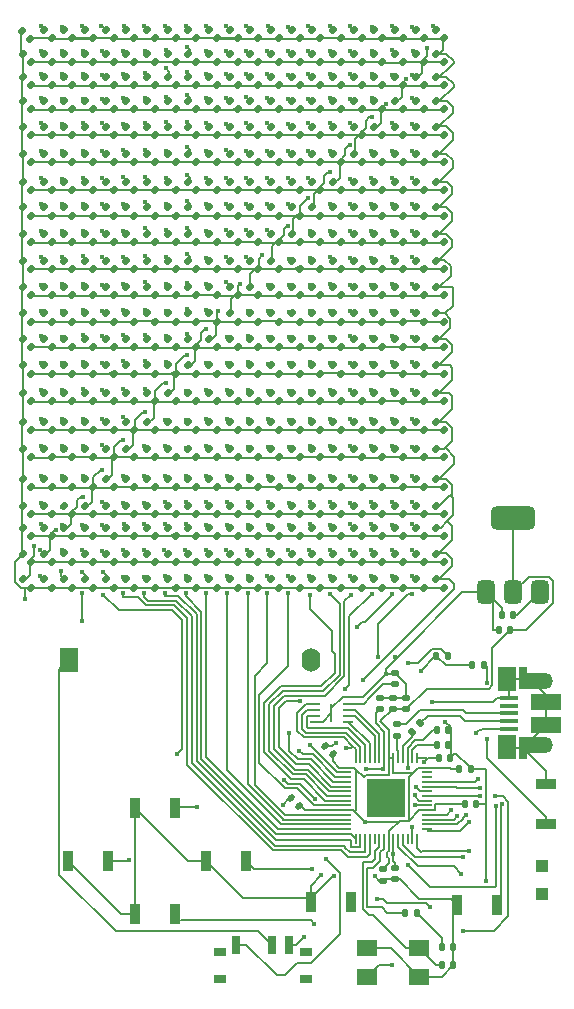
<source format=gbr>
%TF.GenerationSoftware,KiCad,Pcbnew,8.0.3*%
%TF.CreationDate,2024-08-11T15:35:29-05:00*%
%TF.ProjectId,tetrisBusinessCard,74657472-6973-4427-9573-696e65737343,rev?*%
%TF.SameCoordinates,Original*%
%TF.FileFunction,Copper,L1,Top*%
%TF.FilePolarity,Positive*%
%FSLAX46Y46*%
G04 Gerber Fmt 4.6, Leading zero omitted, Abs format (unit mm)*
G04 Created by KiCad (PCBNEW 8.0.3) date 2024-08-11 15:35:29*
%MOMM*%
%LPD*%
G01*
G04 APERTURE LIST*
G04 Aperture macros list*
%AMRoundRect*
0 Rectangle with rounded corners*
0 $1 Rounding radius*
0 $2 $3 $4 $5 $6 $7 $8 $9 X,Y pos of 4 corners*
0 Add a 4 corners polygon primitive as box body*
4,1,4,$2,$3,$4,$5,$6,$7,$8,$9,$2,$3,0*
0 Add four circle primitives for the rounded corners*
1,1,$1+$1,$2,$3*
1,1,$1+$1,$4,$5*
1,1,$1+$1,$6,$7*
1,1,$1+$1,$8,$9*
0 Add four rect primitives between the rounded corners*
20,1,$1+$1,$2,$3,$4,$5,0*
20,1,$1+$1,$4,$5,$6,$7,0*
20,1,$1+$1,$6,$7,$8,$9,0*
20,1,$1+$1,$8,$9,$2,$3,0*%
G04 Aperture macros list end*
%TA.AperFunction,SMDPad,CuDef*%
%ADD10RoundRect,0.147500X-0.226274X-0.017678X-0.017678X-0.226274X0.226274X0.017678X0.017678X0.226274X0*%
%TD*%
%TA.AperFunction,SMDPad,CuDef*%
%ADD11R,1.000000X1.000000*%
%TD*%
%TA.AperFunction,SMDPad,CuDef*%
%ADD12RoundRect,0.140000X-0.219203X-0.021213X-0.021213X-0.219203X0.219203X0.021213X0.021213X0.219203X0*%
%TD*%
%TA.AperFunction,SMDPad,CuDef*%
%ADD13RoundRect,0.140000X-0.170000X0.140000X-0.170000X-0.140000X0.170000X-0.140000X0.170000X0.140000X0*%
%TD*%
%TA.AperFunction,SMDPad,CuDef*%
%ADD14RoundRect,0.135000X-0.185000X0.135000X-0.185000X-0.135000X0.185000X-0.135000X0.185000X0.135000X0*%
%TD*%
%TA.AperFunction,SMDPad,CuDef*%
%ADD15RoundRect,0.140000X0.140000X0.170000X-0.140000X0.170000X-0.140000X-0.170000X0.140000X-0.170000X0*%
%TD*%
%TA.AperFunction,SMDPad,CuDef*%
%ADD16R,1.800000X1.400000*%
%TD*%
%TA.AperFunction,SMDPad,CuDef*%
%ADD17RoundRect,0.140000X-0.140000X-0.170000X0.140000X-0.170000X0.140000X0.170000X-0.140000X0.170000X0*%
%TD*%
%TA.AperFunction,SMDPad,CuDef*%
%ADD18R,1.700000X0.900000*%
%TD*%
%TA.AperFunction,SMDPad,CuDef*%
%ADD19R,0.812800X0.254000*%
%TD*%
%TA.AperFunction,SMDPad,CuDef*%
%ADD20R,0.203200X1.600200*%
%TD*%
%TA.AperFunction,SMDPad,CuDef*%
%ADD21R,0.900000X1.700000*%
%TD*%
%TA.AperFunction,SMDPad,CuDef*%
%ADD22RoundRect,0.135000X0.135000X0.185000X-0.135000X0.185000X-0.135000X-0.185000X0.135000X-0.185000X0*%
%TD*%
%TA.AperFunction,SMDPad,CuDef*%
%ADD23RoundRect,0.375000X0.375000X-0.625000X0.375000X0.625000X-0.375000X0.625000X-0.375000X-0.625000X0*%
%TD*%
%TA.AperFunction,SMDPad,CuDef*%
%ADD24RoundRect,0.500000X1.400000X-0.500000X1.400000X0.500000X-1.400000X0.500000X-1.400000X-0.500000X0*%
%TD*%
%TA.AperFunction,SMDPad,CuDef*%
%ADD25R,1.000000X0.800000*%
%TD*%
%TA.AperFunction,SMDPad,CuDef*%
%ADD26R,0.700000X1.500000*%
%TD*%
%TA.AperFunction,SMDPad,CuDef*%
%ADD27R,0.812800X0.177800*%
%TD*%
%TA.AperFunction,SMDPad,CuDef*%
%ADD28R,0.177800X0.812800*%
%TD*%
%TA.AperFunction,SMDPad,CuDef*%
%ADD29R,3.200400X3.200400*%
%TD*%
%TA.AperFunction,SMDPad,CuDef*%
%ADD30RoundRect,0.135000X-0.035355X0.226274X-0.226274X0.035355X0.035355X-0.226274X0.226274X-0.035355X0*%
%TD*%
%TA.AperFunction,SMDPad,CuDef*%
%ADD31R,1.650000X0.400000*%
%TD*%
%TA.AperFunction,SMDPad,CuDef*%
%ADD32R,0.700000X1.825000*%
%TD*%
%TA.AperFunction,SMDPad,CuDef*%
%ADD33R,1.500000X2.000000*%
%TD*%
%TA.AperFunction,SMDPad,CuDef*%
%ADD34R,2.000000X1.350000*%
%TD*%
%TA.AperFunction,ComponentPad*%
%ADD35O,1.700000X1.350000*%
%TD*%
%TA.AperFunction,ComponentPad*%
%ADD36O,1.500000X1.100000*%
%TD*%
%TA.AperFunction,SMDPad,CuDef*%
%ADD37R,2.500000X1.430000*%
%TD*%
%TA.AperFunction,SMDPad,CuDef*%
%ADD38RoundRect,0.140000X0.219203X0.021213X0.021213X0.219203X-0.219203X-0.021213X-0.021213X-0.219203X0*%
%TD*%
%TA.AperFunction,SMDPad,CuDef*%
%ADD39RoundRect,0.135000X-0.135000X-0.185000X0.135000X-0.185000X0.135000X0.185000X-0.135000X0.185000X0*%
%TD*%
%TA.AperFunction,SMDPad,CuDef*%
%ADD40RoundRect,0.140000X0.170000X-0.140000X0.170000X0.140000X-0.170000X0.140000X-0.170000X-0.140000X0*%
%TD*%
%TA.AperFunction,ComponentPad*%
%ADD41R,1.600000X2.000000*%
%TD*%
%TA.AperFunction,ComponentPad*%
%ADD42O,1.600000X2.000000*%
%TD*%
%TA.AperFunction,ViaPad*%
%ADD43C,0.400000*%
%TD*%
%TA.AperFunction,Conductor*%
%ADD44C,0.200000*%
%TD*%
G04 APERTURE END LIST*
D10*
%TO.P,D56,1,K*%
%TO.N,CHRLY_15*%
X187990138Y-25942638D03*
%TO.P,D56,2,A*%
%TO.N,CHRLY_3*%
X188676032Y-26628532D03*
%TD*%
%TO.P,D198,1,K*%
%TO.N,CHRLY_9*%
X196740138Y-41467638D03*
%TO.P,D198,2,A*%
%TO.N,CHRLY_10*%
X197426032Y-42153532D03*
%TD*%
%TO.P,D290,1,K*%
%TO.N,CHRLY_18*%
X182740138Y-50347638D03*
%TO.P,D290,2,A*%
%TO.N,CHRLY_14*%
X183426032Y-51033532D03*
%TD*%
%TO.P,D232,1,K*%
%TO.N,CHRLY_1*%
X210740138Y-45942638D03*
%TO.P,D232,2,A*%
%TO.N,CHRLY_12*%
X211426032Y-46628532D03*
%TD*%
%TO.P,D68,1,K*%
%TO.N,CHRLY_6*%
X203740138Y-27967638D03*
%TO.P,D68,2,A*%
%TO.N,CHRLY_4*%
X204426032Y-28653532D03*
%TD*%
%TO.P,D434,1,K*%
%TO.N,CHRLY_14*%
X187990138Y-66277638D03*
%TO.P,D434,2,A*%
%TO.N,CHRLY_21*%
X188676032Y-66963532D03*
%TD*%
%TO.P,D57,1,K*%
%TO.N,CHRLY_16*%
X186240138Y-25942638D03*
%TO.P,D57,2,A*%
%TO.N,CHRLY_3*%
X186926032Y-26628532D03*
%TD*%
%TO.P,D58,1,K*%
%TO.N,CHRLY_17*%
X184490138Y-25942638D03*
%TO.P,D58,2,A*%
%TO.N,CHRLY_3*%
X185176032Y-26628532D03*
%TD*%
%TO.P,D74,1,K*%
%TO.N,CHRLY_12*%
X193240138Y-27967638D03*
%TO.P,D74,2,A*%
%TO.N,CHRLY_4*%
X193926032Y-28653532D03*
%TD*%
%TO.P,D28,1,K*%
%TO.N,CHRLY_8*%
X200240138Y-23967638D03*
%TO.P,D28,2,A*%
%TO.N,CHRLY_2*%
X200926032Y-24653532D03*
%TD*%
D11*
%TO.P,REF\u002A\u002A,1*%
%TO.N,unconnected-(U1-SWDIO-Pad25)*%
X219650000Y-92750000D03*
%TD*%
D10*
%TO.P,D430,1,K*%
%TO.N,CHRLY_10*%
X194990138Y-66277638D03*
%TO.P,D430,2,A*%
%TO.N,CHRLY_21*%
X195676032Y-66963532D03*
%TD*%
%TO.P,D24,1,K*%
%TO.N,CHRLY_4*%
X207240138Y-23967638D03*
%TO.P,D24,2,A*%
%TO.N,CHRLY_2*%
X207926032Y-24653532D03*
%TD*%
%TO.P,D22,1,K*%
%TO.N,CHRLY_1*%
X210740138Y-23967638D03*
%TO.P,D22,2,A*%
%TO.N,CHRLY_2*%
X211426032Y-24653532D03*
%TD*%
D12*
%TO.P,C9,1*%
%TO.N,GND*%
X201267642Y-82567642D03*
%TO.P,C9,2*%
%TO.N,BATT +*%
X201946464Y-83246464D03*
%TD*%
D10*
%TO.P,D242,1,K*%
%TO.N,CHRLY_11*%
X193240138Y-45942638D03*
%TO.P,D242,2,A*%
%TO.N,CHRLY_12*%
X193926032Y-46628532D03*
%TD*%
%TO.P,D390,1,K*%
%TO.N,CHRLY_12*%
X191490138Y-62217638D03*
%TO.P,D390,2,A*%
%TO.N,CHRLY_19*%
X192176032Y-62903532D03*
%TD*%
%TO.P,D264,1,K*%
%TO.N,CHRLY_12*%
X191490138Y-48122638D03*
%TO.P,D264,2,A*%
%TO.N,CHRLY_13*%
X192176032Y-48808532D03*
%TD*%
%TO.P,D190,1,K*%
%TO.N,CHRLY_1*%
X210740138Y-41467638D03*
%TO.P,D190,2,A*%
%TO.N,CHRLY_10*%
X211426032Y-42153532D03*
%TD*%
%TO.P,D399,1,K*%
%TO.N,CHRLY_22*%
X175740138Y-62217638D03*
%TO.P,D399,2,A*%
%TO.N,CHRLY_19*%
X176426032Y-62903532D03*
%TD*%
%TO.P,D324,1,K*%
%TO.N,CHRLY_9*%
X196740138Y-55122638D03*
%TO.P,D324,2,A*%
%TO.N,CHRLY_16*%
X197426032Y-55808532D03*
%TD*%
%TO.P,D302,1,K*%
%TO.N,CHRLY_8*%
X198490138Y-52692638D03*
%TO.P,D302,2,A*%
%TO.N,CHRLY_15*%
X199176032Y-53378532D03*
%TD*%
%TO.P,D334,1,K*%
%TO.N,CHRLY_20*%
X179240138Y-55122638D03*
%TO.P,D334,2,A*%
%TO.N,CHRLY_16*%
X179926032Y-55808532D03*
%TD*%
%TO.P,D201,1,K*%
%TO.N,CHRLY_13*%
X191490138Y-41467638D03*
%TO.P,D201,2,A*%
%TO.N,CHRLY_10*%
X192176032Y-42153532D03*
%TD*%
%TO.P,D202,1,K*%
%TO.N,CHRLY_14*%
X189740138Y-41467638D03*
%TO.P,D202,2,A*%
%TO.N,CHRLY_10*%
X190426032Y-42153532D03*
%TD*%
D13*
%TO.P,C12,1*%
%TO.N,+1V1*%
X207250000Y-92885000D03*
%TO.P,C12,2*%
%TO.N,GND*%
X207250000Y-93845000D03*
%TD*%
D10*
%TO.P,D426,1,K*%
%TO.N,CHRLY_6*%
X201990138Y-66277638D03*
%TO.P,D426,2,A*%
%TO.N,CHRLY_21*%
X202676032Y-66963532D03*
%TD*%
D14*
%TO.P,R1,1*%
%TO.N,Net-(J1-D+)*%
X207400000Y-80680000D03*
%TO.P,R1,2*%
%TO.N,Net-(U1-USB_DP)*%
X207400000Y-81700000D03*
%TD*%
D10*
%TO.P,D180,1,K*%
%TO.N,CHRLY_13*%
X191490138Y-39217638D03*
%TO.P,D180,2,A*%
%TO.N,CHRLY_9*%
X192176032Y-39903532D03*
%TD*%
%TO.P,D452,1,K*%
%TO.N,CHRLY_11*%
X193240138Y-68467638D03*
%TO.P,D452,2,A*%
%TO.N,CHRLY_22*%
X193926032Y-69153532D03*
%TD*%
%TO.P,D90,1,K*%
%TO.N,CHRLY_7*%
X201990138Y-30122638D03*
%TO.P,D90,2,A*%
%TO.N,CHRLY_5*%
X202676032Y-30808532D03*
%TD*%
%TO.P,D384,1,K*%
%TO.N,CHRLY_6*%
X201990138Y-62217638D03*
%TO.P,D384,2,A*%
%TO.N,CHRLY_19*%
X202676032Y-62903532D03*
%TD*%
%TO.P,D422,1,K*%
%TO.N,CHRLY_2*%
X208990138Y-66277638D03*
%TO.P,D422,2,A*%
%TO.N,CHRLY_21*%
X209676032Y-66963532D03*
%TD*%
D15*
%TO.P,C1,1*%
%TO.N,GND*%
X211930000Y-83550000D03*
%TO.P,C1,2*%
%TO.N,+1V1*%
X210970000Y-83550000D03*
%TD*%
D10*
%TO.P,D411,1,K*%
%TO.N,CHRLY_12*%
X191490138Y-64077638D03*
%TO.P,D411,2,A*%
%TO.N,CHRLY_20*%
X192176032Y-64763532D03*
%TD*%
%TO.P,D4,1,K*%
%TO.N,CHRLY_5*%
X205490138Y-21942638D03*
%TO.P,D4,2,A*%
%TO.N,CHRLY_1*%
X206176032Y-22628532D03*
%TD*%
%TO.P,D355,1,K*%
%TO.N,CHRLY_20*%
X179240138Y-57442638D03*
%TO.P,D355,2,A*%
%TO.N,CHRLY_17*%
X179926032Y-58128532D03*
%TD*%
%TO.P,D98,1,K*%
%TO.N,CHRLY_15*%
X187990138Y-30122638D03*
%TO.P,D98,2,A*%
%TO.N,CHRLY_5*%
X188676032Y-30808532D03*
%TD*%
%TO.P,D361,1,K*%
%TO.N,CHRLY_4*%
X205490138Y-59967638D03*
%TO.P,D361,2,A*%
%TO.N,CHRLY_18*%
X206176032Y-60653532D03*
%TD*%
%TO.P,D366,1,K*%
%TO.N,CHRLY_9*%
X196740138Y-59967638D03*
%TO.P,D366,2,A*%
%TO.N,CHRLY_18*%
X197426032Y-60653532D03*
%TD*%
%TO.P,D27,1,K*%
%TO.N,CHRLY_7*%
X201990138Y-23967638D03*
%TO.P,D27,2,A*%
%TO.N,CHRLY_2*%
X202676032Y-24653532D03*
%TD*%
D16*
%TO.P,Y1,1,1*%
%TO.N,XIn*%
X209300000Y-99700000D03*
%TO.P,Y1,2,2*%
%TO.N,GND*%
X204900000Y-99700000D03*
%TO.P,Y1,3,3*%
%TO.N,Net-(C17-Pad1)*%
X204900000Y-102100000D03*
%TO.P,Y1,4,4*%
%TO.N,GND*%
X209300000Y-102100000D03*
%TD*%
D10*
%TO.P,D52,1,K*%
%TO.N,CHRLY_11*%
X194990139Y-25942637D03*
%TO.P,D52,2,A*%
%TO.N,CHRLY_3*%
X195676033Y-26628531D03*
%TD*%
%TO.P,D26,1,K*%
%TO.N,CHRLY_6*%
X203740138Y-23967638D03*
%TO.P,D26,2,A*%
%TO.N,CHRLY_2*%
X204426032Y-24653532D03*
%TD*%
%TO.P,D34,1,K*%
%TO.N,CHRLY_14*%
X189740138Y-23967638D03*
%TO.P,D34,2,A*%
%TO.N,CHRLY_2*%
X190426032Y-24653532D03*
%TD*%
%TO.P,D197,1,K*%
%TO.N,CHRLY_8*%
X198490138Y-41467638D03*
%TO.P,D197,2,A*%
%TO.N,CHRLY_10*%
X199176032Y-42153532D03*
%TD*%
%TO.P,D185,1,K*%
%TO.N,CHRLY_18*%
X182740138Y-39217638D03*
%TO.P,D185,2,A*%
%TO.N,CHRLY_9*%
X183426032Y-39903532D03*
%TD*%
%TO.P,D30,1,K*%
%TO.N,CHRLY_10*%
X196740138Y-23967638D03*
%TO.P,D30,2,A*%
%TO.N,CHRLY_2*%
X197426032Y-24653532D03*
%TD*%
D17*
%TO.P,C16,1*%
%TO.N,XIn*%
X211220000Y-101100000D03*
%TO.P,C16,2*%
%TO.N,GND*%
X212180000Y-101100000D03*
%TD*%
D10*
%TO.P,D450,1,K*%
%TO.N,CHRLY_9*%
X196740138Y-68467638D03*
%TO.P,D450,2,A*%
%TO.N,CHRLY_22*%
X197426032Y-69153532D03*
%TD*%
%TO.P,D453,1,K*%
%TO.N,CHRLY_12*%
X191490138Y-68467638D03*
%TO.P,D453,2,A*%
%TO.N,CHRLY_22*%
X192176032Y-69153532D03*
%TD*%
%TO.P,D326,1,K*%
%TO.N,CHRLY_11*%
X193240138Y-55122638D03*
%TO.P,D326,2,A*%
%TO.N,CHRLY_16*%
X193926032Y-55808532D03*
%TD*%
%TO.P,D273,1,K*%
%TO.N,CHRLY_22*%
X175740138Y-48122638D03*
%TO.P,D273,2,A*%
%TO.N,CHRLY_13*%
X176426032Y-48808532D03*
%TD*%
%TO.P,D279,1,K*%
%TO.N,CHRLY_6*%
X201990138Y-50347638D03*
%TO.P,D279,2,A*%
%TO.N,CHRLY_14*%
X202676032Y-51033532D03*
%TD*%
%TO.P,D266,1,K*%
%TO.N,CHRLY_15*%
X187990138Y-48122638D03*
%TO.P,D266,2,A*%
%TO.N,CHRLY_13*%
X188676032Y-48808532D03*
%TD*%
%TO.P,D121,1,K*%
%TO.N,CHRLY_17*%
X184490138Y-32442638D03*
%TO.P,D121,2,A*%
%TO.N,CHRLY_6*%
X185176032Y-33128532D03*
%TD*%
D13*
%TO.P,C3,1*%
%TO.N,GND*%
X208200000Y-78470000D03*
%TO.P,C3,2*%
%TO.N,BATT +*%
X208200000Y-79430000D03*
%TD*%
D10*
%TO.P,D269,1,K*%
%TO.N,CHRLY_18*%
X182740138Y-48122638D03*
%TO.P,D269,2,A*%
%TO.N,CHRLY_13*%
X183426032Y-48808532D03*
%TD*%
%TO.P,D192,1,K*%
%TO.N,CHRLY_3*%
X207240138Y-41467638D03*
%TO.P,D192,2,A*%
%TO.N,CHRLY_10*%
X207926032Y-42153532D03*
%TD*%
%TO.P,D109,1,K*%
%TO.N,CHRLY_4*%
X205490138Y-32442638D03*
%TO.P,D109,2,A*%
%TO.N,CHRLY_6*%
X206176032Y-33128532D03*
%TD*%
%TO.P,D368,1,K*%
%TO.N,CHRLY_11*%
X193240138Y-59967638D03*
%TO.P,D368,2,A*%
%TO.N,CHRLY_18*%
X193926032Y-60653532D03*
%TD*%
%TO.P,D14,1,K*%
%TO.N,CHRLY_15*%
X187990138Y-21942638D03*
%TO.P,D14,2,A*%
%TO.N,CHRLY_1*%
X188676032Y-22628532D03*
%TD*%
%TO.P,D41,1,K*%
%TO.N,CHRLY_21*%
X177490138Y-23967638D03*
%TO.P,D41,2,A*%
%TO.N,CHRLY_2*%
X178176032Y-24653532D03*
%TD*%
D18*
%TO.P,SW8,1,1*%
%TO.N,GND*%
X220000000Y-85800000D03*
%TO.P,SW8,2,2*%
%TO.N,Net-(R3-Pad2)*%
X220000000Y-89200000D03*
%TD*%
D10*
%TO.P,D439,1,K*%
%TO.N,CHRLY_19*%
X179240138Y-66267638D03*
%TO.P,D439,2,A*%
%TO.N,CHRLY_21*%
X179926032Y-66953532D03*
%TD*%
%TO.P,D223,1,K*%
%TO.N,CHRLY_14*%
X189740138Y-43717638D03*
%TO.P,D223,2,A*%
%TO.N,CHRLY_11*%
X190426032Y-44403532D03*
%TD*%
%TO.P,D437,1,K*%
%TO.N,CHRLY_17*%
X182740138Y-66277638D03*
%TO.P,D437,2,A*%
%TO.N,CHRLY_21*%
X183426032Y-66963532D03*
%TD*%
%TO.P,D80,1,K*%
%TO.N,CHRLY_18*%
X182740139Y-27967637D03*
%TO.P,D80,2,A*%
%TO.N,CHRLY_4*%
X183426033Y-28653531D03*
%TD*%
%TO.P,D50,1,K*%
%TO.N,CHRLY_9*%
X198490138Y-25942638D03*
%TO.P,D50,2,A*%
%TO.N,CHRLY_3*%
X199176032Y-26628532D03*
%TD*%
%TO.P,D63,1,K*%
%TO.N,CHRLY_22*%
X175740138Y-25942638D03*
%TO.P,D63,2,A*%
%TO.N,CHRLY_3*%
X176426032Y-26628532D03*
%TD*%
%TO.P,D275,1,K*%
%TO.N,CHRLY_2*%
X208990138Y-50347638D03*
%TO.P,D275,2,A*%
%TO.N,CHRLY_14*%
X209676032Y-51033532D03*
%TD*%
%TO.P,D208,1,K*%
%TO.N,CHRLY_20*%
X179240138Y-41467638D03*
%TO.P,D208,2,A*%
%TO.N,CHRLY_10*%
X179926032Y-42153532D03*
%TD*%
%TO.P,D292,1,K*%
%TO.N,CHRLY_20*%
X179240138Y-50347638D03*
%TO.P,D292,2,A*%
%TO.N,CHRLY_14*%
X179926032Y-51033532D03*
%TD*%
%TO.P,D147,1,K*%
%TO.N,CHRLY_22*%
X175740138Y-34777638D03*
%TO.P,D147,2,A*%
%TO.N,CHRLY_7*%
X176426032Y-35463532D03*
%TD*%
%TO.P,D195,1,K*%
%TO.N,CHRLY_6*%
X201990138Y-41467638D03*
%TO.P,D195,2,A*%
%TO.N,CHRLY_10*%
X202676032Y-42153532D03*
%TD*%
%TO.P,D351,1,K*%
%TO.N,CHRLY_15*%
X186240138Y-57442638D03*
%TO.P,D351,2,A*%
%TO.N,CHRLY_17*%
X186926032Y-58128532D03*
%TD*%
%TO.P,D99,1,K*%
%TO.N,CHRLY_16*%
X186240138Y-30122638D03*
%TO.P,D99,2,A*%
%TO.N,CHRLY_5*%
X186926032Y-30808532D03*
%TD*%
%TO.P,D59,1,K*%
%TO.N,CHRLY_18*%
X182740138Y-25942638D03*
%TO.P,D59,2,A*%
%TO.N,CHRLY_3*%
X183426032Y-26628532D03*
%TD*%
%TO.P,D379,1,K*%
%TO.N,CHRLY_1*%
X210740138Y-62217638D03*
%TO.P,D379,2,A*%
%TO.N,CHRLY_19*%
X211426032Y-62903532D03*
%TD*%
%TO.P,D376,1,K*%
%TO.N,CHRLY_20*%
X179240138Y-59967638D03*
%TO.P,D376,2,A*%
%TO.N,CHRLY_18*%
X179926032Y-60653532D03*
%TD*%
%TO.P,D342,1,K*%
%TO.N,CHRLY_6*%
X201990138Y-57442638D03*
%TO.P,D342,2,A*%
%TO.N,CHRLY_17*%
X202676032Y-58128532D03*
%TD*%
%TO.P,D409,1,K*%
%TO.N,CHRLY_10*%
X194990138Y-64077638D03*
%TO.P,D409,2,A*%
%TO.N,CHRLY_20*%
X195676032Y-64763532D03*
%TD*%
%TO.P,D333,1,K*%
%TO.N,CHRLY_19*%
X180990138Y-55122638D03*
%TO.P,D333,2,A*%
%TO.N,CHRLY_16*%
X181676032Y-55808532D03*
%TD*%
%TO.P,D220,1,K*%
%TO.N,CHRLY_10*%
X194990138Y-43717638D03*
%TO.P,D220,2,A*%
%TO.N,CHRLY_11*%
X195676032Y-44403532D03*
%TD*%
%TO.P,D268,1,K*%
%TO.N,CHRLY_17*%
X184490138Y-48122638D03*
%TO.P,D268,2,A*%
%TO.N,CHRLY_13*%
X185176032Y-48808532D03*
%TD*%
%TO.P,D35,1,K*%
%TO.N,CHRLY_15*%
X187990138Y-23967638D03*
%TO.P,D35,2,A*%
%TO.N,CHRLY_2*%
X188676032Y-24653532D03*
%TD*%
%TO.P,D20,1,K*%
%TO.N,CHRLY_21*%
X177490138Y-21942638D03*
%TO.P,D20,2,A*%
%TO.N,CHRLY_1*%
X178176032Y-22628532D03*
%TD*%
%TO.P,D295,1,K*%
%TO.N,CHRLY_1*%
X210740138Y-52692638D03*
%TO.P,D295,2,A*%
%TO.N,CHRLY_15*%
X211426032Y-53378532D03*
%TD*%
%TO.P,D436,1,K*%
%TO.N,CHRLY_16*%
X184490138Y-66277638D03*
%TO.P,D436,2,A*%
%TO.N,CHRLY_21*%
X185176032Y-66963532D03*
%TD*%
%TO.P,D454,1,K*%
%TO.N,CHRLY_13*%
X189740138Y-68467638D03*
%TO.P,D454,2,A*%
%TO.N,CHRLY_22*%
X190426032Y-69153532D03*
%TD*%
D19*
%TO.P,U2,1,/CS*%
%TO.N,Net-(U1-SQPI_SS_N)*%
X200453200Y-78999999D03*
%TO.P,U2,2,DO(IO1)*%
%TO.N,Net-(U1-SQPI_SD1)*%
X200453200Y-79500000D03*
%TO.P,U2,3,/WP(IO2)*%
%TO.N,Net-(U1-SQPI_SD2)*%
X200453200Y-80000000D03*
%TO.P,U2,4,GND*%
%TO.N,GND*%
X200453200Y-80500001D03*
%TO.P,U2,5,DI(IO0)*%
%TO.N,Net-(U1-SQPI_SD0)*%
X203250000Y-80500001D03*
%TO.P,U2,6,CLK*%
%TO.N,Net-(U1-SQPI_SCLK)*%
X203250000Y-80000000D03*
%TO.P,U2,7,/HOLD_or_/RESET(IO3)*%
%TO.N,Net-(U1-SQPI_SD3)*%
X203250000Y-79500000D03*
%TO.P,U2,8,VCC*%
%TO.N,+3V3*%
X203250000Y-78999999D03*
D20*
%TO.P,U2,9,EPAD*%
%TO.N,GND*%
X201851600Y-79750000D03*
%TD*%
D10*
%TO.P,D116,1,K*%
%TO.N,CHRLY_12*%
X193240138Y-32442638D03*
%TO.P,D116,2,A*%
%TO.N,CHRLY_6*%
X193926032Y-33128532D03*
%TD*%
%TO.P,D156,1,K*%
%TO.N,CHRLY_10*%
X196740138Y-36967638D03*
%TO.P,D156,2,A*%
%TO.N,CHRLY_8*%
X197426032Y-37653532D03*
%TD*%
%TO.P,D120,1,K*%
%TO.N,CHRLY_16*%
X186240138Y-32442638D03*
%TO.P,D120,2,A*%
%TO.N,CHRLY_6*%
X186926032Y-33128532D03*
%TD*%
%TO.P,D174,1,K*%
%TO.N,CHRLY_6*%
X201990138Y-39217638D03*
%TO.P,D174,2,A*%
%TO.N,CHRLY_9*%
X202676032Y-39903532D03*
%TD*%
%TO.P,D66,1,K*%
%TO.N,CHRLY_3*%
X207240138Y-27967638D03*
%TO.P,D66,2,A*%
%TO.N,CHRLY_4*%
X207926032Y-28653532D03*
%TD*%
%TO.P,D327,1,K*%
%TO.N,CHRLY_12*%
X191490138Y-55122638D03*
%TO.P,D327,2,A*%
%TO.N,CHRLY_16*%
X192176032Y-55808532D03*
%TD*%
%TO.P,D134,1,K*%
%TO.N,CHRLY_9*%
X198490138Y-34777638D03*
%TO.P,D134,2,A*%
%TO.N,CHRLY_7*%
X199176032Y-35463532D03*
%TD*%
%TO.P,D312,1,K*%
%TO.N,CHRLY_19*%
X180990138Y-52692638D03*
%TO.P,D312,2,A*%
%TO.N,CHRLY_15*%
X181676032Y-53378532D03*
%TD*%
%TO.P,D33,1,K*%
%TO.N,CHRLY_13*%
X191490138Y-23967638D03*
%TO.P,D33,2,A*%
%TO.N,CHRLY_2*%
X192176032Y-24653532D03*
%TD*%
%TO.P,D424,1,K*%
%TO.N,CHRLY_4*%
X205490138Y-66277638D03*
%TO.P,D424,2,A*%
%TO.N,CHRLY_21*%
X206176032Y-66963532D03*
%TD*%
%TO.P,D241,1,K*%
%TO.N,CHRLY_10*%
X194990138Y-45942638D03*
%TO.P,D241,2,A*%
%TO.N,CHRLY_12*%
X195676032Y-46628532D03*
%TD*%
%TO.P,D435,1,K*%
%TO.N,CHRLY_15*%
X186240138Y-66277638D03*
%TO.P,D435,2,A*%
%TO.N,CHRLY_21*%
X186926032Y-66963532D03*
%TD*%
%TO.P,D86,1,K*%
%TO.N,CHRLY_2*%
X208990138Y-30122638D03*
%TO.P,D86,2,A*%
%TO.N,CHRLY_5*%
X209676032Y-30808532D03*
%TD*%
%TO.P,D429,1,K*%
%TO.N,CHRLY_9*%
X196740138Y-66277638D03*
%TO.P,D429,2,A*%
%TO.N,CHRLY_21*%
X197426032Y-66963532D03*
%TD*%
%TO.P,D393,1,K*%
%TO.N,CHRLY_15*%
X186240138Y-62217638D03*
%TO.P,D393,2,A*%
%TO.N,CHRLY_19*%
X186926032Y-62903532D03*
%TD*%
%TO.P,D39,1,K*%
%TO.N,CHRLY_19*%
X180990138Y-23967638D03*
%TO.P,D39,2,A*%
%TO.N,CHRLY_2*%
X181676032Y-24653532D03*
%TD*%
%TO.P,D154,1,K*%
%TO.N,CHRLY_7*%
X200240138Y-36967638D03*
%TO.P,D154,2,A*%
%TO.N,CHRLY_8*%
X200926032Y-37653532D03*
%TD*%
D21*
%TO.P,SW5,1,1*%
%TO.N,BTN_5*%
X203499999Y-95750000D03*
%TO.P,SW5,2,2*%
%TO.N,GND*%
X200099999Y-95750000D03*
%TD*%
D10*
%TO.P,D224,1,K*%
%TO.N,CHRLY_15*%
X187990138Y-43717638D03*
%TO.P,D224,2,A*%
%TO.N,CHRLY_11*%
X188676032Y-44403532D03*
%TD*%
%TO.P,D389,1,K*%
%TO.N,CHRLY_11*%
X193240138Y-62217638D03*
%TO.P,D389,2,A*%
%TO.N,CHRLY_19*%
X193926032Y-62903532D03*
%TD*%
%TO.P,D408,1,K*%
%TO.N,CHRLY_9*%
X196740138Y-64077638D03*
%TO.P,D408,2,A*%
%TO.N,CHRLY_20*%
X197426032Y-64763532D03*
%TD*%
%TO.P,D75,1,K*%
%TO.N,CHRLY_13*%
X191490138Y-27967638D03*
%TO.P,D75,2,A*%
%TO.N,CHRLY_4*%
X192176032Y-28653532D03*
%TD*%
%TO.P,D319,1,K*%
%TO.N,CHRLY_4*%
X205490138Y-55122638D03*
%TO.P,D319,2,A*%
%TO.N,CHRLY_16*%
X206176032Y-55808532D03*
%TD*%
%TO.P,D303,1,K*%
%TO.N,CHRLY_9*%
X196740138Y-52692638D03*
%TO.P,D303,2,A*%
%TO.N,CHRLY_15*%
X197426032Y-53378532D03*
%TD*%
%TO.P,D46,1,K*%
%TO.N,CHRLY_5*%
X205490138Y-25942638D03*
%TO.P,D46,2,A*%
%TO.N,CHRLY_3*%
X206176032Y-26628532D03*
%TD*%
%TO.P,D449,1,K*%
%TO.N,CHRLY_8*%
X198490138Y-68467638D03*
%TO.P,D449,2,A*%
%TO.N,CHRLY_22*%
X199176032Y-69153532D03*
%TD*%
%TO.P,D247,1,K*%
%TO.N,CHRLY_17*%
X184490138Y-45942638D03*
%TO.P,D247,2,A*%
%TO.N,CHRLY_12*%
X185176032Y-46628532D03*
%TD*%
%TO.P,D136,1,K*%
%TO.N,CHRLY_11*%
X194990138Y-34777638D03*
%TO.P,D136,2,A*%
%TO.N,CHRLY_7*%
X195676032Y-35463532D03*
%TD*%
%TO.P,D455,1,K*%
%TO.N,CHRLY_14*%
X187990138Y-68467638D03*
%TO.P,D455,2,A*%
%TO.N,CHRLY_22*%
X188676032Y-69153532D03*
%TD*%
%TO.P,D225,1,K*%
%TO.N,CHRLY_16*%
X186240138Y-43717638D03*
%TO.P,D225,2,A*%
%TO.N,CHRLY_11*%
X186926032Y-44403532D03*
%TD*%
D22*
%TO.P,R4,1*%
%TO.N,+3V3*%
X211760000Y-74950000D03*
%TO.P,R4,2*%
%TO.N,Net-(U1-SQPI_SS_N)*%
X210740000Y-74950000D03*
%TD*%
D10*
%TO.P,D441,1,K*%
%TO.N,CHRLY_22*%
X175740138Y-66277638D03*
%TO.P,D441,2,A*%
%TO.N,CHRLY_21*%
X176426032Y-66963532D03*
%TD*%
%TO.P,D230,1,K*%
%TO.N,CHRLY_21*%
X177490138Y-43717638D03*
%TO.P,D230,2,A*%
%TO.N,CHRLY_11*%
X178176032Y-44403532D03*
%TD*%
%TO.P,D205,1,K*%
%TO.N,CHRLY_17*%
X184490138Y-41467638D03*
%TO.P,D205,2,A*%
%TO.N,CHRLY_10*%
X185176032Y-42153532D03*
%TD*%
%TO.P,D87,1,K*%
%TO.N,CHRLY_3*%
X207240138Y-30122638D03*
%TO.P,D87,2,A*%
%TO.N,CHRLY_5*%
X207926032Y-30808532D03*
%TD*%
%TO.P,D128,1,K*%
%TO.N,CHRLY_2*%
X208990138Y-34777638D03*
%TO.P,D128,2,A*%
%TO.N,CHRLY_7*%
X209676032Y-35463532D03*
%TD*%
%TO.P,D457,1,K*%
%TO.N,CHRLY_16*%
X184490138Y-68467638D03*
%TO.P,D457,2,A*%
%TO.N,CHRLY_22*%
X185176032Y-69153532D03*
%TD*%
%TO.P,D459,1,K*%
%TO.N,CHRLY_18*%
X180990138Y-68467638D03*
%TO.P,D459,2,A*%
%TO.N,CHRLY_22*%
X181676032Y-69153532D03*
%TD*%
%TO.P,D122,1,K*%
%TO.N,CHRLY_18*%
X182740138Y-32442638D03*
%TO.P,D122,2,A*%
%TO.N,CHRLY_6*%
X183426032Y-33128532D03*
%TD*%
%TO.P,D343,1,K*%
%TO.N,CHRLY_7*%
X200240138Y-57442638D03*
%TO.P,D343,2,A*%
%TO.N,CHRLY_17*%
X200926032Y-58128532D03*
%TD*%
%TO.P,D226,1,K*%
%TO.N,CHRLY_17*%
X184490138Y-43717638D03*
%TO.P,D226,2,A*%
%TO.N,CHRLY_11*%
X185176032Y-44403532D03*
%TD*%
D23*
%TO.P,U3,1,GND*%
%TO.N,GND*%
X214950000Y-69550000D03*
%TO.P,U3,2,VO*%
%TO.N,BATT +*%
X217250000Y-69550000D03*
D24*
X217250000Y-63250000D03*
D23*
%TO.P,U3,3,VI*%
%TO.N,Net-(J1-VBUS)*%
X219550000Y-69550000D03*
%TD*%
D10*
%TO.P,D388,1,K*%
%TO.N,CHRLY_10*%
X194990138Y-62217638D03*
%TO.P,D388,2,A*%
%TO.N,CHRLY_19*%
X195676032Y-62903532D03*
%TD*%
%TO.P,D307,1,K*%
%TO.N,CHRLY_13*%
X189740138Y-52692638D03*
%TO.P,D307,2,A*%
%TO.N,CHRLY_15*%
X190426032Y-53378532D03*
%TD*%
%TO.P,D346,1,K*%
%TO.N,CHRLY_10*%
X194990138Y-57442638D03*
%TO.P,D346,2,A*%
%TO.N,CHRLY_17*%
X195676032Y-58128532D03*
%TD*%
%TO.P,D328,1,K*%
%TO.N,CHRLY_13*%
X189740138Y-55122638D03*
%TO.P,D328,2,A*%
%TO.N,CHRLY_16*%
X190426032Y-55808532D03*
%TD*%
%TO.P,D406,1,K*%
%TO.N,CHRLY_7*%
X200240138Y-64077638D03*
%TO.P,D406,2,A*%
%TO.N,CHRLY_20*%
X200926032Y-64763532D03*
%TD*%
%TO.P,D25,1,K*%
%TO.N,CHRLY_5*%
X205490138Y-23967638D03*
%TO.P,D25,2,A*%
%TO.N,CHRLY_2*%
X206176032Y-24653532D03*
%TD*%
%TO.P,D391,1,K*%
%TO.N,CHRLY_13*%
X189740138Y-62217638D03*
%TO.P,D391,2,A*%
%TO.N,CHRLY_19*%
X190426032Y-62903532D03*
%TD*%
%TO.P,D298,1,K*%
%TO.N,CHRLY_4*%
X205490138Y-52692638D03*
%TO.P,D298,2,A*%
%TO.N,CHRLY_15*%
X206176032Y-53378532D03*
%TD*%
%TO.P,D127,1,K*%
%TO.N,CHRLY_1*%
X210740138Y-34777638D03*
%TO.P,D127,2,A*%
%TO.N,CHRLY_7*%
X211426032Y-35463532D03*
%TD*%
%TO.P,D15,1,K*%
%TO.N,CHRLY_16*%
X186240138Y-21942638D03*
%TO.P,D15,2,A*%
%TO.N,CHRLY_1*%
X186926032Y-22628532D03*
%TD*%
%TO.P,D374,1,K*%
%TO.N,CHRLY_17*%
X182740138Y-59967638D03*
%TO.P,D374,2,A*%
%TO.N,CHRLY_18*%
X183426032Y-60653532D03*
%TD*%
%TO.P,D55,1,K*%
%TO.N,CHRLY_14*%
X189740138Y-25942638D03*
%TO.P,D55,2,A*%
%TO.N,CHRLY_3*%
X190426032Y-26628532D03*
%TD*%
%TO.P,D432,1,K*%
%TO.N,CHRLY_12*%
X191490138Y-66277638D03*
%TO.P,D432,2,A*%
%TO.N,CHRLY_21*%
X192176032Y-66963532D03*
%TD*%
%TO.P,D341,1,K*%
%TO.N,CHRLY_5*%
X203740138Y-57442638D03*
%TO.P,D341,2,A*%
%TO.N,CHRLY_17*%
X204426032Y-58128532D03*
%TD*%
%TO.P,D256,1,K*%
%TO.N,CHRLY_4*%
X205490138Y-48122638D03*
%TO.P,D256,2,A*%
%TO.N,CHRLY_13*%
X206176032Y-48808532D03*
%TD*%
%TO.P,D217,1,K*%
%TO.N,CHRLY_7*%
X200240138Y-43717638D03*
%TO.P,D217,2,A*%
%TO.N,CHRLY_11*%
X200926032Y-44403532D03*
%TD*%
D13*
%TO.P,C7,1*%
%TO.N,GND*%
X205970000Y-78470000D03*
%TO.P,C7,2*%
%TO.N,+1V1*%
X205970000Y-79430000D03*
%TD*%
D10*
%TO.P,D321,1,K*%
%TO.N,CHRLY_6*%
X201990138Y-55122638D03*
%TO.P,D321,2,A*%
%TO.N,CHRLY_16*%
X202676032Y-55808532D03*
%TD*%
%TO.P,D357,1,K*%
%TO.N,CHRLY_22*%
X175740138Y-57442638D03*
%TO.P,D357,2,A*%
%TO.N,CHRLY_17*%
X176426032Y-58128532D03*
%TD*%
%TO.P,D182,1,K*%
%TO.N,CHRLY_15*%
X187990138Y-39217638D03*
%TO.P,D182,2,A*%
%TO.N,CHRLY_9*%
X188676032Y-39903532D03*
%TD*%
%TO.P,D150,1,K*%
%TO.N,CHRLY_3*%
X207240138Y-36967638D03*
%TO.P,D150,2,A*%
%TO.N,CHRLY_8*%
X207926032Y-37653532D03*
%TD*%
%TO.P,D73,1,K*%
%TO.N,CHRLY_11*%
X194990138Y-27967638D03*
%TO.P,D73,2,A*%
%TO.N,CHRLY_4*%
X195676032Y-28653532D03*
%TD*%
%TO.P,D177,1,K*%
%TO.N,CHRLY_10*%
X196740138Y-39217638D03*
%TO.P,D177,2,A*%
%TO.N,CHRLY_9*%
X197426032Y-39903532D03*
%TD*%
%TO.P,D138,1,K*%
%TO.N,CHRLY_13*%
X191490138Y-34777638D03*
%TO.P,D138,2,A*%
%TO.N,CHRLY_7*%
X192176032Y-35463532D03*
%TD*%
%TO.P,D315,1,K*%
%TO.N,CHRLY_22*%
X175740138Y-52692638D03*
%TO.P,D315,2,A*%
%TO.N,CHRLY_15*%
X176426032Y-53378532D03*
%TD*%
%TO.P,D283,1,K*%
%TO.N,CHRLY_10*%
X194990138Y-50347638D03*
%TO.P,D283,2,A*%
%TO.N,CHRLY_14*%
X195676032Y-51033532D03*
%TD*%
%TO.P,D288,1,K*%
%TO.N,CHRLY_16*%
X186240138Y-50347638D03*
%TO.P,D288,2,A*%
%TO.N,CHRLY_14*%
X186926032Y-51033532D03*
%TD*%
%TO.P,D70,1,K*%
%TO.N,CHRLY_8*%
X200240138Y-27967638D03*
%TO.P,D70,2,A*%
%TO.N,CHRLY_4*%
X200926032Y-28653532D03*
%TD*%
%TO.P,D89,1,K*%
%TO.N,CHRLY_6*%
X203740138Y-30122638D03*
%TO.P,D89,2,A*%
%TO.N,CHRLY_5*%
X204426032Y-30808532D03*
%TD*%
%TO.P,D311,1,K*%
%TO.N,CHRLY_18*%
X182740138Y-52692638D03*
%TO.P,D311,2,A*%
%TO.N,CHRLY_15*%
X183426032Y-53378532D03*
%TD*%
%TO.P,D442,1,K*%
%TO.N,CHRLY_1*%
X210740138Y-68467638D03*
%TO.P,D442,2,A*%
%TO.N,CHRLY_22*%
X211426032Y-69153532D03*
%TD*%
%TO.P,D304,1,K*%
%TO.N,CHRLY_10*%
X194990138Y-52692638D03*
%TO.P,D304,2,A*%
%TO.N,CHRLY_15*%
X195676032Y-53378532D03*
%TD*%
%TO.P,D88,1,K*%
%TO.N,CHRLY_4*%
X205490138Y-30122638D03*
%TO.P,D88,2,A*%
%TO.N,CHRLY_5*%
X206176032Y-30808532D03*
%TD*%
%TO.P,D293,1,K*%
%TO.N,CHRLY_21*%
X177490138Y-50347638D03*
%TO.P,D293,2,A*%
%TO.N,CHRLY_14*%
X178176032Y-51033532D03*
%TD*%
D25*
%TO.P,SW7,*%
%TO.N,*%
X192400000Y-100045000D03*
X192400000Y-102255000D03*
X199700000Y-100045000D03*
X199700000Y-102255000D03*
D26*
%TO.P,SW7,1,A*%
%TO.N,BATT +*%
X193800000Y-99395000D03*
%TO.P,SW7,2,B*%
%TO.N,Net-(BT1-+)*%
X196800000Y-99395000D03*
%TO.P,SW7,3,C*%
%TO.N,GND*%
X198300000Y-99395000D03*
%TD*%
D10*
%TO.P,D32,1,K*%
%TO.N,CHRLY_12*%
X193240138Y-23967638D03*
%TO.P,D32,2,A*%
%TO.N,CHRLY_2*%
X193926032Y-24653532D03*
%TD*%
%TO.P,D253,1,K*%
%TO.N,CHRLY_1*%
X210740138Y-48122638D03*
%TO.P,D253,2,A*%
%TO.N,CHRLY_13*%
X211426032Y-48808532D03*
%TD*%
%TO.P,D369,1,K*%
%TO.N,CHRLY_12*%
X191490138Y-59967638D03*
%TO.P,D369,2,A*%
%TO.N,CHRLY_18*%
X192176032Y-60653532D03*
%TD*%
%TO.P,D461,1,K*%
%TO.N,CHRLY_20*%
X177490138Y-68467638D03*
%TO.P,D461,2,A*%
%TO.N,CHRLY_22*%
X178176032Y-69153532D03*
%TD*%
%TO.P,D168,1,K*%
%TO.N,CHRLY_22*%
X175740138Y-36967638D03*
%TO.P,D168,2,A*%
%TO.N,CHRLY_8*%
X176426032Y-37653532D03*
%TD*%
%TO.P,D65,1,K*%
%TO.N,CHRLY_2*%
X208990138Y-27967638D03*
%TO.P,D65,2,A*%
%TO.N,CHRLY_4*%
X209676032Y-28653532D03*
%TD*%
%TO.P,D218,1,K*%
%TO.N,CHRLY_8*%
X198490138Y-43717638D03*
%TO.P,D218,2,A*%
%TO.N,CHRLY_11*%
X199176032Y-44403532D03*
%TD*%
%TO.P,D123,1,K*%
%TO.N,CHRLY_19*%
X180990138Y-32442638D03*
%TO.P,D123,2,A*%
%TO.N,CHRLY_6*%
X181676032Y-33128532D03*
%TD*%
%TO.P,D423,1,K*%
%TO.N,CHRLY_3*%
X207240138Y-66277638D03*
%TO.P,D423,2,A*%
%TO.N,CHRLY_21*%
X207926032Y-66963532D03*
%TD*%
%TO.P,D214,1,K*%
%TO.N,CHRLY_4*%
X205490138Y-43717638D03*
%TO.P,D214,2,A*%
%TO.N,CHRLY_11*%
X206176032Y-44403532D03*
%TD*%
%TO.P,D386,1,K*%
%TO.N,CHRLY_8*%
X198490138Y-62217638D03*
%TO.P,D386,2,A*%
%TO.N,CHRLY_19*%
X199176032Y-62903532D03*
%TD*%
D21*
%TO.P,SW4,1,1*%
%TO.N,BTN_4*%
X188650000Y-96800000D03*
%TO.P,SW4,2,2*%
%TO.N,GND*%
X185250000Y-96800000D03*
%TD*%
D10*
%TO.P,D31,1,K*%
%TO.N,CHRLY_11*%
X194990138Y-23967638D03*
%TO.P,D31,2,A*%
%TO.N,CHRLY_2*%
X195676032Y-24653532D03*
%TD*%
%TO.P,D329,1,K*%
%TO.N,CHRLY_14*%
X187990138Y-55122638D03*
%TO.P,D329,2,A*%
%TO.N,CHRLY_16*%
X188676032Y-55808532D03*
%TD*%
%TO.P,D448,1,K*%
%TO.N,CHRLY_7*%
X200240138Y-68467638D03*
%TO.P,D448,2,A*%
%TO.N,CHRLY_22*%
X200926032Y-69153532D03*
%TD*%
%TO.P,D91,1,K*%
%TO.N,CHRLY_8*%
X200240138Y-30122638D03*
%TO.P,D91,2,A*%
%TO.N,CHRLY_5*%
X200926032Y-30808532D03*
%TD*%
%TO.P,D29,1,K*%
%TO.N,CHRLY_9*%
X198490138Y-23967638D03*
%TO.P,D29,2,A*%
%TO.N,CHRLY_2*%
X199176032Y-24653532D03*
%TD*%
%TO.P,D61,1,K*%
%TO.N,CHRLY_20*%
X179240138Y-25942638D03*
%TO.P,D61,2,A*%
%TO.N,CHRLY_3*%
X179926032Y-26628532D03*
%TD*%
%TO.P,D111,1,K*%
%TO.N,CHRLY_7*%
X201990138Y-32442638D03*
%TO.P,D111,2,A*%
%TO.N,CHRLY_6*%
X202676032Y-33128532D03*
%TD*%
%TO.P,D188,1,K*%
%TO.N,CHRLY_21*%
X177490138Y-39217638D03*
%TO.P,D188,2,A*%
%TO.N,CHRLY_9*%
X178176032Y-39903532D03*
%TD*%
%TO.P,D316,1,K*%
%TO.N,CHRLY_1*%
X210740138Y-55122638D03*
%TO.P,D316,2,A*%
%TO.N,CHRLY_16*%
X211426032Y-55808532D03*
%TD*%
%TO.P,D280,1,K*%
%TO.N,CHRLY_7*%
X200240138Y-50347638D03*
%TO.P,D280,2,A*%
%TO.N,CHRLY_14*%
X200926032Y-51033532D03*
%TD*%
%TO.P,D373,1,K*%
%TO.N,CHRLY_16*%
X184490138Y-59967638D03*
%TO.P,D373,2,A*%
%TO.N,CHRLY_18*%
X185176032Y-60653532D03*
%TD*%
%TO.P,D146,1,K*%
%TO.N,CHRLY_21*%
X177490138Y-34777638D03*
%TO.P,D146,2,A*%
%TO.N,CHRLY_7*%
X178176032Y-35463532D03*
%TD*%
D17*
%TO.P,C15,1*%
%TO.N,GND*%
X216270000Y-71500000D03*
%TO.P,C15,2*%
%TO.N,Net-(J1-VBUS)*%
X217230000Y-71500000D03*
%TD*%
D10*
%TO.P,D259,1,K*%
%TO.N,CHRLY_7*%
X200240138Y-48122638D03*
%TO.P,D259,2,A*%
%TO.N,CHRLY_13*%
X200926032Y-48808532D03*
%TD*%
%TO.P,D349,1,K*%
%TO.N,CHRLY_13*%
X189740138Y-57442638D03*
%TO.P,D349,2,A*%
%TO.N,CHRLY_17*%
X190426032Y-58128532D03*
%TD*%
%TO.P,D396,1,K*%
%TO.N,CHRLY_18*%
X180990138Y-62217638D03*
%TO.P,D396,2,A*%
%TO.N,CHRLY_19*%
X181676032Y-62903532D03*
%TD*%
%TO.P,D405,1,K*%
%TO.N,CHRLY_6*%
X201990138Y-64077638D03*
%TO.P,D405,2,A*%
%TO.N,CHRLY_20*%
X202676032Y-64763532D03*
%TD*%
%TO.P,D17,1,K*%
%TO.N,CHRLY_18*%
X182740138Y-21942638D03*
%TO.P,D17,2,A*%
%TO.N,CHRLY_1*%
X183426032Y-22628532D03*
%TD*%
%TO.P,D79,1,K*%
%TO.N,CHRLY_17*%
X184490138Y-27967638D03*
%TO.P,D79,2,A*%
%TO.N,CHRLY_4*%
X185176032Y-28653532D03*
%TD*%
%TO.P,D323,1,K*%
%TO.N,CHRLY_8*%
X198490138Y-55122638D03*
%TO.P,D323,2,A*%
%TO.N,CHRLY_16*%
X199176032Y-55808532D03*
%TD*%
%TO.P,D285,1,K*%
%TO.N,CHRLY_12*%
X191490138Y-50347638D03*
%TO.P,D285,2,A*%
%TO.N,CHRLY_14*%
X192176032Y-51033532D03*
%TD*%
%TO.P,D416,1,K*%
%TO.N,CHRLY_17*%
X182740138Y-64077638D03*
%TO.P,D416,2,A*%
%TO.N,CHRLY_20*%
X183426032Y-64763532D03*
%TD*%
%TO.P,D53,1,K*%
%TO.N,CHRLY_12*%
X193240138Y-25942638D03*
%TO.P,D53,2,A*%
%TO.N,CHRLY_3*%
X193926032Y-26628532D03*
%TD*%
%TO.P,D308,1,K*%
%TO.N,CHRLY_14*%
X187990138Y-52692638D03*
%TO.P,D308,2,A*%
%TO.N,CHRLY_15*%
X188676032Y-53378532D03*
%TD*%
%TO.P,D428,1,K*%
%TO.N,CHRLY_8*%
X198490138Y-66277638D03*
%TO.P,D428,2,A*%
%TO.N,CHRLY_21*%
X199176032Y-66963532D03*
%TD*%
%TO.P,D10,1,K*%
%TO.N,CHRLY_11*%
X194990138Y-21942638D03*
%TO.P,D10,2,A*%
%TO.N,CHRLY_1*%
X195676032Y-22628532D03*
%TD*%
D13*
%TO.P,C10,1*%
%TO.N,BATT +*%
X206250000Y-93000000D03*
%TO.P,C10,2*%
%TO.N,GND*%
X206250000Y-93960000D03*
%TD*%
D10*
%TO.P,D43,1,K*%
%TO.N,CHRLY_1*%
X210740138Y-25942638D03*
%TO.P,D43,2,A*%
%TO.N,CHRLY_3*%
X211426032Y-26628532D03*
%TD*%
%TO.P,D335,1,K*%
%TO.N,CHRLY_21*%
X177490138Y-55122638D03*
%TO.P,D335,2,A*%
%TO.N,CHRLY_16*%
X178176032Y-55808532D03*
%TD*%
%TO.P,D236,1,K*%
%TO.N,CHRLY_5*%
X203740138Y-45942638D03*
%TO.P,D236,2,A*%
%TO.N,CHRLY_12*%
X204426032Y-46628532D03*
%TD*%
%TO.P,D395,1,K*%
%TO.N,CHRLY_17*%
X182740138Y-62217638D03*
%TO.P,D395,2,A*%
%TO.N,CHRLY_19*%
X183426032Y-62903532D03*
%TD*%
%TO.P,D211,1,K*%
%TO.N,CHRLY_1*%
X210740138Y-43717638D03*
%TO.P,D211,2,A*%
%TO.N,CHRLY_11*%
X211426032Y-44403532D03*
%TD*%
%TO.P,D103,1,K*%
%TO.N,CHRLY_20*%
X179240138Y-30122638D03*
%TO.P,D103,2,A*%
%TO.N,CHRLY_5*%
X179926032Y-30808532D03*
%TD*%
%TO.P,D78,1,K*%
%TO.N,CHRLY_16*%
X186240138Y-27967638D03*
%TO.P,D78,2,A*%
%TO.N,CHRLY_4*%
X186926032Y-28653532D03*
%TD*%
D27*
%TO.P,U1,1,IOVDD*%
%TO.N,BATT +*%
X203096400Y-84400000D03*
%TO.P,U1,2,GPIO0*%
%TO.N,CHRLY_1*%
X203096400Y-84799999D03*
%TO.P,U1,3,GPIO1*%
%TO.N,CHRLY_2*%
X203096400Y-85200001D03*
%TO.P,U1,4,GPIO2*%
%TO.N,CHRLY_3*%
X203096400Y-85600000D03*
%TO.P,U1,5,GPIO3*%
%TO.N,CHRLY_4*%
X203096400Y-85999999D03*
%TO.P,U1,6,GPIO4*%
%TO.N,CHRLY_5*%
X203096400Y-86400001D03*
%TO.P,U1,7,GPIO5*%
%TO.N,CHRLY_6*%
X203096400Y-86800000D03*
%TO.P,U1,8,GPIO6*%
%TO.N,CHRLY_7*%
X203096400Y-87200000D03*
%TO.P,U1,9,GPIO7*%
%TO.N,CHRLY_8*%
X203096400Y-87599999D03*
%TO.P,U1,10,IOVDD*%
%TO.N,BATT +*%
X203096400Y-88000001D03*
%TO.P,U1,11,GPIO8*%
%TO.N,CHRLY_9*%
X203096400Y-88400000D03*
%TO.P,U1,12,GPIO9*%
%TO.N,CHRLY_10*%
X203096400Y-88799999D03*
%TO.P,U1,13,GPIO10*%
%TO.N,CHRLY_11*%
X203096400Y-89200001D03*
%TO.P,U1,14,GPIO11*%
%TO.N,CHRLY_12*%
X203096400Y-89600000D03*
D28*
%TO.P,U1,15,GPIO12*%
%TO.N,CHRLY_13*%
X203900000Y-90403600D03*
%TO.P,U1,16,GPIO13*%
%TO.N,CHRLY_14*%
X204299999Y-90403600D03*
%TO.P,U1,17,GPIO14*%
%TO.N,CHRLY_15*%
X204700001Y-90403600D03*
%TO.P,U1,18,GPIO15*%
%TO.N,CHRLY_16*%
X205100000Y-90403600D03*
%TO.P,U1,19,TESTEN*%
%TO.N,unconnected-(U1-TESTEN-Pad19)*%
X205499999Y-90403600D03*
%TO.P,U1,20,XIN*%
%TO.N,XIn*%
X205900001Y-90403600D03*
%TO.P,U1,21,XOUT*%
%TO.N,Xout*%
X206300000Y-90403600D03*
%TO.P,U1,22,IOVDD*%
%TO.N,BATT +*%
X206700000Y-90403600D03*
%TO.P,U1,23,DVDD*%
%TO.N,+1V1*%
X207099999Y-90403600D03*
%TO.P,U1,24,SWCLK*%
%TO.N,unconnected-(U1-SWCLK-Pad24)*%
X207500001Y-90403600D03*
%TO.P,U1,25,SWDIO*%
%TO.N,unconnected-(U1-SWDIO-Pad25)*%
X207900000Y-90403600D03*
%TO.P,U1,26,RUN*%
%TO.N,unconnected-(U1-RUN-Pad26)*%
X208299999Y-90403600D03*
%TO.P,U1,27,GPIO16*%
%TO.N,CHRLY_17*%
X208700001Y-90403600D03*
%TO.P,U1,28,GPIO17*%
%TO.N,CHRLY_18*%
X209100000Y-90403600D03*
D27*
%TO.P,U1,29,GPIO18*%
%TO.N,CHRLY_19*%
X209903600Y-89600000D03*
%TO.P,U1,30,GPIO19*%
%TO.N,CHRLY_20*%
X209903600Y-89200001D03*
%TO.P,U1,31,GPIO20*%
%TO.N,CHRLY_21*%
X209903600Y-88799999D03*
%TO.P,U1,32,GPIO21*%
%TO.N,CHRLY_22*%
X209903600Y-88400000D03*
%TO.P,U1,33,IOVDD*%
%TO.N,BATT +*%
X209903600Y-88000001D03*
%TO.P,U1,34,GPIO22*%
%TO.N,BTN_1*%
X209903600Y-87599999D03*
%TO.P,U1,35,GPIO23*%
%TO.N,BTN_2*%
X209903600Y-87200000D03*
%TO.P,U1,36,GPIO24*%
%TO.N,BTN_3*%
X209903600Y-86800000D03*
%TO.P,U1,37,GPIO25*%
%TO.N,BTN_4*%
X209903600Y-86400001D03*
%TO.P,U1,38,GPIO26/ADC0*%
%TO.N,BTN_5*%
X209903600Y-85999999D03*
%TO.P,U1,39,GPIO27/ADC1*%
%TO.N,BTN_6*%
X209903600Y-85600000D03*
%TO.P,U1,40,GPIO28/ADC2*%
%TO.N,unconnected-(U1-GPIO28{slash}ADC2-Pad40)*%
X209903600Y-85200001D03*
%TO.P,U1,41,GPIO29/ADC3*%
%TO.N,unconnected-(U1-GPIO29{slash}ADC3-Pad41)*%
X209903600Y-84799999D03*
%TO.P,U1,42,IOVDD*%
%TO.N,BATT +*%
X209903600Y-84400000D03*
D28*
%TO.P,U1,43,ADC_AVDD*%
%TO.N,+1V1*%
X209100000Y-83596400D03*
%TO.P,U1,44,VREG_VIN*%
%TO.N,Net-(U1-VREG_VIN)*%
X208700001Y-83596400D03*
%TO.P,U1,45,VREG_VOUT*%
%TO.N,+1V1*%
X208299999Y-83596400D03*
%TO.P,U1,46,USB_DM*%
%TO.N,Net-(U1-USB_DM)*%
X207900000Y-83596400D03*
%TO.P,U1,47,USB_DP*%
%TO.N,Net-(U1-USB_DP)*%
X207500001Y-83596400D03*
%TO.P,U1,48,USB_VDD*%
%TO.N,BATT +*%
X207099999Y-83596400D03*
%TO.P,U1,49,IOVDD*%
X206700000Y-83596400D03*
%TO.P,U1,50,DVDD*%
%TO.N,+1V1*%
X206300000Y-83596400D03*
%TO.P,U1,51,SQPI_SD3*%
%TO.N,Net-(U1-SQPI_SD3)*%
X205900001Y-83596400D03*
%TO.P,U1,52,SQPI_SCLK*%
%TO.N,Net-(U1-SQPI_SCLK)*%
X205499999Y-83596400D03*
%TO.P,U1,53,SQPI_SD0*%
%TO.N,Net-(U1-SQPI_SD0)*%
X205100000Y-83596400D03*
%TO.P,U1,54,SQPI_SD2*%
%TO.N,Net-(U1-SQPI_SD2)*%
X204700001Y-83596400D03*
%TO.P,U1,55,SQPI_SD1*%
%TO.N,Net-(U1-SQPI_SD1)*%
X204299999Y-83596400D03*
%TO.P,U1,56,SQPI_SS_N*%
%TO.N,Net-(U1-SQPI_SS_N)*%
X203900000Y-83596400D03*
D29*
%TO.P,U1,57,GND*%
%TO.N,GND*%
X206500000Y-87000000D03*
%TD*%
D10*
%TO.P,D446,1,K*%
%TO.N,CHRLY_5*%
X203740138Y-68467638D03*
%TO.P,D446,2,A*%
%TO.N,CHRLY_22*%
X204426032Y-69153532D03*
%TD*%
%TO.P,D229,1,K*%
%TO.N,CHRLY_20*%
X179240138Y-43717638D03*
%TO.P,D229,2,A*%
%TO.N,CHRLY_11*%
X179926032Y-44403532D03*
%TD*%
%TO.P,D277,1,K*%
%TO.N,CHRLY_4*%
X205490138Y-50347638D03*
%TO.P,D277,2,A*%
%TO.N,CHRLY_14*%
X206176032Y-51033532D03*
%TD*%
%TO.P,D344,1,K*%
%TO.N,CHRLY_8*%
X198490138Y-57442638D03*
%TO.P,D344,2,A*%
%TO.N,CHRLY_17*%
X199176032Y-58128532D03*
%TD*%
%TO.P,D272,1,K*%
%TO.N,CHRLY_21*%
X177490138Y-48122638D03*
%TO.P,D272,2,A*%
%TO.N,CHRLY_13*%
X178176032Y-48808532D03*
%TD*%
%TO.P,D155,1,K*%
%TO.N,CHRLY_9*%
X198490138Y-36967638D03*
%TO.P,D155,2,A*%
%TO.N,CHRLY_8*%
X199176032Y-37653532D03*
%TD*%
%TO.P,D289,1,K*%
%TO.N,CHRLY_17*%
X184490138Y-50347638D03*
%TO.P,D289,2,A*%
%TO.N,CHRLY_14*%
X185176032Y-51033532D03*
%TD*%
%TO.P,D184,1,K*%
%TO.N,CHRLY_17*%
X184490138Y-39217638D03*
%TO.P,D184,2,A*%
%TO.N,CHRLY_9*%
X185176032Y-39903532D03*
%TD*%
%TO.P,D84,1,K*%
%TO.N,CHRLY_22*%
X175740138Y-27967638D03*
%TO.P,D84,2,A*%
%TO.N,CHRLY_4*%
X176426032Y-28653532D03*
%TD*%
%TO.P,D200,1,K*%
%TO.N,CHRLY_12*%
X193240138Y-41467638D03*
%TO.P,D200,2,A*%
%TO.N,CHRLY_10*%
X193926032Y-42153532D03*
%TD*%
%TO.P,D131,1,K*%
%TO.N,CHRLY_5*%
X203740138Y-34777638D03*
%TO.P,D131,2,A*%
%TO.N,CHRLY_7*%
X204426032Y-35463532D03*
%TD*%
%TO.P,D96,1,K*%
%TO.N,CHRLY_13*%
X191490138Y-30122638D03*
%TO.P,D96,2,A*%
%TO.N,CHRLY_5*%
X192176032Y-30808532D03*
%TD*%
%TO.P,D250,1,K*%
%TO.N,CHRLY_20*%
X179240138Y-45942638D03*
%TO.P,D250,2,A*%
%TO.N,CHRLY_12*%
X179926032Y-46628532D03*
%TD*%
%TO.P,D415,1,K*%
%TO.N,CHRLY_16*%
X184490138Y-64077638D03*
%TO.P,D415,2,A*%
%TO.N,CHRLY_20*%
X185176032Y-64763532D03*
%TD*%
%TO.P,D114,1,K*%
%TO.N,CHRLY_10*%
X196740138Y-32442638D03*
%TO.P,D114,2,A*%
%TO.N,CHRLY_6*%
X197426032Y-33128532D03*
%TD*%
%TO.P,D49,1,K*%
%TO.N,CHRLY_8*%
X200240138Y-25942638D03*
%TO.P,D49,2,A*%
%TO.N,CHRLY_3*%
X200926032Y-26628532D03*
%TD*%
%TO.P,D309,1,K*%
%TO.N,CHRLY_16*%
X186240138Y-52692638D03*
%TO.P,D309,2,A*%
%TO.N,CHRLY_15*%
X186926032Y-53378532D03*
%TD*%
%TO.P,D82,1,K*%
%TO.N,CHRLY_20*%
X179240138Y-27967638D03*
%TO.P,D82,2,A*%
%TO.N,CHRLY_4*%
X179926032Y-28653532D03*
%TD*%
%TO.P,D417,1,K*%
%TO.N,CHRLY_18*%
X180990138Y-64077638D03*
%TO.P,D417,2,A*%
%TO.N,CHRLY_20*%
X181676032Y-64763532D03*
%TD*%
%TO.P,D340,1,K*%
%TO.N,CHRLY_4*%
X205490138Y-57442638D03*
%TO.P,D340,2,A*%
%TO.N,CHRLY_17*%
X206176032Y-58128532D03*
%TD*%
%TO.P,D380,1,K*%
%TO.N,CHRLY_2*%
X208990138Y-62217638D03*
%TO.P,D380,2,A*%
%TO.N,CHRLY_19*%
X209676032Y-62903532D03*
%TD*%
%TO.P,D166,1,K*%
%TO.N,CHRLY_20*%
X179240138Y-36967638D03*
%TO.P,D166,2,A*%
%TO.N,CHRLY_8*%
X179926032Y-37653532D03*
%TD*%
%TO.P,D276,1,K*%
%TO.N,CHRLY_3*%
X207240138Y-50347638D03*
%TO.P,D276,2,A*%
%TO.N,CHRLY_14*%
X207926032Y-51033532D03*
%TD*%
%TO.P,D331,1,K*%
%TO.N,CHRLY_17*%
X184490138Y-55122638D03*
%TO.P,D331,2,A*%
%TO.N,CHRLY_16*%
X185176032Y-55808532D03*
%TD*%
%TO.P,D402,1,K*%
%TO.N,CHRLY_3*%
X207240138Y-64077638D03*
%TO.P,D402,2,A*%
%TO.N,CHRLY_20*%
X207926032Y-64763532D03*
%TD*%
%TO.P,D97,1,K*%
%TO.N,CHRLY_14*%
X189740138Y-30122638D03*
%TO.P,D97,2,A*%
%TO.N,CHRLY_5*%
X190426032Y-30808532D03*
%TD*%
%TO.P,D458,1,K*%
%TO.N,CHRLY_17*%
X182740138Y-68467638D03*
%TO.P,D458,2,A*%
%TO.N,CHRLY_22*%
X183426032Y-69153532D03*
%TD*%
%TO.P,D284,1,K*%
%TO.N,CHRLY_11*%
X193240138Y-50347638D03*
%TO.P,D284,2,A*%
%TO.N,CHRLY_14*%
X193926032Y-51033532D03*
%TD*%
%TO.P,D400,1,K*%
%TO.N,CHRLY_1*%
X210740138Y-64077638D03*
%TO.P,D400,2,A*%
%TO.N,CHRLY_20*%
X211426032Y-64763532D03*
%TD*%
%TO.P,D233,1,K*%
%TO.N,CHRLY_2*%
X208990138Y-45942638D03*
%TO.P,D233,2,A*%
%TO.N,CHRLY_12*%
X209676032Y-46628532D03*
%TD*%
%TO.P,D113,1,K*%
%TO.N,CHRLY_9*%
X198490138Y-32442638D03*
%TO.P,D113,2,A*%
%TO.N,CHRLY_6*%
X199176032Y-33128532D03*
%TD*%
%TO.P,D421,1,K*%
%TO.N,CHRLY_1*%
X210740138Y-66277638D03*
%TO.P,D421,2,A*%
%TO.N,CHRLY_21*%
X211426032Y-66963532D03*
%TD*%
%TO.P,D301,1,K*%
%TO.N,CHRLY_7*%
X200240138Y-52692638D03*
%TO.P,D301,2,A*%
%TO.N,CHRLY_15*%
X200926032Y-53378532D03*
%TD*%
D30*
%TO.P,R2,1*%
%TO.N,Net-(J1-D-)*%
X209360624Y-80639376D03*
%TO.P,R2,2*%
%TO.N,Net-(U1-USB_DM)*%
X208639376Y-81360624D03*
%TD*%
D17*
%TO.P,C14,1*%
%TO.N,GND*%
X216020000Y-72750000D03*
%TO.P,C14,2*%
%TO.N,BATT +*%
X216980000Y-72750000D03*
%TD*%
D10*
%TO.P,D141,1,K*%
%TO.N,CHRLY_16*%
X186240138Y-34777638D03*
%TO.P,D141,2,A*%
%TO.N,CHRLY_7*%
X186926032Y-35463532D03*
%TD*%
%TO.P,D69,1,K*%
%TO.N,CHRLY_7*%
X201990138Y-27967638D03*
%TO.P,D69,2,A*%
%TO.N,CHRLY_4*%
X202676032Y-28653532D03*
%TD*%
D21*
%TO.P,SW6,1,1*%
%TO.N,BTN_6*%
X215900000Y-96000000D03*
%TO.P,SW6,2,2*%
%TO.N,GND*%
X212500000Y-96000000D03*
%TD*%
D10*
%TO.P,D105,1,K*%
%TO.N,CHRLY_22*%
X175740138Y-30122638D03*
%TO.P,D105,2,A*%
%TO.N,CHRLY_5*%
X176426032Y-30808532D03*
%TD*%
%TO.P,D215,1,K*%
%TO.N,CHRLY_5*%
X203740138Y-43717638D03*
%TO.P,D215,2,A*%
%TO.N,CHRLY_11*%
X204426032Y-44403532D03*
%TD*%
%TO.P,D350,1,K*%
%TO.N,CHRLY_14*%
X187990138Y-57442638D03*
%TO.P,D350,2,A*%
%TO.N,CHRLY_17*%
X188676032Y-58128532D03*
%TD*%
%TO.P,D92,1,K*%
%TO.N,CHRLY_9*%
X198490138Y-30122638D03*
%TO.P,D92,2,A*%
%TO.N,CHRLY_5*%
X199176032Y-30808532D03*
%TD*%
%TO.P,D403,1,K*%
%TO.N,CHRLY_4*%
X205490138Y-64077638D03*
%TO.P,D403,2,A*%
%TO.N,CHRLY_20*%
X206176032Y-64763532D03*
%TD*%
%TO.P,D194,1,K*%
%TO.N,CHRLY_5*%
X203740138Y-41467638D03*
%TO.P,D194,2,A*%
%TO.N,CHRLY_10*%
X204426032Y-42153532D03*
%TD*%
%TO.P,D222,1,K*%
%TO.N,CHRLY_13*%
X191490138Y-43717638D03*
%TO.P,D222,2,A*%
%TO.N,CHRLY_11*%
X192176032Y-44403532D03*
%TD*%
%TO.P,D142,1,K*%
%TO.N,CHRLY_17*%
X184490138Y-34777638D03*
%TO.P,D142,2,A*%
%TO.N,CHRLY_7*%
X185176032Y-35463532D03*
%TD*%
%TO.P,D101,1,K*%
%TO.N,CHRLY_18*%
X182740138Y-30122638D03*
%TO.P,D101,2,A*%
%TO.N,CHRLY_5*%
X183426032Y-30808532D03*
%TD*%
%TO.P,D167,1,K*%
%TO.N,CHRLY_21*%
X177490138Y-36967638D03*
%TO.P,D167,2,A*%
%TO.N,CHRLY_8*%
X178176032Y-37653532D03*
%TD*%
%TO.P,D162,1,K*%
%TO.N,CHRLY_16*%
X186240138Y-36967638D03*
%TO.P,D162,2,A*%
%TO.N,CHRLY_8*%
X186926032Y-37653532D03*
%TD*%
%TO.P,D317,1,K*%
%TO.N,CHRLY_2*%
X208990138Y-55122638D03*
%TO.P,D317,2,A*%
%TO.N,CHRLY_16*%
X209676032Y-55808532D03*
%TD*%
%TO.P,D320,1,K*%
%TO.N,CHRLY_5*%
X203740138Y-55122638D03*
%TO.P,D320,2,A*%
%TO.N,CHRLY_16*%
X204426032Y-55808532D03*
%TD*%
%TO.P,D413,1,K*%
%TO.N,CHRLY_14*%
X187990138Y-64077638D03*
%TO.P,D413,2,A*%
%TO.N,CHRLY_20*%
X188676032Y-64763532D03*
%TD*%
%TO.P,D1,1,K*%
%TO.N,CHRLY_2*%
X210740138Y-21942638D03*
%TO.P,D1,2,A*%
%TO.N,CHRLY_1*%
X211426032Y-22628532D03*
%TD*%
D21*
%TO.P,SW3,1,1*%
%TO.N,BTN_3*%
X194650000Y-92300000D03*
%TO.P,SW3,2,2*%
%TO.N,GND*%
X191250000Y-92300000D03*
%TD*%
D10*
%TO.P,D193,1,K*%
%TO.N,CHRLY_4*%
X205490138Y-41467638D03*
%TO.P,D193,2,A*%
%TO.N,CHRLY_10*%
X206176032Y-42153532D03*
%TD*%
%TO.P,D265,1,K*%
%TO.N,CHRLY_14*%
X189740138Y-48122638D03*
%TO.P,D265,2,A*%
%TO.N,CHRLY_13*%
X190426032Y-48808532D03*
%TD*%
%TO.P,D433,1,K*%
%TO.N,CHRLY_13*%
X189740138Y-66277638D03*
%TO.P,D433,2,A*%
%TO.N,CHRLY_21*%
X190426032Y-66963532D03*
%TD*%
%TO.P,D104,1,K*%
%TO.N,CHRLY_21*%
X177490138Y-30122638D03*
%TO.P,D104,2,A*%
%TO.N,CHRLY_5*%
X178176032Y-30808532D03*
%TD*%
%TO.P,D67,1,K*%
%TO.N,CHRLY_5*%
X205490138Y-27967638D03*
%TO.P,D67,2,A*%
%TO.N,CHRLY_4*%
X206176032Y-28653532D03*
%TD*%
%TO.P,D171,1,K*%
%TO.N,CHRLY_3*%
X207240138Y-39217638D03*
%TO.P,D171,2,A*%
%TO.N,CHRLY_9*%
X207926032Y-39903532D03*
%TD*%
%TO.P,D8,1,K*%
%TO.N,CHRLY_9*%
X198490138Y-21942638D03*
%TO.P,D8,2,A*%
%TO.N,CHRLY_1*%
X199176032Y-22628532D03*
%TD*%
%TO.P,D157,1,K*%
%TO.N,CHRLY_11*%
X194990138Y-36967638D03*
%TO.P,D157,2,A*%
%TO.N,CHRLY_8*%
X195676032Y-37653532D03*
%TD*%
D15*
%TO.P,C4,1*%
%TO.N,GND*%
X213630000Y-84550000D03*
%TO.P,C4,2*%
%TO.N,BATT +*%
X212670000Y-84550000D03*
%TD*%
D10*
%TO.P,D257,1,K*%
%TO.N,CHRLY_5*%
X203740138Y-48122638D03*
%TO.P,D257,2,A*%
%TO.N,CHRLY_13*%
X204426032Y-48808532D03*
%TD*%
D21*
%TO.P,SW1,1,1*%
%TO.N,BTN_1*%
X188650000Y-87800000D03*
%TO.P,SW1,2,2*%
%TO.N,GND*%
X185250000Y-87800000D03*
%TD*%
D10*
%TO.P,D336,1,K*%
%TO.N,CHRLY_22*%
X175740138Y-55122638D03*
%TO.P,D336,2,A*%
%TO.N,CHRLY_16*%
X176426032Y-55808532D03*
%TD*%
%TO.P,D252,1,K*%
%TO.N,CHRLY_22*%
X175740138Y-45942638D03*
%TO.P,D252,2,A*%
%TO.N,CHRLY_12*%
X176426032Y-46628532D03*
%TD*%
%TO.P,D115,1,K*%
%TO.N,CHRLY_11*%
X194990138Y-32442638D03*
%TO.P,D115,2,A*%
%TO.N,CHRLY_6*%
X195676032Y-33128532D03*
%TD*%
%TO.P,D186,1,K*%
%TO.N,CHRLY_19*%
X180990138Y-39217638D03*
%TO.P,D186,2,A*%
%TO.N,CHRLY_9*%
X181676032Y-39903532D03*
%TD*%
%TO.P,D278,1,K*%
%TO.N,CHRLY_5*%
X203740138Y-50347638D03*
%TO.P,D278,2,A*%
%TO.N,CHRLY_14*%
X204426032Y-51033532D03*
%TD*%
%TO.P,D152,1,K*%
%TO.N,CHRLY_5*%
X203740138Y-36967638D03*
%TO.P,D152,2,A*%
%TO.N,CHRLY_8*%
X204426032Y-37653532D03*
%TD*%
%TO.P,D204,1,K*%
%TO.N,CHRLY_16*%
X186240138Y-41467638D03*
%TO.P,D204,2,A*%
%TO.N,CHRLY_10*%
X186926032Y-42153532D03*
%TD*%
%TO.P,D296,1,K*%
%TO.N,CHRLY_2*%
X208990138Y-52692638D03*
%TO.P,D296,2,A*%
%TO.N,CHRLY_15*%
X209676032Y-53378532D03*
%TD*%
D15*
%TO.P,C5,1*%
%TO.N,GND*%
X214080000Y-87500000D03*
%TO.P,C5,2*%
%TO.N,BATT +*%
X213120000Y-87500000D03*
%TD*%
D10*
%TO.P,D165,1,K*%
%TO.N,CHRLY_19*%
X180990138Y-36967638D03*
%TO.P,D165,2,A*%
%TO.N,CHRLY_8*%
X181676032Y-37653532D03*
%TD*%
%TO.P,D363,1,K*%
%TO.N,CHRLY_6*%
X201990138Y-59967638D03*
%TO.P,D363,2,A*%
%TO.N,CHRLY_18*%
X202676032Y-60653532D03*
%TD*%
%TO.P,D189,1,K*%
%TO.N,CHRLY_22*%
X175740138Y-39217638D03*
%TO.P,D189,2,A*%
%TO.N,CHRLY_9*%
X176426032Y-39903532D03*
%TD*%
%TO.P,D175,1,K*%
%TO.N,CHRLY_7*%
X200240138Y-39217638D03*
%TO.P,D175,2,A*%
%TO.N,CHRLY_9*%
X200926032Y-39903532D03*
%TD*%
%TO.P,D228,1,K*%
%TO.N,CHRLY_19*%
X180990138Y-43717638D03*
%TO.P,D228,2,A*%
%TO.N,CHRLY_11*%
X181676032Y-44403532D03*
%TD*%
%TO.P,D348,1,K*%
%TO.N,CHRLY_12*%
X191490138Y-57442638D03*
%TO.P,D348,2,A*%
%TO.N,CHRLY_17*%
X192176032Y-58128532D03*
%TD*%
%TO.P,D300,1,K*%
%TO.N,CHRLY_6*%
X201990138Y-52692638D03*
%TO.P,D300,2,A*%
%TO.N,CHRLY_15*%
X202676032Y-53378532D03*
%TD*%
%TO.P,D62,1,K*%
%TO.N,CHRLY_21*%
X177490138Y-25942638D03*
%TO.P,D62,2,A*%
%TO.N,CHRLY_3*%
X178176032Y-26628532D03*
%TD*%
%TO.P,D149,1,K*%
%TO.N,CHRLY_2*%
X208990138Y-36967638D03*
%TO.P,D149,2,A*%
%TO.N,CHRLY_8*%
X209676032Y-37653532D03*
%TD*%
%TO.P,D140,1,K*%
%TO.N,CHRLY_15*%
X187990138Y-34777638D03*
%TO.P,D140,2,A*%
%TO.N,CHRLY_7*%
X188676032Y-35463532D03*
%TD*%
D31*
%TO.P,J1,1,VBUS*%
%TO.N,Net-(J1-VBUS)*%
X216850000Y-81090000D03*
%TO.P,J1,2,D-*%
%TO.N,Net-(J1-D-)*%
X216850000Y-80440000D03*
%TO.P,J1,3,D+*%
%TO.N,Net-(J1-D+)*%
X216850000Y-79790000D03*
%TO.P,J1,4,ID*%
%TO.N,unconnected-(J1-ID-Pad4)*%
X216850000Y-79140000D03*
%TO.P,J1,5,GND*%
%TO.N,GND*%
X216850000Y-78490000D03*
D32*
%TO.P,J1,6,Shield*%
X218050000Y-82740000D03*
D33*
X216750000Y-82640000D03*
D34*
X218800000Y-82520000D03*
D35*
X219730000Y-82520000D03*
D36*
X216730000Y-82210000D03*
D37*
X220000000Y-80750000D03*
X220000000Y-78830000D03*
D36*
X216730000Y-77370000D03*
D35*
X219730000Y-77060000D03*
D34*
X218800000Y-77040000D03*
D33*
X216730000Y-76890000D03*
D32*
X218050000Y-76790000D03*
%TD*%
D10*
%TO.P,D213,1,K*%
%TO.N,CHRLY_3*%
X207240138Y-43717638D03*
%TO.P,D213,2,A*%
%TO.N,CHRLY_11*%
X207926032Y-44403532D03*
%TD*%
%TO.P,D117,1,K*%
%TO.N,CHRLY_13*%
X191490138Y-32442638D03*
%TO.P,D117,2,A*%
%TO.N,CHRLY_6*%
X192176032Y-33128532D03*
%TD*%
%TO.P,D110,1,K*%
%TO.N,CHRLY_5*%
X203740138Y-32442638D03*
%TO.P,D110,2,A*%
%TO.N,CHRLY_6*%
X204426032Y-33128532D03*
%TD*%
%TO.P,D382,1,K*%
%TO.N,CHRLY_4*%
X205490138Y-62217638D03*
%TO.P,D382,2,A*%
%TO.N,CHRLY_19*%
X206176032Y-62903532D03*
%TD*%
%TO.P,D356,1,K*%
%TO.N,CHRLY_21*%
X177490138Y-57442638D03*
%TO.P,D356,2,A*%
%TO.N,CHRLY_17*%
X178176032Y-58128532D03*
%TD*%
%TO.P,D294,1,K*%
%TO.N,CHRLY_22*%
X175740138Y-50347638D03*
%TO.P,D294,2,A*%
%TO.N,CHRLY_14*%
X176426032Y-51033532D03*
%TD*%
%TO.P,D392,1,K*%
%TO.N,CHRLY_14*%
X187990138Y-62217638D03*
%TO.P,D392,2,A*%
%TO.N,CHRLY_19*%
X188676032Y-62903532D03*
%TD*%
%TO.P,D12,1,K*%
%TO.N,CHRLY_13*%
X191490138Y-21942638D03*
%TO.P,D12,2,A*%
%TO.N,CHRLY_1*%
X192176032Y-22628532D03*
%TD*%
%TO.P,D270,1,K*%
%TO.N,CHRLY_19*%
X180990138Y-48122638D03*
%TO.P,D270,2,A*%
%TO.N,CHRLY_13*%
X181676032Y-48808532D03*
%TD*%
%TO.P,D282,1,K*%
%TO.N,CHRLY_9*%
X196740138Y-50347638D03*
%TO.P,D282,2,A*%
%TO.N,CHRLY_14*%
X197426032Y-51033532D03*
%TD*%
%TO.P,D431,1,K*%
%TO.N,CHRLY_11*%
X193240138Y-66277638D03*
%TO.P,D431,2,A*%
%TO.N,CHRLY_21*%
X193926032Y-66963532D03*
%TD*%
D38*
%TO.P,C11,1*%
%TO.N,BATT +*%
X199121911Y-87646464D03*
%TO.P,C11,2*%
%TO.N,GND*%
X198443089Y-86967642D03*
%TD*%
D10*
%TO.P,D129,1,K*%
%TO.N,CHRLY_3*%
X207240138Y-34777638D03*
%TO.P,D129,2,A*%
%TO.N,CHRLY_7*%
X207926032Y-35463532D03*
%TD*%
%TO.P,D170,1,K*%
%TO.N,CHRLY_2*%
X208990138Y-39217638D03*
%TO.P,D170,2,A*%
%TO.N,CHRLY_9*%
X209676032Y-39903532D03*
%TD*%
%TO.P,D372,1,K*%
%TO.N,CHRLY_15*%
X186240138Y-59967638D03*
%TO.P,D372,2,A*%
%TO.N,CHRLY_18*%
X186926032Y-60653532D03*
%TD*%
%TO.P,D227,1,K*%
%TO.N,CHRLY_18*%
X182740138Y-43717638D03*
%TO.P,D227,2,A*%
%TO.N,CHRLY_11*%
X183426032Y-44403532D03*
%TD*%
%TO.P,D45,1,K*%
%TO.N,CHRLY_4*%
X207240138Y-25942638D03*
%TO.P,D45,2,A*%
%TO.N,CHRLY_3*%
X207926032Y-26628532D03*
%TD*%
%TO.P,D219,1,K*%
%TO.N,CHRLY_9*%
X196740138Y-43717638D03*
%TO.P,D219,2,A*%
%TO.N,CHRLY_11*%
X197426032Y-44403532D03*
%TD*%
%TO.P,D297,1,K*%
%TO.N,CHRLY_3*%
X207240138Y-52692638D03*
%TO.P,D297,2,A*%
%TO.N,CHRLY_15*%
X207926032Y-53378532D03*
%TD*%
%TO.P,D125,1,K*%
%TO.N,CHRLY_21*%
X177490138Y-32442638D03*
%TO.P,D125,2,A*%
%TO.N,CHRLY_6*%
X178176032Y-33128532D03*
%TD*%
%TO.P,D398,1,K*%
%TO.N,CHRLY_21*%
X177490138Y-62217638D03*
%TO.P,D398,2,A*%
%TO.N,CHRLY_19*%
X178176032Y-62903532D03*
%TD*%
%TO.P,D306,1,K*%
%TO.N,CHRLY_12*%
X191490138Y-52692638D03*
%TO.P,D306,2,A*%
%TO.N,CHRLY_15*%
X192176032Y-53378532D03*
%TD*%
%TO.P,D126,1,K*%
%TO.N,CHRLY_22*%
X175740138Y-32442638D03*
%TO.P,D126,2,A*%
%TO.N,CHRLY_6*%
X176426032Y-33128532D03*
%TD*%
%TO.P,D176,1,K*%
%TO.N,CHRLY_8*%
X198490138Y-39217638D03*
%TO.P,D176,2,A*%
%TO.N,CHRLY_9*%
X199176032Y-39903532D03*
%TD*%
%TO.P,D83,1,K*%
%TO.N,CHRLY_21*%
X177490138Y-27967638D03*
%TO.P,D83,2,A*%
%TO.N,CHRLY_4*%
X178176032Y-28653532D03*
%TD*%
%TO.P,D404,1,K*%
%TO.N,CHRLY_5*%
X203740138Y-64077638D03*
%TO.P,D404,2,A*%
%TO.N,CHRLY_20*%
X204426032Y-64763532D03*
%TD*%
%TO.P,D370,1,K*%
%TO.N,CHRLY_13*%
X189740138Y-59967638D03*
%TO.P,D370,2,A*%
%TO.N,CHRLY_18*%
X190426032Y-60653532D03*
%TD*%
%TO.P,D36,1,K*%
%TO.N,CHRLY_16*%
X186240138Y-23967638D03*
%TO.P,D36,2,A*%
%TO.N,CHRLY_2*%
X186926032Y-24653532D03*
%TD*%
%TO.P,D72,1,K*%
%TO.N,CHRLY_10*%
X196740138Y-27967638D03*
%TO.P,D72,2,A*%
%TO.N,CHRLY_4*%
X197426032Y-28653532D03*
%TD*%
%TO.P,D362,1,K*%
%TO.N,CHRLY_5*%
X203740138Y-59967638D03*
%TO.P,D362,2,A*%
%TO.N,CHRLY_18*%
X204426032Y-60653532D03*
%TD*%
%TO.P,D71,1,K*%
%TO.N,CHRLY_9*%
X198490138Y-27967638D03*
%TO.P,D71,2,A*%
%TO.N,CHRLY_4*%
X199176032Y-28653532D03*
%TD*%
%TO.P,D394,1,K*%
%TO.N,CHRLY_16*%
X184490138Y-62217638D03*
%TO.P,D394,2,A*%
%TO.N,CHRLY_19*%
X185176032Y-62903532D03*
%TD*%
%TO.P,D451,1,K*%
%TO.N,CHRLY_10*%
X194990138Y-68467638D03*
%TO.P,D451,2,A*%
%TO.N,CHRLY_22*%
X195676032Y-69153532D03*
%TD*%
%TO.P,D60,1,K*%
%TO.N,CHRLY_19*%
X180990138Y-25942638D03*
%TO.P,D60,2,A*%
%TO.N,CHRLY_3*%
X181676032Y-26628532D03*
%TD*%
%TO.P,D77,1,K*%
%TO.N,CHRLY_15*%
X187990138Y-27967638D03*
%TO.P,D77,2,A*%
%TO.N,CHRLY_4*%
X188676032Y-28653532D03*
%TD*%
%TO.P,D318,1,K*%
%TO.N,CHRLY_3*%
X207240138Y-55122638D03*
%TO.P,D318,2,A*%
%TO.N,CHRLY_16*%
X207926032Y-55808532D03*
%TD*%
%TO.P,D255,1,K*%
%TO.N,CHRLY_3*%
X207240138Y-48122638D03*
%TO.P,D255,2,A*%
%TO.N,CHRLY_13*%
X207926032Y-48808532D03*
%TD*%
%TO.P,D419,1,K*%
%TO.N,CHRLY_21*%
X177490138Y-64077638D03*
%TO.P,D419,2,A*%
%TO.N,CHRLY_20*%
X178176032Y-64763532D03*
%TD*%
%TO.P,D444,1,K*%
%TO.N,CHRLY_3*%
X207240138Y-68467638D03*
%TO.P,D444,2,A*%
%TO.N,CHRLY_22*%
X207926032Y-69153532D03*
%TD*%
%TO.P,D365,1,K*%
%TO.N,CHRLY_8*%
X198490138Y-59967638D03*
%TO.P,D365,2,A*%
%TO.N,CHRLY_18*%
X199176032Y-60653532D03*
%TD*%
%TO.P,D345,1,K*%
%TO.N,CHRLY_9*%
X196740138Y-57442638D03*
%TO.P,D345,2,A*%
%TO.N,CHRLY_17*%
X197426032Y-58128532D03*
%TD*%
D39*
%TO.P,R3,1*%
%TO.N,Net-(U1-SQPI_SS_N)*%
X213740000Y-75750000D03*
%TO.P,R3,2*%
%TO.N,Net-(R3-Pad2)*%
X214760000Y-75750000D03*
%TD*%
D10*
%TO.P,D286,1,K*%
%TO.N,CHRLY_13*%
X189740138Y-50347638D03*
%TO.P,D286,2,A*%
%TO.N,CHRLY_14*%
X190426032Y-51033532D03*
%TD*%
%TO.P,D206,1,K*%
%TO.N,CHRLY_18*%
X182740138Y-41467638D03*
%TO.P,D206,2,A*%
%TO.N,CHRLY_10*%
X183426032Y-42153532D03*
%TD*%
%TO.P,D18,1,K*%
%TO.N,CHRLY_19*%
X180990138Y-21942638D03*
%TO.P,D18,2,A*%
%TO.N,CHRLY_1*%
X181676032Y-22628532D03*
%TD*%
%TO.P,D354,1,K*%
%TO.N,CHRLY_19*%
X180990138Y-57442638D03*
%TO.P,D354,2,A*%
%TO.N,CHRLY_17*%
X181676032Y-58128532D03*
%TD*%
%TO.P,D325,1,K*%
%TO.N,CHRLY_10*%
X194990138Y-55122638D03*
%TO.P,D325,2,A*%
%TO.N,CHRLY_16*%
X195676032Y-55808532D03*
%TD*%
%TO.P,D440,1,K*%
%TO.N,CHRLY_20*%
X177490138Y-66277638D03*
%TO.P,D440,2,A*%
%TO.N,CHRLY_21*%
X178176032Y-66963532D03*
%TD*%
%TO.P,D209,1,K*%
%TO.N,CHRLY_21*%
X177490138Y-41467638D03*
%TO.P,D209,2,A*%
%TO.N,CHRLY_10*%
X178176032Y-42153532D03*
%TD*%
%TO.P,D427,1,K*%
%TO.N,CHRLY_7*%
X200240138Y-66277638D03*
%TO.P,D427,2,A*%
%TO.N,CHRLY_21*%
X200926032Y-66963532D03*
%TD*%
%TO.P,D169,1,K*%
%TO.N,CHRLY_1*%
X210740138Y-39217638D03*
%TO.P,D169,2,A*%
%TO.N,CHRLY_9*%
X211426032Y-39903532D03*
%TD*%
%TO.P,D291,1,K*%
%TO.N,CHRLY_19*%
X180990138Y-50347638D03*
%TO.P,D291,2,A*%
%TO.N,CHRLY_14*%
X181676032Y-51033532D03*
%TD*%
%TO.P,D124,1,K*%
%TO.N,CHRLY_20*%
X179240138Y-32442638D03*
%TO.P,D124,2,A*%
%TO.N,CHRLY_6*%
X179926032Y-33128532D03*
%TD*%
%TO.P,D385,1,K*%
%TO.N,CHRLY_7*%
X200240138Y-62217638D03*
%TO.P,D385,2,A*%
%TO.N,CHRLY_19*%
X200926032Y-62903532D03*
%TD*%
D40*
%TO.P,C13,1*%
%TO.N,+3V3*%
X207250000Y-77312500D03*
%TO.P,C13,2*%
%TO.N,GND*%
X207250000Y-76352500D03*
%TD*%
D10*
%TO.P,D7,1,K*%
%TO.N,CHRLY_8*%
X200240138Y-21942638D03*
%TO.P,D7,2,A*%
%TO.N,CHRLY_1*%
X200926032Y-22628532D03*
%TD*%
%TO.P,D139,1,K*%
%TO.N,CHRLY_14*%
X189740138Y-34777638D03*
%TO.P,D139,2,A*%
%TO.N,CHRLY_7*%
X190426032Y-35463532D03*
%TD*%
%TO.P,D258,1,K*%
%TO.N,CHRLY_6*%
X201990138Y-48122638D03*
%TO.P,D258,2,A*%
%TO.N,CHRLY_13*%
X202676032Y-48808532D03*
%TD*%
%TO.P,D95,1,K*%
%TO.N,CHRLY_12*%
X193240138Y-30122638D03*
%TO.P,D95,2,A*%
%TO.N,CHRLY_5*%
X193926032Y-30808532D03*
%TD*%
%TO.P,D19,1,K*%
%TO.N,CHRLY_20*%
X179240138Y-21942638D03*
%TO.P,D19,2,A*%
%TO.N,CHRLY_1*%
X179926032Y-22628532D03*
%TD*%
%TO.P,D371,1,K*%
%TO.N,CHRLY_14*%
X187990138Y-59967638D03*
%TO.P,D371,2,A*%
%TO.N,CHRLY_18*%
X188676032Y-60653532D03*
%TD*%
%TO.P,D2,1,K*%
%TO.N,CHRLY_3*%
X208990138Y-21942638D03*
%TO.P,D2,2,A*%
%TO.N,CHRLY_1*%
X209676032Y-22628532D03*
%TD*%
%TO.P,D418,1,K*%
%TO.N,CHRLY_19*%
X179240138Y-64077638D03*
%TO.P,D418,2,A*%
%TO.N,CHRLY_20*%
X179926032Y-64763532D03*
%TD*%
%TO.P,D339,1,K*%
%TO.N,CHRLY_3*%
X207240138Y-57442638D03*
%TO.P,D339,2,A*%
%TO.N,CHRLY_17*%
X207926032Y-58128532D03*
%TD*%
%TO.P,D76,1,K*%
%TO.N,CHRLY_14*%
X189740138Y-27967638D03*
%TO.P,D76,2,A*%
%TO.N,CHRLY_4*%
X190426032Y-28653532D03*
%TD*%
%TO.P,D234,1,K*%
%TO.N,CHRLY_3*%
X207240138Y-45942638D03*
%TO.P,D234,2,A*%
%TO.N,CHRLY_12*%
X207926032Y-46628532D03*
%TD*%
%TO.P,D358,1,K*%
%TO.N,CHRLY_1*%
X210740138Y-59967638D03*
%TO.P,D358,2,A*%
%TO.N,CHRLY_18*%
X211426032Y-60653532D03*
%TD*%
D21*
%TO.P,SW2,1,1*%
%TO.N,BTN_2*%
X182950000Y-92300000D03*
%TO.P,SW2,2,2*%
%TO.N,GND*%
X179550000Y-92300000D03*
%TD*%
D10*
%TO.P,D352,1,K*%
%TO.N,CHRLY_16*%
X184490138Y-57442638D03*
%TO.P,D352,2,A*%
%TO.N,CHRLY_17*%
X185176032Y-58128532D03*
%TD*%
%TO.P,D337,1,K*%
%TO.N,CHRLY_1*%
X210740138Y-57442638D03*
%TO.P,D337,2,A*%
%TO.N,CHRLY_17*%
X211426032Y-58128532D03*
%TD*%
%TO.P,D23,1,K*%
%TO.N,CHRLY_3*%
X208990138Y-23967638D03*
%TO.P,D23,2,A*%
%TO.N,CHRLY_2*%
X209676032Y-24653532D03*
%TD*%
%TO.P,D159,1,K*%
%TO.N,CHRLY_13*%
X191490138Y-36967638D03*
%TO.P,D159,2,A*%
%TO.N,CHRLY_8*%
X192176032Y-37653532D03*
%TD*%
%TO.P,D367,1,K*%
%TO.N,CHRLY_10*%
X194990138Y-59967638D03*
%TO.P,D367,2,A*%
%TO.N,CHRLY_18*%
X195676032Y-60653532D03*
%TD*%
%TO.P,D37,1,K*%
%TO.N,CHRLY_17*%
X184490138Y-23967638D03*
%TO.P,D37,2,A*%
%TO.N,CHRLY_2*%
X185176032Y-24653532D03*
%TD*%
%TO.P,D460,1,K*%
%TO.N,CHRLY_19*%
X179240138Y-68467638D03*
%TO.P,D460,2,A*%
%TO.N,CHRLY_22*%
X179926032Y-69153532D03*
%TD*%
%TO.P,D381,1,K*%
%TO.N,CHRLY_3*%
X207240138Y-62217638D03*
%TO.P,D381,2,A*%
%TO.N,CHRLY_19*%
X207926032Y-62903532D03*
%TD*%
%TO.P,D246,1,K*%
%TO.N,CHRLY_16*%
X186240138Y-45942638D03*
%TO.P,D246,2,A*%
%TO.N,CHRLY_12*%
X186926032Y-46628532D03*
%TD*%
%TO.P,D310,1,K*%
%TO.N,CHRLY_17*%
X184490138Y-52692638D03*
%TO.P,D310,2,A*%
%TO.N,CHRLY_15*%
X185176032Y-53378532D03*
%TD*%
%TO.P,D181,1,K*%
%TO.N,CHRLY_14*%
X189740138Y-39217638D03*
%TO.P,D181,2,A*%
%TO.N,CHRLY_9*%
X190426032Y-39903532D03*
%TD*%
%TO.P,D251,1,K*%
%TO.N,CHRLY_21*%
X177490138Y-45942638D03*
%TO.P,D251,2,A*%
%TO.N,CHRLY_12*%
X178176032Y-46628532D03*
%TD*%
%TO.P,D178,1,K*%
%TO.N,CHRLY_11*%
X194990138Y-39217638D03*
%TO.P,D178,2,A*%
%TO.N,CHRLY_9*%
X195676032Y-39903532D03*
%TD*%
%TO.P,D305,1,K*%
%TO.N,CHRLY_11*%
X193240138Y-52692638D03*
%TO.P,D305,2,A*%
%TO.N,CHRLY_15*%
X193926032Y-53378532D03*
%TD*%
%TO.P,D412,1,K*%
%TO.N,CHRLY_13*%
X189740138Y-64077638D03*
%TO.P,D412,2,A*%
%TO.N,CHRLY_20*%
X190426032Y-64763532D03*
%TD*%
%TO.P,D6,1,K*%
%TO.N,CHRLY_7*%
X201990138Y-21942638D03*
%TO.P,D6,2,A*%
%TO.N,CHRLY_1*%
X202676032Y-22628532D03*
%TD*%
%TO.P,D410,1,K*%
%TO.N,CHRLY_11*%
X193240138Y-64077638D03*
%TO.P,D410,2,A*%
%TO.N,CHRLY_20*%
X193926032Y-64763532D03*
%TD*%
%TO.P,D172,1,K*%
%TO.N,CHRLY_4*%
X205490138Y-39217638D03*
%TO.P,D172,2,A*%
%TO.N,CHRLY_9*%
X206176032Y-39903532D03*
%TD*%
%TO.P,D3,1,K*%
%TO.N,CHRLY_4*%
X207240138Y-21942638D03*
%TO.P,D3,2,A*%
%TO.N,CHRLY_1*%
X207926032Y-22628532D03*
%TD*%
%TO.P,D274,1,K*%
%TO.N,CHRLY_1*%
X210740138Y-50347638D03*
%TO.P,D274,2,A*%
%TO.N,CHRLY_14*%
X211426032Y-51033532D03*
%TD*%
%TO.P,D11,1,K*%
%TO.N,CHRLY_12*%
X193240138Y-21942638D03*
%TO.P,D11,2,A*%
%TO.N,CHRLY_1*%
X193926032Y-22628532D03*
%TD*%
%TO.P,D353,1,K*%
%TO.N,CHRLY_18*%
X182740138Y-57442638D03*
%TO.P,D353,2,A*%
%TO.N,CHRLY_17*%
X183426032Y-58128532D03*
%TD*%
D13*
%TO.P,C2,1*%
%TO.N,GND*%
X207050000Y-78470000D03*
%TO.P,C2,2*%
%TO.N,BATT +*%
X207050000Y-79430000D03*
%TD*%
D10*
%TO.P,D314,1,K*%
%TO.N,CHRLY_21*%
X177490138Y-52692638D03*
%TO.P,D314,2,A*%
%TO.N,CHRLY_15*%
X178176032Y-53378532D03*
%TD*%
%TO.P,D210,1,K*%
%TO.N,CHRLY_22*%
X175740138Y-41467638D03*
%TO.P,D210,2,A*%
%TO.N,CHRLY_10*%
X176426032Y-42153532D03*
%TD*%
%TO.P,D173,1,K*%
%TO.N,CHRLY_5*%
X203740138Y-39217638D03*
%TO.P,D173,2,A*%
%TO.N,CHRLY_9*%
X204426032Y-39903532D03*
%TD*%
%TO.P,D378,1,K*%
%TO.N,CHRLY_22*%
X175740138Y-59967638D03*
%TO.P,D378,2,A*%
%TO.N,CHRLY_18*%
X176426032Y-60653532D03*
%TD*%
%TO.P,D364,1,K*%
%TO.N,CHRLY_7*%
X200240138Y-59967638D03*
%TO.P,D364,2,A*%
%TO.N,CHRLY_18*%
X200926032Y-60653532D03*
%TD*%
%TO.P,D85,1,K*%
%TO.N,CHRLY_1*%
X210740138Y-30122638D03*
%TO.P,D85,2,A*%
%TO.N,CHRLY_5*%
X211426032Y-30808532D03*
%TD*%
%TO.P,D106,1,K*%
%TO.N,CHRLY_1*%
X210740138Y-32442638D03*
%TO.P,D106,2,A*%
%TO.N,CHRLY_6*%
X211426032Y-33128532D03*
%TD*%
%TO.P,D216,1,K*%
%TO.N,CHRLY_6*%
X201990138Y-43717638D03*
%TO.P,D216,2,A*%
%TO.N,CHRLY_11*%
X202676032Y-44403532D03*
%TD*%
%TO.P,D347,1,K*%
%TO.N,CHRLY_11*%
X193240138Y-57442638D03*
%TO.P,D347,2,A*%
%TO.N,CHRLY_17*%
X193926032Y-58128532D03*
%TD*%
%TO.P,D445,1,K*%
%TO.N,CHRLY_4*%
X205490138Y-68467638D03*
%TO.P,D445,2,A*%
%TO.N,CHRLY_22*%
X206176032Y-69153532D03*
%TD*%
%TO.P,D456,1,K*%
%TO.N,CHRLY_15*%
X186240138Y-68467638D03*
%TO.P,D456,2,A*%
%TO.N,CHRLY_22*%
X186926032Y-69153532D03*
%TD*%
%TO.P,D207,1,K*%
%TO.N,CHRLY_19*%
X180990138Y-41467638D03*
%TO.P,D207,2,A*%
%TO.N,CHRLY_10*%
X181676032Y-42153532D03*
%TD*%
%TO.P,D40,1,K*%
%TO.N,CHRLY_20*%
X179240138Y-23967638D03*
%TO.P,D40,2,A*%
%TO.N,CHRLY_2*%
X179926032Y-24653532D03*
%TD*%
%TO.P,D438,1,K*%
%TO.N,CHRLY_18*%
X180990138Y-66277638D03*
%TO.P,D438,2,A*%
%TO.N,CHRLY_21*%
X181676032Y-66963532D03*
%TD*%
%TO.P,D231,1,K*%
%TO.N,CHRLY_22*%
X175740138Y-43717638D03*
%TO.P,D231,2,A*%
%TO.N,CHRLY_11*%
X176426032Y-44403532D03*
%TD*%
%TO.P,D313,1,K*%
%TO.N,CHRLY_20*%
X179240138Y-52692638D03*
%TO.P,D313,2,A*%
%TO.N,CHRLY_15*%
X179926032Y-53378532D03*
%TD*%
%TO.P,D179,1,K*%
%TO.N,CHRLY_12*%
X193240138Y-39217638D03*
%TO.P,D179,2,A*%
%TO.N,CHRLY_9*%
X193926032Y-39903532D03*
%TD*%
%TO.P,D54,1,K*%
%TO.N,CHRLY_13*%
X191490138Y-25942638D03*
%TO.P,D54,2,A*%
%TO.N,CHRLY_3*%
X192176032Y-26628532D03*
%TD*%
%TO.P,D407,1,K*%
%TO.N,CHRLY_8*%
X198490138Y-64077638D03*
%TO.P,D407,2,A*%
%TO.N,CHRLY_20*%
X199176032Y-64763532D03*
%TD*%
%TO.P,D271,1,K*%
%TO.N,CHRLY_20*%
X179240138Y-48122638D03*
%TO.P,D271,2,A*%
%TO.N,CHRLY_13*%
X179926032Y-48808532D03*
%TD*%
%TO.P,D153,1,K*%
%TO.N,CHRLY_6*%
X201990138Y-36967638D03*
%TO.P,D153,2,A*%
%TO.N,CHRLY_8*%
X202676032Y-37653532D03*
%TD*%
%TO.P,D235,1,K*%
%TO.N,CHRLY_4*%
X205490138Y-45942638D03*
%TO.P,D235,2,A*%
%TO.N,CHRLY_12*%
X206176032Y-46628532D03*
%TD*%
%TO.P,D244,1,K*%
%TO.N,CHRLY_14*%
X189740138Y-45942638D03*
%TO.P,D244,2,A*%
%TO.N,CHRLY_12*%
X190426032Y-46628532D03*
%TD*%
%TO.P,D144,1,K*%
%TO.N,CHRLY_19*%
X180990138Y-34777638D03*
%TO.P,D144,2,A*%
%TO.N,CHRLY_7*%
X181676032Y-35463532D03*
%TD*%
%TO.P,D262,1,K*%
%TO.N,CHRLY_10*%
X194990138Y-48122638D03*
%TO.P,D262,2,A*%
%TO.N,CHRLY_13*%
X195676032Y-48808532D03*
%TD*%
%TO.P,D212,1,K*%
%TO.N,CHRLY_2*%
X208990138Y-43717638D03*
%TO.P,D212,2,A*%
%TO.N,CHRLY_11*%
X209676032Y-44403532D03*
%TD*%
%TO.P,D196,1,K*%
%TO.N,CHRLY_7*%
X200240138Y-41467638D03*
%TO.P,D196,2,A*%
%TO.N,CHRLY_10*%
X200926032Y-42153532D03*
%TD*%
%TO.P,D254,1,K*%
%TO.N,CHRLY_2*%
X208990138Y-48122638D03*
%TO.P,D254,2,A*%
%TO.N,CHRLY_13*%
X209676032Y-48808532D03*
%TD*%
%TO.P,D238,1,K*%
%TO.N,CHRLY_7*%
X200240138Y-45942638D03*
%TO.P,D238,2,A*%
%TO.N,CHRLY_12*%
X200926032Y-46628532D03*
%TD*%
D15*
%TO.P,C8,1*%
%TO.N,GND*%
X211730000Y-82500000D03*
%TO.P,C8,2*%
%TO.N,Net-(U1-VREG_VIN)*%
X210770000Y-82500000D03*
%TD*%
D10*
%TO.P,D377,1,K*%
%TO.N,CHRLY_21*%
X177490138Y-59967638D03*
%TO.P,D377,2,A*%
%TO.N,CHRLY_18*%
X178176032Y-60653532D03*
%TD*%
%TO.P,D93,1,K*%
%TO.N,CHRLY_10*%
X196740138Y-30122638D03*
%TO.P,D93,2,A*%
%TO.N,CHRLY_5*%
X197426032Y-30808532D03*
%TD*%
%TO.P,D447,1,K*%
%TO.N,CHRLY_6*%
X201990138Y-68467638D03*
%TO.P,D447,2,A*%
%TO.N,CHRLY_22*%
X202676032Y-69153532D03*
%TD*%
%TO.P,D44,1,K*%
%TO.N,CHRLY_2*%
X208990138Y-25942638D03*
%TO.P,D44,2,A*%
%TO.N,CHRLY_3*%
X209676032Y-26628532D03*
%TD*%
%TO.P,D199,1,K*%
%TO.N,CHRLY_11*%
X194990138Y-41467638D03*
%TO.P,D199,2,A*%
%TO.N,CHRLY_10*%
X195676032Y-42153532D03*
%TD*%
%TO.P,D267,1,K*%
%TO.N,CHRLY_16*%
X186240138Y-48122638D03*
%TO.P,D267,2,A*%
%TO.N,CHRLY_13*%
X186926032Y-48808532D03*
%TD*%
%TO.P,D281,1,K*%
%TO.N,CHRLY_8*%
X198490138Y-50347638D03*
%TO.P,D281,2,A*%
%TO.N,CHRLY_14*%
X199176032Y-51033532D03*
%TD*%
%TO.P,D401,1,K*%
%TO.N,CHRLY_2*%
X208990138Y-64077638D03*
%TO.P,D401,2,A*%
%TO.N,CHRLY_20*%
X209676032Y-64763532D03*
%TD*%
%TO.P,D383,1,K*%
%TO.N,CHRLY_5*%
X203740138Y-62217638D03*
%TO.P,D383,2,A*%
%TO.N,CHRLY_19*%
X204426032Y-62903532D03*
%TD*%
%TO.P,D443,1,K*%
%TO.N,CHRLY_2*%
X208990138Y-68467638D03*
%TO.P,D443,2,A*%
%TO.N,CHRLY_22*%
X209676032Y-69153532D03*
%TD*%
%TO.P,D51,1,K*%
%TO.N,CHRLY_10*%
X196740138Y-25942638D03*
%TO.P,D51,2,A*%
%TO.N,CHRLY_3*%
X197426032Y-26628532D03*
%TD*%
%TO.P,D132,1,K*%
%TO.N,CHRLY_6*%
X201990138Y-34777638D03*
%TO.P,D132,2,A*%
%TO.N,CHRLY_7*%
X202676032Y-35463532D03*
%TD*%
%TO.P,D239,1,K*%
%TO.N,CHRLY_8*%
X198490138Y-45942638D03*
%TO.P,D239,2,A*%
%TO.N,CHRLY_12*%
X199176032Y-46628532D03*
%TD*%
%TO.P,D81,1,K*%
%TO.N,CHRLY_19*%
X180990138Y-27967638D03*
%TO.P,D81,2,A*%
%TO.N,CHRLY_4*%
X181676032Y-28653532D03*
%TD*%
%TO.P,D237,1,K*%
%TO.N,CHRLY_6*%
X201990138Y-45942638D03*
%TO.P,D237,2,A*%
%TO.N,CHRLY_12*%
X202676032Y-46628532D03*
%TD*%
%TO.P,D64,1,K*%
%TO.N,CHRLY_1*%
X210740138Y-27967638D03*
%TO.P,D64,2,A*%
%TO.N,CHRLY_4*%
X211426032Y-28653532D03*
%TD*%
D11*
%TO.P,REF\u002A\u002A,1*%
%TO.N,unconnected-(U1-SWCLK-Pad24)*%
X219700000Y-95100000D03*
%TD*%
D10*
%TO.P,D48,1,K*%
%TO.N,CHRLY_7*%
X201990138Y-25942638D03*
%TO.P,D48,2,A*%
%TO.N,CHRLY_3*%
X202676032Y-26628532D03*
%TD*%
%TO.P,D425,1,K*%
%TO.N,CHRLY_5*%
X203740138Y-66277638D03*
%TO.P,D425,2,A*%
%TO.N,CHRLY_21*%
X204426032Y-66963532D03*
%TD*%
%TO.P,D151,1,K*%
%TO.N,CHRLY_4*%
X205490138Y-36967638D03*
%TO.P,D151,2,A*%
%TO.N,CHRLY_8*%
X206176032Y-37653532D03*
%TD*%
%TO.P,D16,1,K*%
%TO.N,CHRLY_17*%
X184490138Y-21942638D03*
%TO.P,D16,2,A*%
%TO.N,CHRLY_1*%
X185176032Y-22628532D03*
%TD*%
%TO.P,D203,1,K*%
%TO.N,CHRLY_15*%
X187990138Y-41467638D03*
%TO.P,D203,2,A*%
%TO.N,CHRLY_10*%
X188676032Y-42153532D03*
%TD*%
%TO.P,D47,1,K*%
%TO.N,CHRLY_6*%
X203740138Y-25942638D03*
%TO.P,D47,2,A*%
%TO.N,CHRLY_3*%
X204426032Y-26628532D03*
%TD*%
%TO.P,D163,1,K*%
%TO.N,CHRLY_17*%
X184490138Y-36967638D03*
%TO.P,D163,2,A*%
%TO.N,CHRLY_8*%
X185176032Y-37653532D03*
%TD*%
%TO.P,D94,1,K*%
%TO.N,CHRLY_11*%
X194990138Y-30122638D03*
%TO.P,D94,2,A*%
%TO.N,CHRLY_5*%
X195676032Y-30808532D03*
%TD*%
%TO.P,D221,1,K*%
%TO.N,CHRLY_12*%
X193240138Y-43717638D03*
%TO.P,D221,2,A*%
%TO.N,CHRLY_11*%
X193926032Y-44403532D03*
%TD*%
%TO.P,D462,1,K*%
%TO.N,CHRLY_21*%
X175740138Y-68467638D03*
%TO.P,D462,2,A*%
%TO.N,CHRLY_22*%
X176426032Y-69153532D03*
%TD*%
D15*
%TO.P,C6,1*%
%TO.N,GND*%
X211745000Y-81250000D03*
%TO.P,C6,2*%
%TO.N,+1V1*%
X210785000Y-81250000D03*
%TD*%
D10*
%TO.P,D5,1,K*%
%TO.N,CHRLY_6*%
X203740138Y-21942638D03*
%TO.P,D5,2,A*%
%TO.N,CHRLY_1*%
X204426032Y-22628532D03*
%TD*%
%TO.P,D148,1,K*%
%TO.N,CHRLY_1*%
X210740138Y-36967638D03*
%TO.P,D148,2,A*%
%TO.N,CHRLY_8*%
X211426032Y-37653532D03*
%TD*%
%TO.P,D387,1,K*%
%TO.N,CHRLY_9*%
X196740138Y-62217638D03*
%TO.P,D387,2,A*%
%TO.N,CHRLY_19*%
X197426032Y-62903532D03*
%TD*%
%TO.P,D130,1,K*%
%TO.N,CHRLY_4*%
X205490138Y-34777638D03*
%TO.P,D130,2,A*%
%TO.N,CHRLY_7*%
X206176032Y-35463532D03*
%TD*%
%TO.P,D287,1,K*%
%TO.N,CHRLY_15*%
X187990138Y-50347638D03*
%TO.P,D287,2,A*%
%TO.N,CHRLY_14*%
X188676032Y-51033532D03*
%TD*%
%TO.P,D158,1,K*%
%TO.N,CHRLY_12*%
X193240138Y-36967638D03*
%TO.P,D158,2,A*%
%TO.N,CHRLY_8*%
X193926032Y-37653532D03*
%TD*%
%TO.P,D143,1,K*%
%TO.N,CHRLY_18*%
X182740138Y-34777638D03*
%TO.P,D143,2,A*%
%TO.N,CHRLY_7*%
X183426032Y-35463532D03*
%TD*%
%TO.P,D164,1,K*%
%TO.N,CHRLY_18*%
X182740138Y-36967638D03*
%TO.P,D164,2,A*%
%TO.N,CHRLY_8*%
X183426032Y-37653532D03*
%TD*%
%TO.P,D420,1,K*%
%TO.N,CHRLY_22*%
X175740138Y-64077638D03*
%TO.P,D420,2,A*%
%TO.N,CHRLY_20*%
X176426032Y-64763532D03*
%TD*%
%TO.P,D299,1,K*%
%TO.N,CHRLY_5*%
X203740138Y-52692638D03*
%TO.P,D299,2,A*%
%TO.N,CHRLY_15*%
X204426032Y-53378532D03*
%TD*%
%TO.P,D375,1,K*%
%TO.N,CHRLY_19*%
X180990138Y-59967638D03*
%TO.P,D375,2,A*%
%TO.N,CHRLY_18*%
X181676032Y-60653532D03*
%TD*%
%TO.P,D9,1,K*%
%TO.N,CHRLY_10*%
X196740138Y-21942638D03*
%TO.P,D9,2,A*%
%TO.N,CHRLY_1*%
X197426032Y-22628532D03*
%TD*%
%TO.P,D145,1,K*%
%TO.N,CHRLY_20*%
X179240138Y-34777638D03*
%TO.P,D145,2,A*%
%TO.N,CHRLY_7*%
X179926032Y-35463532D03*
%TD*%
%TO.P,D260,1,K*%
%TO.N,CHRLY_8*%
X198490138Y-48122638D03*
%TO.P,D260,2,A*%
%TO.N,CHRLY_13*%
X199176032Y-48808532D03*
%TD*%
%TO.P,D360,1,K*%
%TO.N,CHRLY_3*%
X207240138Y-59967638D03*
%TO.P,D360,2,A*%
%TO.N,CHRLY_18*%
X207926032Y-60653532D03*
%TD*%
%TO.P,D133,1,K*%
%TO.N,CHRLY_8*%
X200240138Y-34777638D03*
%TO.P,D133,2,A*%
%TO.N,CHRLY_7*%
X200926032Y-35463532D03*
%TD*%
%TO.P,D108,1,K*%
%TO.N,CHRLY_3*%
X207240138Y-32442638D03*
%TO.P,D108,2,A*%
%TO.N,CHRLY_6*%
X207926032Y-33128532D03*
%TD*%
%TO.P,D191,1,K*%
%TO.N,CHRLY_2*%
X208990138Y-41467638D03*
%TO.P,D191,2,A*%
%TO.N,CHRLY_10*%
X209676032Y-42153532D03*
%TD*%
%TO.P,D161,1,K*%
%TO.N,CHRLY_15*%
X187990138Y-36967638D03*
%TO.P,D161,2,A*%
%TO.N,CHRLY_8*%
X188676032Y-37653532D03*
%TD*%
%TO.P,D38,1,K*%
%TO.N,CHRLY_18*%
X182740138Y-23967638D03*
%TO.P,D38,2,A*%
%TO.N,CHRLY_2*%
X183426032Y-24653532D03*
%TD*%
%TO.P,D100,1,K*%
%TO.N,CHRLY_17*%
X184490138Y-30122638D03*
%TO.P,D100,2,A*%
%TO.N,CHRLY_5*%
X185176032Y-30808532D03*
%TD*%
%TO.P,D245,1,K*%
%TO.N,CHRLY_15*%
X187990138Y-45942638D03*
%TO.P,D245,2,A*%
%TO.N,CHRLY_12*%
X188676032Y-46628532D03*
%TD*%
%TO.P,D160,1,K*%
%TO.N,CHRLY_14*%
X189740138Y-36967638D03*
%TO.P,D160,2,A*%
%TO.N,CHRLY_8*%
X190426032Y-37653532D03*
%TD*%
%TO.P,D414,1,K*%
%TO.N,CHRLY_15*%
X186240138Y-64077638D03*
%TO.P,D414,2,A*%
%TO.N,CHRLY_20*%
X186926032Y-64763532D03*
%TD*%
D39*
%TO.P,R5,1*%
%TO.N,Xout*%
X208090000Y-96700000D03*
%TO.P,R5,2*%
%TO.N,Net-(C17-Pad1)*%
X209110000Y-96700000D03*
%TD*%
D10*
%TO.P,D338,1,K*%
%TO.N,CHRLY_2*%
X208990138Y-57442638D03*
%TO.P,D338,2,A*%
%TO.N,CHRLY_17*%
X209676032Y-58128532D03*
%TD*%
%TO.P,D261,1,K*%
%TO.N,CHRLY_9*%
X196740138Y-48122638D03*
%TO.P,D261,2,A*%
%TO.N,CHRLY_13*%
X197426032Y-48808532D03*
%TD*%
%TO.P,D107,1,K*%
%TO.N,CHRLY_2*%
X208990138Y-32442638D03*
%TO.P,D107,2,A*%
%TO.N,CHRLY_6*%
X209676032Y-33128532D03*
%TD*%
%TO.P,D21,1,K*%
%TO.N,CHRLY_22*%
X175613101Y-22063101D03*
%TO.P,D21,2,A*%
%TO.N,CHRLY_1*%
X176298995Y-22748995D03*
%TD*%
%TO.P,D187,1,K*%
%TO.N,CHRLY_20*%
X179240138Y-39217638D03*
%TO.P,D187,2,A*%
%TO.N,CHRLY_9*%
X179926032Y-39903532D03*
%TD*%
%TO.P,D332,1,K*%
%TO.N,CHRLY_18*%
X182740138Y-55122638D03*
%TO.P,D332,2,A*%
%TO.N,CHRLY_16*%
X183426032Y-55808532D03*
%TD*%
%TO.P,D135,1,K*%
%TO.N,CHRLY_10*%
X196740138Y-34777638D03*
%TO.P,D135,2,A*%
%TO.N,CHRLY_7*%
X197426032Y-35463532D03*
%TD*%
%TO.P,D263,1,K*%
%TO.N,CHRLY_11*%
X193240138Y-48122638D03*
%TO.P,D263,2,A*%
%TO.N,CHRLY_13*%
X193926032Y-48808532D03*
%TD*%
%TO.P,D248,1,K*%
%TO.N,CHRLY_18*%
X182740138Y-45942638D03*
%TO.P,D248,2,A*%
%TO.N,CHRLY_12*%
X183426032Y-46628532D03*
%TD*%
%TO.P,D42,1,K*%
%TO.N,CHRLY_22*%
X175740138Y-23967638D03*
%TO.P,D42,2,A*%
%TO.N,CHRLY_2*%
X176426032Y-24653532D03*
%TD*%
%TO.P,D102,1,K*%
%TO.N,CHRLY_19*%
X180990138Y-30122638D03*
%TO.P,D102,2,A*%
%TO.N,CHRLY_5*%
X181676032Y-30808532D03*
%TD*%
%TO.P,D137,1,K*%
%TO.N,CHRLY_12*%
X193240138Y-34777638D03*
%TO.P,D137,2,A*%
%TO.N,CHRLY_7*%
X193926032Y-35463532D03*
%TD*%
%TO.P,D119,1,K*%
%TO.N,CHRLY_15*%
X187990138Y-32442638D03*
%TO.P,D119,2,A*%
%TO.N,CHRLY_6*%
X188676032Y-33128532D03*
%TD*%
%TO.P,D183,1,K*%
%TO.N,CHRLY_16*%
X186240138Y-39217638D03*
%TO.P,D183,2,A*%
%TO.N,CHRLY_9*%
X186926032Y-39903532D03*
%TD*%
%TO.P,D359,1,K*%
%TO.N,CHRLY_2*%
X208990138Y-59967638D03*
%TO.P,D359,2,A*%
%TO.N,CHRLY_18*%
X209676032Y-60653532D03*
%TD*%
%TO.P,D240,1,K*%
%TO.N,CHRLY_9*%
X196740138Y-45942638D03*
%TO.P,D240,2,A*%
%TO.N,CHRLY_12*%
X197426032Y-46628532D03*
%TD*%
%TO.P,D243,1,K*%
%TO.N,CHRLY_13*%
X191490138Y-45942638D03*
%TO.P,D243,2,A*%
%TO.N,CHRLY_12*%
X192176032Y-46628532D03*
%TD*%
%TO.P,D13,1,K*%
%TO.N,CHRLY_14*%
X189740138Y-21942638D03*
%TO.P,D13,2,A*%
%TO.N,CHRLY_1*%
X190426032Y-22628532D03*
%TD*%
%TO.P,D330,1,K*%
%TO.N,CHRLY_15*%
X186240138Y-55122638D03*
%TO.P,D330,2,A*%
%TO.N,CHRLY_16*%
X186926032Y-55808532D03*
%TD*%
%TO.P,D397,1,K*%
%TO.N,CHRLY_20*%
X179240138Y-62217638D03*
%TO.P,D397,2,A*%
%TO.N,CHRLY_19*%
X179926032Y-62903532D03*
%TD*%
%TO.P,D118,1,K*%
%TO.N,CHRLY_14*%
X189740138Y-32442638D03*
%TO.P,D118,2,A*%
%TO.N,CHRLY_6*%
X190426032Y-33128532D03*
%TD*%
%TO.P,D322,1,K*%
%TO.N,CHRLY_7*%
X200240138Y-55122638D03*
%TO.P,D322,2,A*%
%TO.N,CHRLY_16*%
X200926032Y-55808532D03*
%TD*%
D17*
%TO.P,C17,1*%
%TO.N,Net-(C17-Pad1)*%
X211220000Y-99600000D03*
%TO.P,C17,2*%
%TO.N,GND*%
X212180000Y-99600000D03*
%TD*%
D10*
%TO.P,D112,1,K*%
%TO.N,CHRLY_8*%
X200240138Y-32442638D03*
%TO.P,D112,2,A*%
%TO.N,CHRLY_6*%
X200926032Y-33128532D03*
%TD*%
%TO.P,D249,1,K*%
%TO.N,CHRLY_19*%
X180990138Y-45942638D03*
%TO.P,D249,2,A*%
%TO.N,CHRLY_12*%
X181676032Y-46628532D03*
%TD*%
D41*
%TO.P,BT1,1,+*%
%TO.N,Net-(BT1-+)*%
X179610000Y-75250000D03*
D42*
%TO.P,BT1,2,-*%
%TO.N,GND*%
X200110000Y-75250000D03*
%TD*%
D43*
%TO.N,CHRLY_20*%
X179000000Y-62350000D03*
X179000000Y-36700000D03*
X179000000Y-41200000D03*
X179000000Y-50100000D03*
X179000000Y-29900000D03*
X213253415Y-88445394D03*
X179000000Y-32200000D03*
X177200000Y-68200000D03*
X179000000Y-52450000D03*
X179000000Y-59700000D03*
X178500000Y-64250000D03*
X179000000Y-21700000D03*
X179000000Y-45700000D03*
X179000000Y-57200000D03*
X179000000Y-54850000D03*
X179000000Y-43450000D03*
X179000000Y-47900000D03*
X177200000Y-66000000D03*
X179000000Y-25700000D03*
X179000000Y-23700000D03*
X179000000Y-27750000D03*
X179000000Y-38950000D03*
X179000000Y-34550000D03*
%TO.N,CHRLY_13*%
X191250000Y-36700000D03*
X189500000Y-63800000D03*
X189450000Y-66000000D03*
X191250000Y-39000000D03*
X191250000Y-41250000D03*
X191250000Y-25700000D03*
X191250000Y-47299997D03*
X191250000Y-43450000D03*
X189740138Y-50347638D03*
X191250000Y-21600000D03*
X189500000Y-68200000D03*
X191250000Y-45650000D03*
X191250000Y-29850000D03*
X191250000Y-32150000D03*
X189500000Y-52500000D03*
X189500000Y-59700000D03*
X191250000Y-34500000D03*
X189500000Y-54950000D03*
X189500000Y-57300000D03*
X189500000Y-61950000D03*
X189500000Y-69628280D03*
X191250000Y-23700000D03*
X191250000Y-27700000D03*
%TO.N,BTN_1*%
X208950000Y-87600000D03*
X190500000Y-87700000D03*
%TO.N,CHRLY_21*%
X177250000Y-62000000D03*
X177250000Y-63800000D03*
X177250000Y-29850000D03*
X177250000Y-21650000D03*
X212500000Y-88500000D03*
X177250000Y-57200000D03*
X177250000Y-59700000D03*
X177250000Y-38950000D03*
X177250000Y-43500000D03*
X177250000Y-27700000D03*
X177250000Y-50100000D03*
X177250000Y-34500000D03*
X177250000Y-47850000D03*
X177250000Y-25700000D03*
X177250000Y-45700000D03*
X177250000Y-23700000D03*
X177250000Y-54850000D03*
X177250000Y-52450000D03*
X177250000Y-36700000D03*
X177250000Y-32150000D03*
X176700000Y-65600000D03*
X177250000Y-41200000D03*
%TO.N,BATT +*%
X201400000Y-92100000D03*
X204699600Y-89000000D03*
%TO.N,CHRLY_11*%
X194653758Y-36650000D03*
X194653758Y-29800000D03*
X193240138Y-45942638D03*
X194650000Y-21650000D03*
X194653758Y-25650000D03*
X194653758Y-41150000D03*
X194653758Y-23700000D03*
X193000000Y-68200000D03*
X193000000Y-57150000D03*
X193000000Y-52450000D03*
X193000000Y-50100000D03*
X194653758Y-32150000D03*
X193000000Y-47950000D03*
X193000000Y-61950000D03*
X193000000Y-63850000D03*
X193000000Y-54900000D03*
X194653758Y-38900000D03*
X194653758Y-34450000D03*
X193000000Y-59700000D03*
X193000000Y-69649493D03*
X194100044Y-43413559D03*
X194653758Y-27650000D03*
X192950000Y-66000000D03*
%TO.N,unconnected-(U1-SWCLK-Pad24)*%
X212850000Y-93400000D03*
X219650000Y-95050000D03*
%TO.N,CHRLY_18*%
X182400000Y-39000000D03*
X182400000Y-57100000D03*
X180750000Y-69650000D03*
X180750000Y-67850000D03*
X180990138Y-62217638D03*
X182400000Y-41200000D03*
X182400000Y-45700000D03*
X180750000Y-63850000D03*
X182400000Y-36700000D03*
X182400000Y-47850000D03*
X182400000Y-23700000D03*
X182382059Y-21619148D03*
X182400000Y-43500000D03*
X182400000Y-34500000D03*
X182400000Y-54850000D03*
X180750000Y-66000000D03*
X180750000Y-72000000D03*
X182400000Y-50100000D03*
X182400000Y-27750000D03*
X182400000Y-59200000D03*
X182400000Y-29850000D03*
X182400000Y-25750000D03*
X182400000Y-52400000D03*
X213536659Y-91500000D03*
X182400000Y-32200000D03*
%TO.N,CHRLY_3*%
X208200000Y-26100000D03*
X206950000Y-32200000D03*
X206950000Y-34477903D03*
X206950000Y-47850000D03*
X198250000Y-81500000D03*
X206950000Y-69699493D03*
X206950000Y-36700000D03*
X206950000Y-54900000D03*
X206950000Y-68200000D03*
X207240138Y-27967638D03*
X206950000Y-57200000D03*
X206950000Y-66000000D03*
X206950000Y-61900000D03*
X206950000Y-29800000D03*
X206950000Y-38950000D03*
X206950000Y-41200000D03*
X206950000Y-59700000D03*
X208750000Y-23700000D03*
X206950000Y-52395710D03*
X206950000Y-43450000D03*
X206950000Y-50050000D03*
X208700000Y-21700000D03*
X206950000Y-45700000D03*
X204000000Y-72500000D03*
X206950000Y-63850000D03*
%TO.N,+1V1*%
X206250000Y-84500000D03*
X209650000Y-83950000D03*
X207100000Y-91750000D03*
X204750000Y-84500000D03*
X208350000Y-84400000D03*
%TO.N,CHRLY_19*%
X180812018Y-38955688D03*
X180812018Y-23700000D03*
X180812018Y-52350000D03*
X180812018Y-57200000D03*
X180812018Y-25700000D03*
X180812018Y-59700000D03*
X180812018Y-32200000D03*
X180812018Y-41100000D03*
X179000000Y-66000000D03*
X180812018Y-27750000D03*
X180812018Y-54900000D03*
X179000000Y-63850000D03*
X180812018Y-45650000D03*
X180812018Y-61453858D03*
X213500000Y-89000000D03*
X180812018Y-47750000D03*
X178950000Y-67750000D03*
X180812018Y-34500000D03*
X180700000Y-21600000D03*
X180812018Y-50050000D03*
X180812018Y-29850000D03*
X180812018Y-36700000D03*
X180812018Y-43450000D03*
%TO.N,CHRLY_15*%
X187750000Y-21650000D03*
X187805216Y-45750000D03*
X187805216Y-34500000D03*
X185950000Y-66000000D03*
X187805216Y-25200000D03*
X186000000Y-63800000D03*
X186000000Y-57200000D03*
X187805216Y-43450000D03*
X187805216Y-27650000D03*
X187805216Y-23650000D03*
X187805216Y-29750000D03*
X187805216Y-51853056D03*
X186240138Y-55122638D03*
X187805216Y-32150000D03*
X187805216Y-36700000D03*
X186000000Y-69649493D03*
X186000000Y-68250000D03*
X187805216Y-47850000D03*
X187805216Y-50050000D03*
X186000000Y-62000000D03*
X187805216Y-38900000D03*
X187805216Y-41200000D03*
X186000000Y-59750000D03*
%TO.N,CHRLY_6*%
X201990138Y-34777638D03*
X203450000Y-29850000D03*
X201700000Y-50100000D03*
X201700000Y-69699493D03*
X201700000Y-52450000D03*
X201700000Y-59700000D03*
X201700000Y-54850000D03*
X201700000Y-38950000D03*
X203450000Y-23700000D03*
X201700000Y-68200000D03*
X201700000Y-47900000D03*
X203450000Y-21650000D03*
X203405930Y-31701944D03*
X201700000Y-36700000D03*
X203450000Y-25700000D03*
X201700000Y-61950000D03*
X201700000Y-66000000D03*
X201700000Y-63850000D03*
X201700000Y-45700000D03*
X201700000Y-41200000D03*
X201700000Y-43494122D03*
X201700000Y-57200000D03*
X203450000Y-27750000D03*
%TO.N,BTN_4*%
X200400000Y-97600000D03*
X208977378Y-86000000D03*
%TO.N,CHRLY_16*%
X186050000Y-29800000D03*
X186050000Y-47750000D03*
X186050000Y-54300000D03*
X186050000Y-45650000D03*
X186050000Y-34400000D03*
X184490138Y-57442638D03*
X184200000Y-69649493D03*
X186000000Y-21650000D03*
X186050000Y-43250000D03*
X184200000Y-66000000D03*
X184200000Y-68250000D03*
X184200000Y-61995597D03*
X186050000Y-49950000D03*
X186050000Y-27700000D03*
X186050000Y-32100000D03*
X186050000Y-25600000D03*
X186050000Y-36550000D03*
X184250000Y-63800000D03*
X186050000Y-41100000D03*
X184200000Y-59700000D03*
X186050000Y-23700000D03*
X186050000Y-52300000D03*
X186050000Y-38700000D03*
%TO.N,CHRLY_14*%
X187750000Y-57200000D03*
X189600000Y-40950000D03*
X189600000Y-45550000D03*
X189600000Y-47700000D03*
X187750000Y-59700000D03*
X189600000Y-49500000D03*
X189600000Y-43400000D03*
X189600000Y-36450000D03*
X189500000Y-21650000D03*
X189600000Y-34250000D03*
X187990138Y-52692638D03*
X187750000Y-69649493D03*
X189600000Y-25500000D03*
X189600000Y-38750000D03*
X187750000Y-68200000D03*
X189600000Y-29700000D03*
X189600000Y-27450000D03*
X189600000Y-23400000D03*
X187700000Y-66000000D03*
X189600000Y-31850000D03*
X187750000Y-61950000D03*
X187750000Y-54950000D03*
X187750000Y-63750000D03*
%TO.N,Net-(U1-SQPI_SS_N)*%
X203100000Y-82700000D03*
X209400000Y-76200000D03*
%TO.N,BTN_5*%
X213000000Y-98200000D03*
X203500000Y-95700000D03*
X215700000Y-86800000D03*
X210200000Y-96200000D03*
X205723045Y-95551404D03*
X214400000Y-86100000D03*
%TO.N,BTN_2*%
X184750000Y-92250000D03*
X208900200Y-86750000D03*
%TO.N,CHRLY_8*%
X199900000Y-29850000D03*
X198250000Y-45800000D03*
X198250000Y-47950000D03*
X199900000Y-23750000D03*
X198250000Y-41300000D03*
X199900000Y-25650000D03*
X198250000Y-63850000D03*
X199900000Y-34500000D03*
X199900000Y-32200000D03*
X198250000Y-52500000D03*
X198200000Y-69649493D03*
X199856811Y-36156811D03*
X199900000Y-27800000D03*
X198250000Y-59750000D03*
X199900000Y-21650000D03*
X198250000Y-57250000D03*
X198250000Y-43550000D03*
X198200000Y-68200000D03*
X198490138Y-39217638D03*
X198250000Y-62000000D03*
X198250000Y-50150000D03*
X198250000Y-54950000D03*
X198200000Y-66000000D03*
%TO.N,BTN_3*%
X200250000Y-93000000D03*
X215750000Y-87685226D03*
X208346996Y-92653004D03*
X214403643Y-86800000D03*
%TO.N,CHRLY_17*%
X184200000Y-41150000D03*
X184200000Y-34400000D03*
X197850000Y-85450000D03*
X184200000Y-36700000D03*
X184200000Y-25700000D03*
X182550000Y-69750000D03*
X182450000Y-63850000D03*
X184200000Y-52350000D03*
X184200000Y-38950000D03*
X184200000Y-54750000D03*
X182463989Y-66038702D03*
X184200000Y-45650000D03*
X182500000Y-67800000D03*
X208700000Y-89400000D03*
X182450000Y-61950000D03*
X184200000Y-23700000D03*
X184200000Y-49977906D03*
X184200000Y-56649997D03*
X184250000Y-21650000D03*
X184200000Y-43450000D03*
X188750000Y-83250000D03*
X184200000Y-32100000D03*
X184200000Y-29900000D03*
X184200000Y-47800000D03*
X184200000Y-27700000D03*
X200500000Y-87050000D03*
X182740138Y-59967638D03*
%TO.N,GND*%
X202200000Y-82282844D03*
X211500000Y-80500000D03*
X201000000Y-93500000D03*
X206500000Y-87000000D03*
X202100000Y-93550000D03*
X200099999Y-95750000D03*
X199500000Y-98750000D03*
X214950000Y-94000000D03*
X205500000Y-93550000D03*
X212500000Y-96000000D03*
X197721348Y-87541994D03*
X207250000Y-75000000D03*
X206453187Y-76512500D03*
X210381076Y-78850000D03*
%TO.N,CHRLY_10*%
X194750000Y-45700000D03*
X194750000Y-57250000D03*
X196404662Y-27700000D03*
X194750000Y-68200000D03*
X194750000Y-54900000D03*
X196404662Y-38900000D03*
X196404662Y-32200000D03*
X196404662Y-29850000D03*
X196404662Y-34450000D03*
X194750000Y-61950000D03*
X196003406Y-41003406D03*
X194692527Y-65988058D03*
X196450000Y-21650000D03*
X194750000Y-63850000D03*
X194750000Y-50050000D03*
X194750000Y-47850000D03*
X194750000Y-52450000D03*
X194750000Y-69628280D03*
X196404662Y-36650000D03*
X196404662Y-25700000D03*
X194990138Y-43717638D03*
X194750000Y-59750000D03*
X196404662Y-23750000D03*
%TO.N,unconnected-(U1-SWDIO-Pad25)*%
X219650000Y-92750000D03*
X213000000Y-92000000D03*
%TO.N,CHRLY_2*%
X208700000Y-39000000D03*
X208700000Y-52450000D03*
X208700000Y-59700000D03*
X208700000Y-47900000D03*
X208700000Y-63800000D03*
X208700000Y-54850000D03*
X208700000Y-61950000D03*
X208700000Y-41200000D03*
X208700000Y-25750000D03*
X209950000Y-23500000D03*
X210450000Y-21650000D03*
X208700000Y-68200000D03*
X208700000Y-36700000D03*
X208700000Y-29900000D03*
X208700000Y-45700000D03*
X208700000Y-34500000D03*
X208700000Y-43450000D03*
X208700000Y-50050000D03*
X208700000Y-66000000D03*
X208700000Y-27700000D03*
X205800000Y-75000000D03*
X208700000Y-57250000D03*
X208700000Y-69699493D03*
X199145619Y-82978891D03*
X208700000Y-32150000D03*
%TO.N,CHRLY_12*%
X191250000Y-57200000D03*
X191250000Y-66000000D03*
X191250000Y-52450000D03*
X192906811Y-32091464D03*
X191490138Y-48122638D03*
X191250000Y-50100000D03*
X192906811Y-38900000D03*
X192906811Y-43300000D03*
X192906811Y-41150000D03*
X192906811Y-23700000D03*
X192906811Y-27700000D03*
X192906811Y-36650000D03*
X192906811Y-34450000D03*
X191250000Y-68200000D03*
X191250000Y-69628280D03*
X191250000Y-54850000D03*
X192279728Y-45720272D03*
X191250000Y-59700000D03*
X192906811Y-29900000D03*
X191250000Y-63850000D03*
X192906811Y-25650000D03*
X192900000Y-21650000D03*
X191250000Y-61950000D03*
%TO.N,CHRLY_9*%
X196450000Y-54900000D03*
X198154853Y-25750000D03*
X196450000Y-59700000D03*
X196450000Y-61950000D03*
X198154853Y-27750000D03*
X196450000Y-50200000D03*
X196450000Y-43550000D03*
X198154853Y-23700000D03*
X198154853Y-34500000D03*
X196400000Y-68200000D03*
X196740138Y-41467638D03*
X196400000Y-69628280D03*
X198154853Y-36650000D03*
X198154853Y-29900000D03*
X196450000Y-52500000D03*
X198200000Y-21700000D03*
X198154853Y-32200000D03*
X196450000Y-57250000D03*
X198154853Y-38509134D03*
X196450000Y-66000000D03*
X196450000Y-63850000D03*
X196450000Y-45750000D03*
X196450000Y-47900000D03*
%TO.N,CHRLY_7*%
X200000000Y-50050000D03*
X201755216Y-27700000D03*
X200240138Y-36967638D03*
X200000000Y-63750000D03*
X200000000Y-41250000D03*
X200000000Y-45700000D03*
X199950000Y-68200000D03*
X201755216Y-23700000D03*
X200000000Y-43500000D03*
X200000000Y-52500000D03*
X200000000Y-54850000D03*
X199950000Y-66000000D03*
X200000000Y-47900000D03*
X201755216Y-34003056D03*
X200000000Y-57200000D03*
X200000000Y-59700000D03*
X201750000Y-21600000D03*
X201755216Y-25700000D03*
X201755216Y-29850000D03*
X201755216Y-32150000D03*
X200000000Y-69750000D03*
X200000000Y-61950000D03*
X200000000Y-38950000D03*
%TO.N,CHRLY_1*%
X204500000Y-77000000D03*
X200044116Y-82500000D03*
%TO.N,CHRLY_4*%
X205200000Y-52450000D03*
X207000000Y-23650000D03*
X205200000Y-61900000D03*
X205200000Y-41250000D03*
X199150000Y-78765686D03*
X205200000Y-34500000D03*
X205200000Y-63800000D03*
X205200000Y-47900000D03*
X205200000Y-36700000D03*
X205200000Y-45750000D03*
X205490138Y-30122638D03*
X205200000Y-59700000D03*
X205200000Y-66000000D03*
X205200000Y-54850000D03*
X205200000Y-32200000D03*
X205200000Y-43500000D03*
X203000000Y-77750000D03*
X205250000Y-69699493D03*
X205200000Y-57200000D03*
X207000000Y-21600000D03*
X205200000Y-68200000D03*
X207000000Y-25750000D03*
X205200000Y-50100000D03*
X205200000Y-39000000D03*
X206450000Y-28250000D03*
%TO.N,CHRLY_5*%
X203450000Y-65950000D03*
X205250000Y-21700000D03*
X203450000Y-34550000D03*
X203450000Y-45700000D03*
X203450000Y-59694808D03*
X203500000Y-69750000D03*
X205255216Y-23727079D03*
X205255216Y-25700000D03*
X203450000Y-54850000D03*
X203450000Y-63800000D03*
X203400000Y-68200000D03*
X205255216Y-29303056D03*
X203740138Y-32442638D03*
X203450000Y-38950000D03*
X203450000Y-36650000D03*
X203450000Y-52450000D03*
X203450000Y-47850000D03*
X203450000Y-57150000D03*
X203450000Y-41250000D03*
X203450000Y-61968916D03*
X205255216Y-27700000D03*
X203450000Y-50100000D03*
X203450000Y-43500000D03*
%TO.N,Net-(C17-Pad1)*%
X207000000Y-101100000D03*
X211200000Y-99600000D03*
%TO.N,Net-(R3-Pad2)*%
X215000000Y-82000000D03*
X215000000Y-77250000D03*
%TO.N,BTN_6*%
X214300000Y-85350000D03*
X216312636Y-87476796D03*
%TO.N,+3V3*%
X207250000Y-77312500D03*
X208300000Y-75500000D03*
%TO.N,CHRLY_22*%
X212000000Y-88000000D03*
X175950000Y-70100000D03*
%TO.N,Net-(J1-VBUS)*%
X214121268Y-81500000D03*
X217230000Y-71500000D03*
%TD*%
D44*
%TO.N,Net-(U1-USB_DP)*%
X207500001Y-82990001D02*
X207400000Y-82890000D01*
X207500001Y-83596400D02*
X207500001Y-82990001D01*
X207400000Y-82890000D02*
X207400000Y-81699999D01*
%TO.N,CHRLY_20*%
X179000000Y-62350000D02*
X179341122Y-62350000D01*
X204471993Y-64809493D02*
X205896725Y-64809493D01*
X179339311Y-48239311D02*
X179000000Y-47900000D01*
X179356811Y-43806811D02*
X179000000Y-43450000D01*
X188291753Y-64758905D02*
X186921405Y-64758905D01*
X177917938Y-64788280D02*
X176450780Y-64788280D01*
X213253415Y-88445394D02*
X213000000Y-88698809D01*
X200667938Y-64788280D02*
X199200780Y-64788280D01*
X209417938Y-64788280D02*
X207950780Y-64788280D01*
X178059359Y-64646859D02*
X178059359Y-65941763D01*
X179356811Y-55206811D02*
X179000000Y-54850000D01*
X179356811Y-24056811D02*
X179000000Y-23700000D01*
X183197313Y-64758905D02*
X181671405Y-64758905D01*
X179356811Y-37056811D02*
X179000000Y-36700000D01*
X204167938Y-64788280D02*
X200950780Y-64788280D01*
X179356811Y-39306811D02*
X179000000Y-38950000D01*
X179356811Y-26056811D02*
X179000000Y-25700000D01*
X179356811Y-41556811D02*
X179000000Y-41200000D01*
X179356811Y-22056811D02*
X179000000Y-21700000D01*
X179356811Y-52806811D02*
X179000000Y-52450000D01*
X178500000Y-64250000D02*
X178456218Y-64250000D01*
X177594311Y-66394311D02*
X177200000Y-66000000D01*
X179344311Y-34894311D02*
X179000000Y-34550000D01*
X195417938Y-64788280D02*
X193950780Y-64788280D01*
X179356811Y-46056811D02*
X179000000Y-45700000D01*
X179356811Y-50456811D02*
X179000000Y-50100000D01*
X205896725Y-64809493D02*
X206059359Y-64646859D01*
X177200000Y-68200000D02*
X177222500Y-68200000D01*
X193667938Y-64788280D02*
X192200780Y-64788280D01*
X198917938Y-64788280D02*
X197450780Y-64788280D01*
X181417938Y-64788280D02*
X179950780Y-64788280D01*
X207667938Y-64788280D02*
X206200780Y-64788280D01*
X191917938Y-64788280D02*
X188700780Y-64788280D01*
X191917938Y-64788280D02*
X190450780Y-64788280D01*
X179356811Y-32556811D02*
X179000000Y-32200000D01*
X177222500Y-68200000D02*
X177606811Y-68584311D01*
X179334311Y-28084311D02*
X179000000Y-27750000D01*
X178456218Y-64250000D02*
X178059359Y-64646859D01*
X188417938Y-64788280D02*
X185200780Y-64788280D01*
X213000000Y-88707107D02*
X212507106Y-89200001D01*
X178059359Y-65941763D02*
X177606811Y-66394311D01*
X197167938Y-64788280D02*
X195700780Y-64788280D01*
X188403799Y-64646859D02*
X188291753Y-64758905D01*
X181417938Y-64788280D02*
X178200780Y-64788280D01*
X179339311Y-30239311D02*
X179000000Y-29900000D01*
X213000000Y-88698809D02*
X213000000Y-88707107D01*
X211167938Y-64788280D02*
X209700780Y-64788280D01*
X179356811Y-57556811D02*
X179000000Y-57200000D01*
X204167938Y-64788280D02*
X202700780Y-64788280D01*
X179356811Y-60056811D02*
X179000000Y-59700000D01*
X184947313Y-64758905D02*
X183421405Y-64758905D01*
X188559359Y-64646859D02*
X188403799Y-64646859D01*
X212507106Y-89200001D02*
X209903600Y-89200001D01*
%TO.N,CHRLY_13*%
X191896725Y-48854493D02*
X192059359Y-48691859D01*
X189856811Y-50464311D02*
X190309359Y-50011763D01*
X183146725Y-48854493D02*
X183309359Y-48691859D01*
X191250000Y-21702500D02*
X191606811Y-22059311D01*
X179971993Y-48854493D02*
X181396725Y-48854493D01*
X190309359Y-50011763D02*
X190309359Y-48691859D01*
X181396725Y-48854493D02*
X181559359Y-48691859D01*
X190471993Y-48854493D02*
X191896725Y-48854493D01*
X176421405Y-48803905D02*
X177947313Y-48803905D01*
X189759311Y-57559311D02*
X189500000Y-57300000D01*
X205896725Y-48854493D02*
X206059359Y-48691859D01*
X197146725Y-48854493D02*
X197309359Y-48691859D01*
X191606811Y-28056811D02*
X191250000Y-27700000D01*
X191606811Y-43806811D02*
X191250000Y-43450000D01*
X189500000Y-63800000D02*
X189500000Y-63837500D01*
X189500000Y-69900000D02*
X190850000Y-71250000D01*
X209833280Y-48833280D02*
X211167938Y-48833280D01*
X186646725Y-48854493D02*
X186809359Y-48691859D01*
X189856811Y-68556811D02*
X189500000Y-68200000D01*
X188396725Y-48854493D02*
X188559359Y-48691859D01*
X189809311Y-52809311D02*
X189500000Y-52500000D01*
X191606811Y-24056811D02*
X191250000Y-23700000D01*
X199221993Y-48854493D02*
X200646725Y-48854493D01*
X191584311Y-39334311D02*
X191250000Y-39000000D01*
X189500000Y-69628280D02*
X189500000Y-69900000D01*
X189450000Y-66000000D02*
X189462500Y-66000000D01*
X204471993Y-48854493D02*
X205896725Y-48854493D01*
X189856811Y-62306811D02*
X189500000Y-61950000D01*
X192283280Y-48833280D02*
X193667938Y-48833280D01*
X204146725Y-48854493D02*
X204309359Y-48691859D01*
X189789311Y-55239311D02*
X189500000Y-54950000D01*
X190309359Y-48691859D02*
X190800000Y-48201218D01*
X195721993Y-48854493D02*
X197146725Y-48854493D01*
X197184314Y-90000000D02*
X203496400Y-90000000D01*
X193971993Y-48854493D02*
X195396725Y-48854493D01*
X181721993Y-48854493D02*
X183146725Y-48854493D01*
X185221993Y-48854493D02*
X186646725Y-48854493D01*
X189462500Y-66000000D02*
X189856811Y-66394311D01*
X191113606Y-47299997D02*
X191250000Y-47299997D01*
X183471993Y-48854493D02*
X184896725Y-48854493D01*
X190850000Y-83665686D02*
X197184314Y-90000000D01*
X189856811Y-60056811D02*
X189500000Y-59700000D01*
X200971993Y-48854493D02*
X202396725Y-48854493D01*
X190800000Y-48201218D02*
X190800000Y-47613603D01*
X202396725Y-48854493D02*
X202559359Y-48691859D01*
X191606811Y-26056811D02*
X191250000Y-25700000D01*
X191250000Y-21600000D02*
X191250000Y-21702500D01*
X197471993Y-48854493D02*
X198896725Y-48854493D01*
X191606811Y-32506811D02*
X191250000Y-32150000D01*
X179646725Y-48854493D02*
X179809359Y-48691859D01*
X202721993Y-48854493D02*
X204146725Y-48854493D01*
X208103905Y-48803905D02*
X209447313Y-48803905D01*
X206253905Y-48803905D02*
X207697313Y-48803905D01*
X190146725Y-48854493D02*
X190309359Y-48691859D01*
X200646725Y-48854493D02*
X200809359Y-48691859D01*
X191606811Y-37056811D02*
X191250000Y-36700000D01*
X189500000Y-63837500D02*
X189856811Y-64194311D01*
X190800000Y-47613603D02*
X191113606Y-47299997D01*
X190850000Y-71250000D02*
X190850000Y-83665686D01*
X203496400Y-90000000D02*
X203900000Y-90403600D01*
X191606811Y-46006811D02*
X191250000Y-45650000D01*
X191584311Y-41584311D02*
X191250000Y-41250000D01*
X184896725Y-48854493D02*
X185059359Y-48691859D01*
X198896725Y-48854493D02*
X199059359Y-48691859D01*
X191606811Y-34856811D02*
X191250000Y-34500000D01*
X186971993Y-48854493D02*
X188396725Y-48854493D01*
X178221993Y-48854493D02*
X179646725Y-48854493D01*
X191606811Y-30206811D02*
X191250000Y-29850000D01*
X195396725Y-48854493D02*
X195559359Y-48691859D01*
X188721993Y-48854493D02*
X190146725Y-48854493D01*
%TO.N,BTN_1*%
X190500000Y-87700000D02*
X188750000Y-87700000D01*
X208950000Y-87600000D02*
X209903600Y-87599999D01*
%TO.N,CHRLY_21*%
X176700000Y-66456218D02*
X176309359Y-66846859D01*
X177584311Y-62334311D02*
X177250000Y-62000000D01*
X207667938Y-66988280D02*
X206200780Y-66988280D01*
X191890507Y-67009493D02*
X190471993Y-67009493D01*
X211167938Y-66988280D02*
X209700780Y-66988280D01*
X177606811Y-34856811D02*
X177250000Y-34500000D01*
X212200001Y-88799999D02*
X209903600Y-88799999D01*
X177606811Y-55206811D02*
X177250000Y-54850000D01*
X177584311Y-43834311D02*
X177250000Y-43500000D01*
X177606811Y-32506811D02*
X177250000Y-32150000D01*
X177606811Y-50456811D02*
X177250000Y-50100000D01*
X176309359Y-66846859D02*
X176309359Y-68131763D01*
X177606811Y-46056811D02*
X177250000Y-45700000D01*
X205917938Y-66988280D02*
X204450780Y-66988280D01*
X202417938Y-66988280D02*
X200950780Y-66988280D01*
X176700000Y-65600000D02*
X176700000Y-66456218D01*
X177606811Y-24056811D02*
X177250000Y-23700000D01*
X183167938Y-66988280D02*
X181700780Y-66988280D01*
X177606811Y-41556811D02*
X177250000Y-41200000D01*
X177606811Y-22006811D02*
X177250000Y-21650000D01*
X193667938Y-66988280D02*
X192200780Y-66988280D01*
X202417938Y-66988280D02*
X199200780Y-66988280D01*
X204167938Y-66988280D02*
X202700780Y-66988280D01*
X177606811Y-39306811D02*
X177250000Y-38950000D01*
X197167938Y-66988280D02*
X195700780Y-66988280D01*
X177606811Y-60056811D02*
X177250000Y-59700000D01*
X198917938Y-66988280D02*
X197450780Y-66988280D01*
X177606811Y-28056811D02*
X177250000Y-27700000D01*
X177606811Y-57556811D02*
X177250000Y-57200000D01*
X186667938Y-66988280D02*
X185200780Y-66988280D01*
X181417938Y-66988280D02*
X179960780Y-66988280D01*
X177606811Y-52806811D02*
X177250000Y-52450000D01*
X177606811Y-37056811D02*
X177250000Y-36700000D01*
X209417938Y-66988280D02*
X207950780Y-66988280D01*
X200667938Y-66988280D02*
X199200780Y-66988280D01*
X195417938Y-66988280D02*
X193950780Y-66988280D01*
X177606811Y-26056811D02*
X177250000Y-25700000D01*
X181417938Y-66988280D02*
X178200780Y-66988280D01*
X177606811Y-64156811D02*
X177250000Y-63800000D01*
X212500000Y-88500000D02*
X212200001Y-88799999D01*
X177606811Y-30206811D02*
X177250000Y-29850000D01*
X177917938Y-66988280D02*
X176450780Y-66988280D01*
X192053141Y-66846859D02*
X191890507Y-67009493D01*
X184917938Y-66988280D02*
X183450780Y-66988280D01*
X188417938Y-66988280D02*
X186950780Y-66988280D01*
X177606811Y-48206811D02*
X177250000Y-47850000D01*
X190167938Y-66988280D02*
X188700780Y-66988280D01*
X176309359Y-68131763D02*
X175856811Y-68584311D01*
%TO.N,BATT +*%
X193800000Y-99395000D02*
X194658629Y-99395000D01*
X220600000Y-68600000D02*
X220600000Y-70500000D01*
X207099999Y-84850000D02*
X208758299Y-84850000D01*
X218350000Y-72750000D02*
X216980000Y-72750000D01*
X203699601Y-88000001D02*
X203096400Y-88000001D01*
X203096400Y-84400000D02*
X202509802Y-84400000D01*
X202509802Y-84400000D02*
X201950000Y-83840198D01*
X203096400Y-88000001D02*
X199652501Y-88000001D01*
X206700000Y-83596400D02*
X206700000Y-81185230D01*
X206700000Y-81185230D02*
X206007385Y-80492615D01*
X200163629Y-100936371D02*
X202600000Y-98500000D01*
X212000000Y-84550000D02*
X212665000Y-84550000D01*
X199652501Y-88000001D02*
X199102500Y-87450000D01*
X202600000Y-98500000D02*
X202600000Y-93300000D01*
X203791701Y-84400000D02*
X203096400Y-84400000D01*
X206600000Y-91542893D02*
X206600000Y-91957107D01*
X206700000Y-91442893D02*
X206600000Y-91542893D01*
X208758299Y-84850000D02*
X209208299Y-84400000D01*
X197881371Y-101955000D02*
X198900000Y-100936371D01*
X215450000Y-74280000D02*
X216980000Y-72750000D01*
X211850000Y-84400000D02*
X209903600Y-84400000D01*
X206600000Y-91957107D02*
X206700000Y-92057107D01*
X206711099Y-89697200D02*
X206700000Y-89708299D01*
X213115000Y-87500000D02*
X210610000Y-87500000D01*
X208200000Y-79430000D02*
X208176134Y-79430000D01*
X211850000Y-84400000D02*
X212000000Y-84550000D01*
X203950000Y-84558299D02*
X204591701Y-85200000D01*
X203950000Y-84558299D02*
X203791701Y-84400000D01*
X217250000Y-69550000D02*
X218550000Y-68250000D01*
X207547200Y-89000000D02*
X204699600Y-89000000D01*
X220250000Y-68250000D02*
X220600000Y-68600000D01*
X206850000Y-89697200D02*
X206711099Y-89697200D01*
X206700000Y-92057107D02*
X206700000Y-92495685D01*
X197218629Y-101955000D02*
X197881371Y-101955000D01*
X209906134Y-77700000D02*
X215186397Y-77700000D01*
X210610000Y-87988899D02*
X210598898Y-88000001D01*
X206700000Y-92495685D02*
X206250000Y-92945685D01*
X217250000Y-63250000D02*
X217250000Y-69550000D01*
X218550000Y-68250000D02*
X220250000Y-68250000D01*
X206700000Y-90403600D02*
X206700000Y-91442893D01*
X206007385Y-80492615D02*
X207050000Y-79450000D01*
X207647000Y-88900200D02*
X207547200Y-89000000D01*
X202600000Y-93300000D02*
X201400000Y-92100000D01*
X204699600Y-89000000D02*
X203824800Y-88125200D01*
X208176134Y-79430000D02*
X209906134Y-77700000D01*
X207050000Y-79435000D02*
X208200000Y-79435000D01*
X207099999Y-83596400D02*
X206700000Y-83596400D01*
X208400200Y-88900200D02*
X207647000Y-88900200D01*
X220600000Y-70500000D02*
X218350000Y-72750000D01*
X204591701Y-85200000D02*
X204741701Y-85050000D01*
X194658629Y-99395000D02*
X197218629Y-101955000D01*
X209903600Y-88000001D02*
X209300399Y-88000001D01*
X207099999Y-83596400D02*
X207099999Y-84850000D01*
X215450000Y-77436397D02*
X215450000Y-74280000D01*
X209300399Y-88000001D02*
X208400200Y-88900200D01*
X201950000Y-83840198D02*
X201950000Y-83250000D01*
X203824800Y-88125200D02*
X203950000Y-88000000D01*
X206700000Y-89708299D02*
X206700000Y-90403600D01*
X209208299Y-84400000D02*
X208400200Y-85208099D01*
X203950000Y-88000000D02*
X203950000Y-84558299D01*
X209903600Y-84400000D02*
X209208299Y-84400000D01*
X208400200Y-85208099D02*
X208400200Y-88900200D01*
X206700000Y-85050000D02*
X206700000Y-83596400D01*
X210598898Y-88000001D02*
X209903600Y-88000001D01*
X203824800Y-88125200D02*
X203699601Y-88000001D01*
X198900000Y-100936371D02*
X200163629Y-100936371D01*
X215186397Y-77700000D02*
X215450000Y-77436397D01*
X210610000Y-87500000D02*
X210610000Y-87988899D01*
X204741701Y-85050000D02*
X206700000Y-85050000D01*
X207647000Y-88900200D02*
X206850000Y-89697200D01*
%TO.N,CHRLY_11*%
X193356811Y-52806811D02*
X193000000Y-52450000D01*
X193646725Y-44449493D02*
X193809359Y-44286859D01*
X194650000Y-21650000D02*
X194697500Y-21650000D01*
X185221993Y-44449493D02*
X186646725Y-44449493D01*
X193356811Y-62306811D02*
X193000000Y-61950000D01*
X193356811Y-68556811D02*
X193000000Y-68200000D01*
X192950000Y-66000000D02*
X192962500Y-66000000D01*
X197582673Y-89200001D02*
X203096400Y-89200001D01*
X180078280Y-44428280D02*
X181417938Y-44428280D01*
X202721993Y-44449493D02*
X204146725Y-44449493D01*
X195088069Y-39334311D02*
X194653758Y-38900000D01*
X200971993Y-44449493D02*
X202396725Y-44449493D01*
X204146725Y-44449493D02*
X204309359Y-44286859D01*
X187128280Y-44428280D02*
X188417938Y-44428280D01*
X193000000Y-84617328D02*
X197582673Y-89200001D01*
X197471993Y-44449493D02*
X198896725Y-44449493D01*
X211146725Y-44449493D02*
X211309359Y-44286859D01*
X208128280Y-44428280D02*
X209417938Y-44428280D01*
X195098069Y-34894311D02*
X194653758Y-34450000D01*
X188721993Y-44449493D02*
X190146725Y-44449493D01*
X195093069Y-30239311D02*
X194653758Y-29800000D01*
X209721993Y-44449493D02*
X211146725Y-44449493D01*
X194100044Y-43413559D02*
X193950780Y-43562823D01*
X194697500Y-21650000D02*
X195106811Y-22059311D01*
X176471993Y-44449493D02*
X177896725Y-44449493D01*
X177896725Y-44449493D02*
X178059359Y-44286859D01*
X198896725Y-44449493D02*
X199059359Y-44286859D01*
X193356811Y-50456811D02*
X193000000Y-50100000D01*
X192962500Y-66000000D02*
X193356811Y-66394311D01*
X193950780Y-43562823D02*
X193950780Y-44145438D01*
X193356811Y-60056811D02*
X193000000Y-59700000D01*
X183578280Y-44428280D02*
X184917938Y-44428280D01*
X190575187Y-44398905D02*
X191947313Y-44398905D01*
X193344311Y-64194311D02*
X193000000Y-63850000D01*
X193356811Y-57506811D02*
X193000000Y-57150000D01*
X192221993Y-44449493D02*
X193646725Y-44449493D01*
X183146725Y-44449493D02*
X183309359Y-44286859D01*
X195063069Y-32559311D02*
X194653758Y-32150000D01*
X195088069Y-28084311D02*
X194653758Y-27650000D01*
X206221993Y-44449493D02*
X207646725Y-44449493D01*
X207646725Y-44449493D02*
X207809359Y-44286859D01*
X194075187Y-44398905D02*
X195447313Y-44398905D01*
X197146725Y-44449493D02*
X197309359Y-44286859D01*
X199328280Y-44428280D02*
X200667938Y-44428280D01*
X195063068Y-26059310D02*
X194653758Y-25650000D01*
X195721993Y-44449493D02*
X197146725Y-44449493D01*
X178221993Y-44449493D02*
X179646725Y-44449493D01*
X193000000Y-69649493D02*
X193000000Y-84617328D01*
X195088069Y-37084311D02*
X194653758Y-36650000D01*
X193356811Y-44739407D02*
X193809359Y-44286859D01*
X202396725Y-44449493D02*
X202559359Y-44286859D01*
X193356811Y-46059311D02*
X193356811Y-44739407D01*
X195088069Y-41584311D02*
X194653758Y-41150000D01*
X195038069Y-24084311D02*
X194653758Y-23700000D01*
X204578280Y-44428280D02*
X205917938Y-44428280D01*
X186646725Y-44449493D02*
X186809359Y-44286859D01*
X190146725Y-44449493D02*
X190309359Y-44286859D01*
X181721993Y-44449493D02*
X183146725Y-44449493D01*
X193339311Y-55239311D02*
X193000000Y-54900000D01*
X193289311Y-48239311D02*
X193000000Y-47950000D01*
X179646725Y-44449493D02*
X179809359Y-44286859D01*
%TO.N,unconnected-(U1-SWCLK-Pad24)*%
X207500001Y-91098901D02*
X209155322Y-92754222D01*
X207500001Y-90403600D02*
X207500001Y-91098901D01*
X209155322Y-92754222D02*
X212204222Y-92754222D01*
X212204222Y-92754222D02*
X212850000Y-93400000D01*
%TO.N,Net-(J1-D-)*%
X210000000Y-80000000D02*
X212750000Y-80000000D01*
X212750000Y-80000000D02*
X213190000Y-80440000D01*
X213190000Y-80440000D02*
X216850000Y-80440000D01*
X209360624Y-80639376D02*
X210000000Y-80000000D01*
%TO.N,CHRLY_18*%
X182789311Y-30239311D02*
X182400000Y-29850000D01*
X181700780Y-59812823D02*
X182313603Y-59200000D01*
X209500000Y-91500000D02*
X209450000Y-91550000D01*
X192221993Y-60699493D02*
X193646725Y-60699493D01*
X182734310Y-28084310D02*
X182400000Y-27750000D01*
X183146725Y-60699493D02*
X183309359Y-60536859D01*
X180750000Y-72000000D02*
X180750000Y-69650000D01*
X200646725Y-60699493D02*
X200809359Y-60536859D01*
X195778280Y-60678280D02*
X197167938Y-60678280D01*
X180750000Y-63850000D02*
X180762500Y-63850000D01*
X182784311Y-41584311D02*
X182400000Y-41200000D01*
X181396725Y-60699493D02*
X181559359Y-60536859D01*
X180750000Y-66000000D02*
X180750000Y-66037500D01*
X182784311Y-37084311D02*
X182400000Y-36700000D01*
X206221993Y-60699493D02*
X207646725Y-60699493D01*
X178221993Y-60699493D02*
X179646725Y-60699493D01*
X182759311Y-32559311D02*
X182400000Y-32200000D01*
X198896725Y-60699493D02*
X199059359Y-60536859D01*
X183578280Y-60678280D02*
X184917938Y-60678280D01*
X202721993Y-60699493D02*
X204146725Y-60699493D01*
X180750000Y-67850000D02*
X181106811Y-68206811D01*
X182382059Y-21619148D02*
X182416648Y-21619148D01*
X202721993Y-60699493D02*
X205896725Y-60699493D01*
X199221993Y-60699493D02*
X200646725Y-60699493D01*
X213536659Y-91500000D02*
X209500000Y-91500000D01*
X202396725Y-60699493D02*
X202559359Y-60536859D01*
X176471993Y-60699493D02*
X177896725Y-60699493D01*
X181559359Y-61881763D02*
X181559359Y-60536859D01*
X182416648Y-21619148D02*
X182856811Y-22059311D01*
X182734311Y-43834311D02*
X182400000Y-43500000D01*
X182734311Y-39334311D02*
X182400000Y-39000000D01*
X188721993Y-60699493D02*
X190146725Y-60699493D01*
X186971993Y-60699493D02*
X188396725Y-60699493D01*
X182764311Y-50464311D02*
X182400000Y-50100000D01*
X193971993Y-60699493D02*
X195396725Y-60699493D01*
X193646725Y-60699493D02*
X193809359Y-60536859D01*
X181700780Y-60395438D02*
X181700780Y-59812823D01*
X205896725Y-60699493D02*
X206059359Y-60536859D01*
X181106811Y-68206811D02*
X181106811Y-68584311D01*
X180762500Y-63850000D02*
X181106811Y-64194311D01*
X186646725Y-60699493D02*
X186809359Y-60536859D01*
X180750000Y-66037500D02*
X181106811Y-66394311D01*
X182809311Y-52809311D02*
X182400000Y-52400000D01*
X190471993Y-60699493D02*
X191896725Y-60699493D01*
X197471993Y-60699493D02*
X198896725Y-60699493D01*
X185221993Y-60699493D02*
X186646725Y-60699493D01*
X209100000Y-91200000D02*
X209100000Y-90403600D01*
X182784311Y-24084311D02*
X182400000Y-23700000D01*
X207646725Y-60699493D02*
X207809359Y-60536859D01*
X190146725Y-60699493D02*
X190309359Y-60536859D01*
X182709311Y-26059311D02*
X182400000Y-25750000D01*
X181396725Y-60699493D02*
X183146725Y-60699493D01*
X200971993Y-60699493D02*
X202396725Y-60699493D01*
X209878280Y-60678280D02*
X211167938Y-60678280D01*
X182313603Y-59200000D02*
X182400000Y-59200000D01*
X209450000Y-91550000D02*
X209100000Y-91200000D01*
X182759311Y-46059311D02*
X182400000Y-45700000D01*
X177896725Y-60699493D02*
X178059359Y-60536859D01*
X182856811Y-57556811D02*
X182400000Y-57100000D01*
X191896725Y-60699493D02*
X192059359Y-60536859D01*
X182789311Y-48239311D02*
X182400000Y-47850000D01*
X204146725Y-60699493D02*
X204309359Y-60536859D01*
X207978280Y-60678280D02*
X209417938Y-60678280D01*
X182794311Y-34894311D02*
X182400000Y-34500000D01*
X181106811Y-62334311D02*
X181559359Y-61881763D01*
X179646725Y-60699493D02*
X179809359Y-60536859D01*
X195396725Y-60699493D02*
X195559359Y-60536859D01*
X188396725Y-60699493D02*
X188559359Y-60536859D01*
X182789311Y-55239311D02*
X182400000Y-54850000D01*
X178221993Y-60699493D02*
X181396725Y-60699493D01*
%TO.N,CHRLY_3*%
X207309311Y-32559311D02*
X206950000Y-32200000D01*
X184896725Y-26674493D02*
X185059359Y-26511859D01*
X204000000Y-72500000D02*
X204450000Y-72050000D01*
X207356811Y-52802521D02*
X206950000Y-52395710D01*
X207334311Y-60084311D02*
X206950000Y-59700000D01*
X204146725Y-26674493D02*
X204309359Y-26511859D01*
X205917938Y-26653280D02*
X204450780Y-26653280D01*
X207334311Y-39334311D02*
X206950000Y-38950000D01*
X176471993Y-26674493D02*
X177896725Y-26674493D01*
X207356811Y-34884714D02*
X206950000Y-34477903D01*
X198250000Y-82950859D02*
X198982414Y-83683273D01*
X188721993Y-26674493D02*
X190146725Y-26674493D01*
X198250000Y-81500000D02*
X198250000Y-82950859D01*
X207289311Y-55239311D02*
X206950000Y-54900000D01*
X177896725Y-26674493D02*
X178059359Y-26511859D01*
X208747500Y-21700000D02*
X209106811Y-22059311D01*
X202012743Y-85600000D02*
X203096400Y-85600000D01*
X208700000Y-21700000D02*
X208747500Y-21700000D01*
X199221993Y-26674493D02*
X200646725Y-26674493D01*
X207294311Y-64194311D02*
X206950000Y-63850000D01*
X207334311Y-41584311D02*
X206950000Y-41200000D01*
X198896725Y-26674493D02*
X199059359Y-26511859D01*
X190146725Y-26674493D02*
X190309359Y-26511859D01*
X183471993Y-26674493D02*
X184896725Y-26674493D01*
X208079562Y-26653280D02*
X209417938Y-26653280D01*
X183146725Y-26674493D02*
X183309359Y-26511859D01*
X195721994Y-26674492D02*
X197146726Y-26674492D01*
X202721993Y-26674493D02*
X204146725Y-26674493D01*
X200971993Y-26674493D02*
X202396725Y-26674493D01*
X206950000Y-68200000D02*
X206972500Y-68200000D01*
X206950000Y-69800000D02*
X206950000Y-69699493D01*
X192221993Y-26674493D02*
X193646725Y-26674493D01*
X180053280Y-26653280D02*
X181417938Y-26653280D01*
X209106811Y-24056811D02*
X208750000Y-23700000D01*
X207809359Y-26490641D02*
X208200000Y-26100000D01*
X178403280Y-26653280D02*
X179667938Y-26653280D01*
X207339311Y-48239311D02*
X206950000Y-47850000D01*
X207809359Y-26511859D02*
X207809359Y-27631763D01*
X190471993Y-26674493D02*
X191896725Y-26674493D01*
X185303280Y-26653280D02*
X186667938Y-26653280D01*
X207309311Y-46059311D02*
X206950000Y-45700000D01*
X206972500Y-68200000D02*
X207356811Y-68584311D01*
X207334311Y-43834311D02*
X206950000Y-43450000D01*
X207356811Y-30206811D02*
X206950000Y-29800000D01*
X188396725Y-26674493D02*
X188559359Y-26511859D01*
X193646725Y-26674493D02*
X193809359Y-26511859D01*
X207809359Y-27631763D02*
X207356811Y-28084311D01*
X186971993Y-26674493D02*
X188396725Y-26674493D01*
X207356811Y-50456811D02*
X206950000Y-50050000D01*
X197471993Y-26674493D02*
X198896725Y-26674493D01*
X202396725Y-26674493D02*
X202559359Y-26511859D01*
X191896725Y-26674493D02*
X192059359Y-26511859D01*
X207356811Y-62306811D02*
X206950000Y-61900000D01*
X207344311Y-66394311D02*
X206950000Y-66000000D01*
X204700000Y-72050000D02*
X206950000Y-69800000D01*
X204450000Y-72050000D02*
X204700000Y-72050000D01*
X209753280Y-26653280D02*
X211167938Y-26653280D01*
X207334311Y-37084311D02*
X206950000Y-36700000D01*
X200096017Y-83683273D02*
X202012743Y-85600000D01*
X198982414Y-83683273D02*
X200096017Y-83683273D01*
X206221993Y-26674493D02*
X207646725Y-26674493D01*
X193971993Y-26674493D02*
X195396725Y-26674493D01*
X197146726Y-26674492D02*
X197309359Y-26511859D01*
X181721993Y-26674493D02*
X183146725Y-26674493D01*
X200646725Y-26674493D02*
X200809359Y-26511859D01*
X195396725Y-26674493D02*
X195559360Y-26511858D01*
X207309311Y-57559311D02*
X206950000Y-57200000D01*
X207646725Y-26674493D02*
X207809359Y-26511859D01*
%TO.N,Net-(U1-SQPI_SCLK)*%
X203817713Y-80000000D02*
X205499999Y-81682286D01*
X205499999Y-81682286D02*
X205499999Y-83596400D01*
X203250000Y-80000000D02*
X203817713Y-80000000D01*
%TO.N,+1V1*%
X209650000Y-83950000D02*
X209925000Y-83675000D01*
X206300000Y-83596400D02*
X206300000Y-84450000D01*
X209925000Y-83675000D02*
X209846400Y-83596400D01*
X210415000Y-81250000D02*
X210780000Y-81250000D01*
X207100000Y-91750000D02*
X207099999Y-91749999D01*
X208299999Y-83596400D02*
X208299999Y-84349999D01*
X206250000Y-84500000D02*
X204750000Y-84500000D01*
X207099999Y-91749999D02*
X207099999Y-90403600D01*
X207100000Y-91750000D02*
X207100000Y-92330000D01*
X206300000Y-83596400D02*
X206300000Y-81350916D01*
X209846400Y-83596400D02*
X209100000Y-83596400D01*
X206300000Y-84450000D02*
X206250000Y-84500000D01*
X208935415Y-82100000D02*
X209565000Y-82100000D01*
X208299999Y-82735416D02*
X208935415Y-82100000D01*
X209925000Y-83675000D02*
X210050000Y-83550000D01*
X207250000Y-92880000D02*
X207250000Y-92480000D01*
X207250000Y-92480000D02*
X207100000Y-92330000D01*
X205607385Y-79797615D02*
X205970000Y-79435000D01*
X208299999Y-83596400D02*
X208299999Y-82735416D01*
X205607385Y-80658301D02*
X205607385Y-79797615D01*
X208299999Y-84349999D02*
X208350000Y-84400000D01*
X210050000Y-83550000D02*
X210965000Y-83550000D01*
X209565000Y-82100000D02*
X210415000Y-81250000D01*
X206300000Y-81350916D02*
X205607385Y-80658301D01*
%TO.N,CHRLY_19*%
X179000000Y-63850000D02*
X179012500Y-63850000D01*
X209396725Y-62949493D02*
X209559359Y-62786859D01*
X204578280Y-62928280D02*
X205917938Y-62928280D01*
X206221993Y-62949493D02*
X207646725Y-62949493D01*
X181106811Y-39250481D02*
X180812018Y-38955688D01*
X180300000Y-61763603D02*
X180609745Y-61453858D01*
X184896725Y-62949493D02*
X185059359Y-62786859D01*
X181106811Y-55194793D02*
X180812018Y-54900000D01*
X212750000Y-89750000D02*
X210053600Y-89750000D01*
X180609745Y-61453858D02*
X180812018Y-61453858D01*
X181106811Y-28044793D02*
X180812018Y-27750000D01*
X181106811Y-36994793D02*
X180812018Y-36700000D01*
X181106811Y-30144793D02*
X180812018Y-29850000D01*
X181106811Y-45944793D02*
X180812018Y-45650000D01*
X193646725Y-62949493D02*
X193809359Y-62786859D01*
X211146725Y-62949493D02*
X211309359Y-62786859D01*
X210053600Y-89750000D02*
X209903600Y-89600000D01*
X181396725Y-62949493D02*
X181559359Y-62786859D01*
X207646725Y-62949493D02*
X207809359Y-62786859D01*
X197146725Y-62949493D02*
X197309359Y-62786859D01*
X190471993Y-62949493D02*
X193646725Y-62949493D01*
X207971993Y-62949493D02*
X209396725Y-62949493D01*
X181106811Y-34794793D02*
X180812018Y-34500000D01*
X181106811Y-25994793D02*
X180812018Y-25700000D01*
X179809359Y-63741763D02*
X179356811Y-64194311D01*
X202721993Y-62949493D02*
X204146725Y-62949493D01*
X178950000Y-67750000D02*
X178950000Y-68177500D01*
X178950000Y-68177500D02*
X179356811Y-68584311D01*
X200646725Y-62949493D02*
X200809359Y-62786859D01*
X181106811Y-48044793D02*
X180812018Y-47750000D01*
X181106811Y-57494793D02*
X180812018Y-57200000D01*
X181106811Y-32494793D02*
X180812018Y-32200000D01*
X176471993Y-62949493D02*
X177896725Y-62949493D01*
X181106811Y-43744793D02*
X180812018Y-43450000D01*
X181106811Y-23994793D02*
X180812018Y-23700000D01*
X179012500Y-63850000D02*
X179356811Y-64194311D01*
X179809359Y-62786859D02*
X180300000Y-62296218D01*
X181106811Y-59994793D02*
X180812018Y-59700000D01*
X191896725Y-62949493D02*
X192059359Y-62786859D01*
X204146725Y-62949493D02*
X204309359Y-62786859D01*
X213500000Y-89000000D02*
X212750000Y-89750000D01*
X177896725Y-62949493D02*
X178059359Y-62786859D01*
X187028280Y-62928280D02*
X188417938Y-62928280D01*
X179000000Y-66000000D02*
X179000000Y-66027500D01*
X209721993Y-62949493D02*
X211146725Y-62949493D01*
X197471993Y-62949493D02*
X198896725Y-62949493D01*
X190471993Y-62949493D02*
X191896725Y-62949493D01*
X181106811Y-50344793D02*
X180812018Y-50050000D01*
X179000000Y-66027500D02*
X179356811Y-66384311D01*
X179809359Y-62786859D02*
X179809359Y-63741763D01*
X188878280Y-62928280D02*
X190167938Y-62928280D01*
X200971993Y-62949493D02*
X202396725Y-62949493D01*
X183471993Y-62949493D02*
X186646725Y-62949493D01*
X181106811Y-41394793D02*
X180812018Y-41100000D01*
X181106811Y-52644793D02*
X180812018Y-52350000D01*
X180700000Y-21652500D02*
X181106811Y-22059311D01*
X186646725Y-62949493D02*
X186809359Y-62786859D01*
X178328280Y-62928280D02*
X179667938Y-62928280D01*
X195396725Y-62949493D02*
X195559359Y-62786859D01*
X202396725Y-62949493D02*
X202559359Y-62786859D01*
X180300000Y-62296218D02*
X180300000Y-61763603D01*
X180700000Y-21600000D02*
X180700000Y-21652500D01*
X195721993Y-62949493D02*
X197146725Y-62949493D01*
X181721993Y-62949493D02*
X183146725Y-62949493D01*
X199221993Y-62949493D02*
X200646725Y-62949493D01*
X183146725Y-62949493D02*
X183309359Y-62786859D01*
X198896725Y-62949493D02*
X199059359Y-62786859D01*
X193971993Y-62949493D02*
X195396725Y-62949493D01*
X179971993Y-62949493D02*
X181396725Y-62949493D01*
X183471993Y-62949493D02*
X184896725Y-62949493D01*
%TO.N,Net-(U1-SQPI_SD3)*%
X203883399Y-79500000D02*
X205900001Y-81516602D01*
X205900001Y-81516602D02*
X205900001Y-83596400D01*
X203250000Y-79500000D02*
X203883399Y-79500000D01*
%TO.N,CHRLY_15*%
X197471993Y-53424493D02*
X198896725Y-53424493D01*
X204471993Y-53424493D02*
X205896725Y-53424493D01*
X188106811Y-50351595D02*
X187805216Y-50050000D01*
X188106811Y-39201595D02*
X187805216Y-38900000D01*
X183603280Y-53403280D02*
X184917938Y-53403280D01*
X203000000Y-91000000D02*
X203000000Y-91164585D01*
X190146725Y-53424493D02*
X190309359Y-53261859D01*
X197146725Y-53424493D02*
X197309359Y-53261859D01*
X185221993Y-53424493D02*
X186646725Y-53424493D01*
X186000000Y-69950000D02*
X186300000Y-70250000D01*
X176471993Y-53424493D02*
X177896725Y-53424493D01*
X186334311Y-68584311D02*
X186000000Y-68250000D01*
X188106811Y-23951595D02*
X187805216Y-23650000D01*
X187610547Y-51853056D02*
X187805216Y-51853056D01*
X186950780Y-53120438D02*
X186950780Y-52512823D01*
X198896725Y-53424493D02*
X199059359Y-53261859D01*
X192221993Y-53424493D02*
X193646725Y-53424493D01*
X187805216Y-25200000D02*
X188106811Y-25501595D01*
X186356811Y-55239311D02*
X186809359Y-54786763D01*
X195396725Y-53424493D02*
X195559359Y-53261859D01*
X209753280Y-53403280D02*
X211167938Y-53403280D01*
X187750000Y-21650000D02*
X187750000Y-21702500D01*
X181396725Y-53424493D02*
X181559359Y-53261859D01*
X193646725Y-53424493D02*
X193809359Y-53261859D01*
X203000000Y-91164585D02*
X203385414Y-91549999D01*
X195721993Y-53424493D02*
X197146725Y-53424493D01*
X188106811Y-30051595D02*
X187805216Y-29750000D01*
X188721993Y-53424493D02*
X190146725Y-53424493D01*
X178221993Y-53424493D02*
X179646725Y-53424493D01*
X177896725Y-53424493D02*
X178059359Y-53261859D01*
X199221993Y-53424493D02*
X200646725Y-53424493D01*
X186950780Y-52512823D02*
X187610547Y-51853056D01*
X188106811Y-46051595D02*
X187805216Y-45750000D01*
X204650002Y-91549999D02*
X204700001Y-91500000D01*
X200646725Y-53424493D02*
X200809359Y-53261859D01*
X204700001Y-91549999D02*
X204700001Y-91500000D01*
X188106811Y-32451595D02*
X187805216Y-32150000D01*
X186809359Y-54786763D02*
X186809359Y-53261859D01*
X206171405Y-53373905D02*
X207697313Y-53373905D01*
X188106811Y-27951595D02*
X187805216Y-27650000D01*
X188106811Y-48151595D02*
X187805216Y-47850000D01*
X188106811Y-43751595D02*
X187805216Y-43450000D01*
X190479562Y-53403280D02*
X191917938Y-53403280D01*
X188106811Y-37001595D02*
X187805216Y-36700000D01*
X188106811Y-25501595D02*
X188106811Y-26059311D01*
X188106811Y-34801595D02*
X187805216Y-34500000D01*
X188396725Y-53424493D02*
X188559359Y-53261859D01*
X187750000Y-21702500D02*
X188106811Y-22059311D01*
X186300000Y-70250000D02*
X188718628Y-70250000D01*
X190050000Y-83997056D02*
X197052944Y-91000000D01*
X197052944Y-91000000D02*
X203000000Y-91000000D01*
X186000000Y-69649493D02*
X186000000Y-69950000D01*
X201079562Y-53403280D02*
X202417938Y-53403280D01*
X186334311Y-60084311D02*
X186000000Y-59750000D01*
X203385414Y-91549999D02*
X204650002Y-91549999D01*
X183146725Y-53424493D02*
X183309359Y-53261859D01*
X205896725Y-53424493D02*
X206059359Y-53261859D01*
X193971993Y-53424493D02*
X195396725Y-53424493D01*
X179646725Y-53424493D02*
X179809359Y-53261859D01*
X209396725Y-53424493D02*
X209559359Y-53261859D01*
X188718628Y-70250000D02*
X190050000Y-71581372D01*
X204700001Y-91500000D02*
X204700001Y-90403600D01*
X185962500Y-66000000D02*
X186356811Y-66394311D01*
X181721993Y-53424493D02*
X183146725Y-53424493D01*
X204146725Y-53424493D02*
X204309359Y-53261859D01*
X207971993Y-53424493D02*
X209396725Y-53424493D01*
X186971993Y-53424493D02*
X188396725Y-53424493D01*
X186334311Y-62334311D02*
X186000000Y-62000000D01*
X202721993Y-53424493D02*
X204146725Y-53424493D01*
X186646725Y-53424493D02*
X186809359Y-53261859D01*
X179971993Y-53424493D02*
X181396725Y-53424493D01*
X188106811Y-41501595D02*
X187805216Y-41200000D01*
X190050000Y-71581372D02*
X190050000Y-83997056D01*
X186356811Y-64156811D02*
X186000000Y-63800000D01*
X186356811Y-57556811D02*
X186000000Y-57200000D01*
X185950000Y-66000000D02*
X185962500Y-66000000D01*
%TO.N,Net-(U1-USB_DM)*%
X208639376Y-81830353D02*
X207900000Y-82569729D01*
X207900000Y-82569729D02*
X207900000Y-83596400D01*
X208639376Y-81360624D02*
X208639376Y-81830353D01*
%TO.N,Net-(J1-D+)*%
X209350000Y-79500000D02*
X212998529Y-79500000D01*
X208169999Y-80680001D02*
X209350000Y-79500000D01*
X213288529Y-79790000D02*
X216850000Y-79790000D01*
X212998529Y-79500000D02*
X213288529Y-79790000D01*
X207400000Y-80680001D02*
X208169999Y-80680001D01*
%TO.N,Net-(U1-VREG_VIN)*%
X209101100Y-82500000D02*
X210765000Y-82500000D01*
X208700001Y-82901099D02*
X209101100Y-82500000D01*
X208700001Y-83596400D02*
X208700001Y-82901099D01*
%TO.N,CHRLY_6*%
X202089311Y-55239311D02*
X201700000Y-54850000D01*
X203000000Y-32013603D02*
X203311659Y-31701944D01*
X195417938Y-33153280D02*
X193950780Y-33153280D01*
X198917938Y-33153280D02*
X197450780Y-33153280D01*
X177917938Y-33153280D02*
X176450780Y-33153280D01*
X196607843Y-83005760D02*
X198565686Y-84963603D01*
X202084311Y-62334311D02*
X201700000Y-61950000D01*
X192059359Y-33011859D02*
X191903799Y-33011859D01*
X202559359Y-33011859D02*
X203000000Y-32571218D01*
X202559359Y-33011859D02*
X202559359Y-34441763D01*
X201515686Y-86800000D02*
X203096400Y-86800000D01*
X179667938Y-33153280D02*
X178200780Y-33153280D01*
X205826095Y-33123905D02*
X204421405Y-33123905D01*
X202084311Y-37084311D02*
X201700000Y-36700000D01*
X202039311Y-48239311D02*
X201700000Y-47900000D01*
X202550000Y-76515686D02*
X201165686Y-77900000D01*
X197715686Y-77900000D02*
X196607843Y-79007843D01*
X202064311Y-50464311D02*
X201700000Y-50100000D01*
X198565686Y-84963603D02*
X199679289Y-84963603D01*
X204167938Y-33153280D02*
X202700780Y-33153280D01*
X203809311Y-26059311D02*
X203450000Y-25700000D01*
X202084311Y-68584311D02*
X201700000Y-68200000D01*
X203450000Y-21650000D02*
X203450000Y-21652500D01*
X201700000Y-69699493D02*
X202550000Y-70549493D01*
X202044311Y-64194311D02*
X201700000Y-63850000D01*
X207667938Y-33153280D02*
X206200780Y-33153280D01*
X199679289Y-84963603D02*
X201515686Y-86800000D01*
X202059311Y-57559311D02*
X201700000Y-57200000D01*
X186667938Y-33153280D02*
X185200780Y-33153280D01*
X197167938Y-33153280D02*
X195700780Y-33153280D01*
X203784311Y-28084311D02*
X203450000Y-27750000D01*
X191791753Y-33123905D02*
X190421405Y-33123905D01*
X201700000Y-66000000D02*
X201712500Y-66000000D01*
X209417938Y-33153280D02*
X207950780Y-33153280D01*
X202059311Y-52809311D02*
X201700000Y-52450000D01*
X183167938Y-33153280D02*
X181700780Y-33153280D01*
X202084311Y-60084311D02*
X201700000Y-59700000D01*
X193667938Y-33153280D02*
X192200780Y-33153280D01*
X203834311Y-24084311D02*
X203450000Y-23700000D01*
X203000000Y-32571218D02*
X203000000Y-32013603D01*
X202084311Y-39334311D02*
X201700000Y-38950000D01*
X202040189Y-43834311D02*
X201700000Y-43494122D01*
X203839311Y-30239311D02*
X203450000Y-29850000D01*
X202559359Y-34441763D02*
X202106811Y-34894311D01*
X202550000Y-70549493D02*
X202550000Y-76515686D01*
X181417938Y-33153280D02*
X179950780Y-33153280D01*
X200667938Y-33153280D02*
X199200780Y-33153280D01*
X196607843Y-79007843D02*
X196607843Y-83005760D01*
X190167938Y-33153280D02*
X188700780Y-33153280D01*
X191903799Y-33011859D02*
X191791753Y-33123905D01*
X205938141Y-33011859D02*
X205826095Y-33123905D01*
X202084311Y-41584311D02*
X201700000Y-41200000D01*
X202059311Y-46059311D02*
X201700000Y-45700000D01*
X201165686Y-77900000D02*
X197715686Y-77900000D01*
X201712500Y-66000000D02*
X202106811Y-66394311D01*
X201129562Y-33153280D02*
X202417938Y-33153280D01*
X186667938Y-33153280D02*
X183450780Y-33153280D01*
X211167938Y-33153280D02*
X209700780Y-33153280D01*
X203450000Y-21652500D02*
X203856811Y-22059311D01*
X206059359Y-33011859D02*
X205938141Y-33011859D01*
X203311659Y-31701944D02*
X203405930Y-31701944D01*
X188417938Y-33153280D02*
X186950780Y-33153280D01*
%TO.N,BTN_4*%
X209377379Y-86400001D02*
X209903600Y-86400001D01*
X200100000Y-97300000D02*
X189150000Y-97300000D01*
X208977378Y-86000000D02*
X209377379Y-86400001D01*
X200400000Y-97600000D02*
X200100000Y-97300000D01*
%TO.N,CHRLY_16*%
X193646725Y-55854493D02*
X193809359Y-55691859D01*
X184212500Y-66000000D02*
X184606811Y-66394311D01*
X200971993Y-55854493D02*
X202396725Y-55854493D01*
X186971993Y-55854493D02*
X188396725Y-55854493D01*
X206433280Y-55833280D02*
X207667938Y-55833280D01*
X186000000Y-21650000D02*
X186000000Y-21702500D01*
X204865686Y-91949999D02*
X203219728Y-91949999D01*
X203219728Y-91949999D02*
X202669729Y-91400000D01*
X211167938Y-55833280D02*
X209700780Y-55833280D01*
X186646725Y-55854493D02*
X186809359Y-55691859D01*
X183146725Y-55854493D02*
X183309359Y-55691859D01*
X185200780Y-55550438D02*
X185200780Y-54962823D01*
X188552942Y-70650000D02*
X186134314Y-70650000D01*
X184534311Y-68584311D02*
X184200000Y-68250000D01*
X184200000Y-66000000D02*
X184212500Y-66000000D01*
X186356811Y-24006811D02*
X186050000Y-23700000D01*
X198896725Y-55854493D02*
X199059359Y-55691859D01*
X184723484Y-57442638D02*
X185059359Y-57106763D01*
X186356811Y-32406811D02*
X186050000Y-32100000D01*
X186000000Y-21702500D02*
X186356811Y-22059311D01*
X204146725Y-55854493D02*
X204309359Y-55691859D01*
X184200000Y-69950000D02*
X184200000Y-69649493D01*
X206291859Y-55691859D02*
X206433280Y-55833280D01*
X186356811Y-43556811D02*
X186050000Y-43250000D01*
X176471993Y-55854493D02*
X177896725Y-55854493D01*
X197146725Y-55854493D02*
X197309359Y-55691859D01*
X185434314Y-69950000D02*
X184200000Y-69950000D01*
X202669729Y-91400000D02*
X196887258Y-91400000D01*
X202721993Y-55854493D02*
X204146725Y-55854493D01*
X184896725Y-55854493D02*
X185059359Y-55691859D01*
X177896725Y-55854493D02*
X178059359Y-55691859D01*
X202396725Y-55854493D02*
X202559359Y-55691859D01*
X185200780Y-54962823D02*
X185863603Y-54300000D01*
X188721993Y-55854493D02*
X190146725Y-55854493D01*
X186356811Y-36856811D02*
X186050000Y-36550000D01*
X186356811Y-41406811D02*
X186050000Y-41100000D01*
X209396725Y-55854493D02*
X209559359Y-55691859D01*
X181396725Y-55854493D02*
X181559359Y-55691859D01*
X195721993Y-55854493D02*
X197146725Y-55854493D01*
X205100000Y-90403600D02*
X205100000Y-91715685D01*
X183471993Y-55854493D02*
X186646725Y-55854493D01*
X179971993Y-55854493D02*
X181396725Y-55854493D01*
X189650000Y-71747058D02*
X188552942Y-70650000D01*
X184538714Y-62334311D02*
X184200000Y-61995597D01*
X185059359Y-57106763D02*
X185059359Y-55691859D01*
X184250000Y-63837500D02*
X184606811Y-64194311D01*
X196887258Y-91400000D02*
X189650000Y-84162742D01*
X176471993Y-55854493D02*
X179646725Y-55854493D01*
X191896725Y-55854493D02*
X192059359Y-55691859D01*
X205100000Y-91715685D02*
X204865686Y-91949999D01*
X186356811Y-25906811D02*
X186050000Y-25600000D01*
X186356811Y-28006811D02*
X186050000Y-27700000D01*
X179646725Y-55854493D02*
X179809359Y-55691859D01*
X185863603Y-54300000D02*
X186050000Y-54300000D01*
X186356811Y-48056811D02*
X186050000Y-47750000D01*
X184250000Y-63800000D02*
X184250000Y-63837500D01*
X183471993Y-55854493D02*
X184896725Y-55854493D01*
X194083280Y-55833280D02*
X195417938Y-55833280D01*
X186356811Y-52606811D02*
X186050000Y-52300000D01*
X192221993Y-55854493D02*
X193646725Y-55854493D01*
X199221993Y-55854493D02*
X200646725Y-55854493D01*
X204533280Y-55833280D02*
X205917938Y-55833280D01*
X197471993Y-55854493D02*
X198896725Y-55854493D01*
X186356811Y-30106811D02*
X186050000Y-29800000D01*
X186356811Y-34706811D02*
X186050000Y-34400000D01*
X186356811Y-39334311D02*
X186356811Y-39006811D01*
X186134314Y-70650000D02*
X185434314Y-69950000D01*
X189650000Y-84162742D02*
X189650000Y-71747058D01*
X207971993Y-55854493D02*
X209396725Y-55854493D01*
X190146725Y-55854493D02*
X190309359Y-55691859D01*
X186356811Y-45956811D02*
X186050000Y-45650000D01*
X181721993Y-55854493D02*
X183146725Y-55854493D01*
X190471993Y-55854493D02*
X191896725Y-55854493D01*
X188396725Y-55854493D02*
X188559359Y-55691859D01*
X186356811Y-50256811D02*
X186050000Y-49950000D01*
X200646725Y-55854493D02*
X200809359Y-55691859D01*
X186356811Y-39006811D02*
X186050000Y-38700000D01*
X184584311Y-60084311D02*
X184200000Y-59700000D01*
%TO.N,Net-(U1-SQPI_SD1)*%
X204299999Y-82681371D02*
X204299999Y-83596400D01*
X199346800Y-79907316D02*
X199346800Y-81092687D01*
X200453200Y-79500000D02*
X199754116Y-79500000D01*
X199754116Y-79500000D02*
X199346800Y-79907316D01*
X199686958Y-81432844D02*
X203051472Y-81432844D01*
X203051472Y-81432844D02*
X204299999Y-82681371D01*
X199346800Y-81092687D02*
X199686958Y-81432844D01*
%TO.N,CHRLY_14*%
X203511100Y-91110000D02*
X204288900Y-91110000D01*
X187750000Y-63750000D02*
X187750000Y-63837500D01*
X188039311Y-55239311D02*
X187750000Y-54950000D01*
X189500000Y-21650000D02*
X189500000Y-21702500D01*
X187750000Y-69649493D02*
X187750000Y-69850000D01*
X189856811Y-25756811D02*
X189600000Y-25500000D01*
X189856811Y-28084311D02*
X189856811Y-27706811D01*
X189856811Y-41584311D02*
X189856811Y-41206811D01*
X189856811Y-45806811D02*
X189600000Y-45550000D01*
X189856811Y-34894311D02*
X189856811Y-34506811D01*
X189856811Y-47956811D02*
X189600000Y-47700000D01*
X202559359Y-50916859D02*
X202416859Y-50916859D01*
X211167938Y-51058280D02*
X209700780Y-51058280D01*
X198917938Y-51058280D02*
X195700780Y-51058280D01*
X188559359Y-50916859D02*
X188433141Y-50916859D01*
X183183141Y-50916859D02*
X183020507Y-51079493D01*
X189856811Y-32559311D02*
X189856811Y-32106811D01*
X204167938Y-51058280D02*
X202700780Y-51058280D01*
X189856811Y-39006811D02*
X189600000Y-38750000D01*
X188106811Y-68556811D02*
X187750000Y-68200000D01*
X202304813Y-51028905D02*
X200921405Y-51028905D01*
X189856811Y-32106811D02*
X189600000Y-31850000D01*
X177917938Y-51058280D02*
X176450780Y-51058280D01*
X189413603Y-49500000D02*
X189600000Y-49500000D01*
X198917938Y-51058280D02*
X197450780Y-51058280D01*
X189856811Y-23656811D02*
X189600000Y-23400000D01*
X187750000Y-63837500D02*
X188106811Y-64194311D01*
X188559359Y-52356763D02*
X188559359Y-50916859D01*
X203430714Y-90500000D02*
X203511100Y-90580386D01*
X205917938Y-51058280D02*
X204450780Y-51058280D01*
X183020507Y-51079493D02*
X181721993Y-51079493D01*
X189856811Y-43656811D02*
X189600000Y-43400000D01*
X189856811Y-29956811D02*
X189600000Y-29700000D01*
X189856811Y-41206811D02*
X189600000Y-40950000D01*
X197118628Y-90500000D02*
X203430714Y-90500000D01*
X191917938Y-51058280D02*
X188700780Y-51058280D01*
X189856811Y-37084311D02*
X189856811Y-36706811D01*
X187712500Y-66000000D02*
X188106811Y-66394311D01*
X209417938Y-51058280D02*
X207950780Y-51058280D01*
X207733141Y-50916859D02*
X207621095Y-51028905D01*
X207621095Y-51028905D02*
X206171405Y-51028905D01*
X189856811Y-34506811D02*
X189600000Y-34250000D01*
X202416859Y-50916859D02*
X202304813Y-51028905D01*
X191983141Y-50916859D02*
X191820507Y-51079493D01*
X188884314Y-69850000D02*
X190450000Y-71415686D01*
X188106811Y-57556811D02*
X187750000Y-57200000D01*
X204299999Y-91098901D02*
X204299999Y-90403600D01*
X179667938Y-51058280D02*
X178200780Y-51058280D01*
X195417938Y-51058280D02*
X192200780Y-51058280D01*
X188106811Y-60056811D02*
X187750000Y-59700000D01*
X186667938Y-51058280D02*
X185200780Y-51058280D01*
X188700780Y-50775438D02*
X188700780Y-50212823D01*
X184917938Y-51058280D02*
X183450780Y-51058280D01*
X207809359Y-50916859D02*
X207733141Y-50916859D01*
X187700000Y-66000000D02*
X187712500Y-66000000D01*
X188106811Y-52809311D02*
X188559359Y-52356763D01*
X188433141Y-50916859D02*
X188270507Y-51079493D01*
X189856811Y-36706811D02*
X189600000Y-36450000D01*
X189856811Y-24084311D02*
X189856811Y-23656811D01*
X203511100Y-90580386D02*
X203511100Y-91110000D01*
X190450000Y-71415686D02*
X190450000Y-83831372D01*
X181417938Y-51058280D02*
X179950780Y-51058280D01*
X189500000Y-21702500D02*
X189856811Y-22059311D01*
X200667938Y-51058280D02*
X199200780Y-51058280D01*
X183309359Y-50916859D02*
X183183141Y-50916859D01*
X192059359Y-50916859D02*
X191983141Y-50916859D01*
X195417938Y-51058280D02*
X193950780Y-51058280D01*
X188106811Y-62306811D02*
X187750000Y-61950000D01*
X188270507Y-51079493D02*
X186971993Y-51079493D01*
X189856811Y-39334311D02*
X189856811Y-39006811D01*
X190450000Y-83831372D02*
X197118628Y-90500000D01*
X191820507Y-51079493D02*
X190471993Y-51079493D01*
X187750000Y-69850000D02*
X188884314Y-69850000D01*
X189856811Y-27706811D02*
X189600000Y-27450000D01*
X188700780Y-50212823D02*
X189413603Y-49500000D01*
X204288900Y-91110000D02*
X204299999Y-91098901D01*
%TO.N,Net-(U1-SQPI_SS_N)*%
X210740000Y-74950000D02*
X210650000Y-74950000D01*
X199688432Y-78999999D02*
X198946800Y-79741631D01*
X199521273Y-81832844D02*
X202885786Y-81832844D01*
X203900000Y-82847058D02*
X203900000Y-83596400D01*
X203500000Y-82700000D02*
X203626471Y-82573529D01*
X202885786Y-81832844D02*
X203626471Y-82573529D01*
X198946800Y-79741631D02*
X198946801Y-81258373D01*
X200453200Y-78999999D02*
X199688432Y-78999999D01*
X203626471Y-82573529D02*
X203900000Y-82847058D01*
X203100000Y-82700000D02*
X203500000Y-82700000D01*
X210740000Y-74950000D02*
X211540000Y-75750000D01*
X211540000Y-75750000D02*
X213740000Y-75750000D01*
X210650000Y-74950000D02*
X209400000Y-76200000D01*
X198946801Y-81258373D02*
X199521273Y-81832844D01*
%TO.N,BTN_5*%
X216812636Y-87269689D02*
X216812636Y-96987364D01*
X212500002Y-86100000D02*
X214400000Y-86100000D01*
X216342947Y-86800000D02*
X216812636Y-87269689D01*
X210200000Y-96200000D02*
X209900000Y-95900000D01*
X215600000Y-98200000D02*
X213000000Y-98200000D01*
X209903600Y-85999999D02*
X212400001Y-85999999D01*
X216812636Y-96987364D02*
X215600000Y-98200000D01*
X206251404Y-95551404D02*
X205723045Y-95551404D01*
X212400001Y-85999999D02*
X212500002Y-86100000D01*
X206600000Y-95900000D02*
X206251404Y-95551404D01*
X209900000Y-95900000D02*
X206600000Y-95900000D01*
X215700000Y-86800000D02*
X216342947Y-86800000D01*
%TO.N,BTN_2*%
X182950000Y-92300000D02*
X184700000Y-92300000D01*
X208900200Y-86750000D02*
X208900200Y-86843093D01*
X184700000Y-92300000D02*
X184750000Y-92250000D01*
X208900200Y-86843093D02*
X209257107Y-87200000D01*
X209257107Y-87200000D02*
X209903600Y-87200000D01*
%TO.N,CHRLY_8*%
X190471993Y-37699493D02*
X191896725Y-37699493D01*
X183471993Y-37699493D02*
X184896725Y-37699493D01*
X185221993Y-37699493D02*
X186646725Y-37699493D01*
X199221993Y-37699493D02*
X200646725Y-37699493D01*
X200184311Y-28084311D02*
X199900000Y-27800000D01*
X178221993Y-37699493D02*
X179646725Y-37699493D01*
X188396725Y-37699493D02*
X188559359Y-37536859D01*
X179971993Y-37699493D02*
X181396725Y-37699493D01*
X190146725Y-37699493D02*
X190309359Y-37536859D01*
X188721993Y-37699493D02*
X190146725Y-37699493D01*
X186971993Y-37699493D02*
X188396725Y-37699493D01*
X198200000Y-74700000D02*
X198165685Y-74734315D01*
X177896725Y-37699493D02*
X178059359Y-37536859D01*
X192221993Y-37699493D02*
X193646725Y-37699493D01*
X200399999Y-87599999D02*
X203096400Y-87599999D01*
X200294311Y-34894311D02*
X199900000Y-34500000D01*
X181396725Y-37699493D02*
X181559359Y-37536859D01*
X193971993Y-37699493D02*
X195396725Y-37699493D01*
X207971993Y-37699493D02*
X209396725Y-37699493D01*
X207646725Y-37699493D02*
X207809359Y-37536859D01*
X204146725Y-37699493D02*
X204309359Y-37536859D01*
X204471993Y-37699493D02*
X205896725Y-37699493D01*
X198559311Y-52809311D02*
X198250000Y-52500000D01*
X198165685Y-74734315D02*
X198165685Y-75834315D01*
X199200780Y-36812842D02*
X199200780Y-37395438D01*
X197471993Y-37699493D02*
X198896725Y-37699493D01*
X195721993Y-37699493D02*
X197146725Y-37699493D01*
X198559311Y-57559311D02*
X198250000Y-57250000D01*
X199856811Y-36156811D02*
X199200780Y-36812842D01*
X209396725Y-37699493D02*
X209559359Y-37536859D01*
X209721993Y-37699493D02*
X211146725Y-37699493D01*
X198200000Y-69649493D02*
X198200000Y-74700000D01*
X200259311Y-32559311D02*
X199900000Y-32200000D01*
X195746801Y-83983198D02*
X197927206Y-86163603D01*
X198539311Y-48239311D02*
X198250000Y-47950000D01*
X195746801Y-78253199D02*
X195746801Y-83983198D01*
X200309311Y-26059311D02*
X199900000Y-25650000D01*
X176471993Y-37699493D02*
X177896725Y-37699493D01*
X198606811Y-39334311D02*
X198606811Y-37989407D01*
X197146725Y-37699493D02*
X197309359Y-37536859D01*
X198534311Y-43834311D02*
X198250000Y-43550000D01*
X200234311Y-24084311D02*
X199900000Y-23750000D01*
X198896725Y-37699493D02*
X199059359Y-37536859D01*
X198539311Y-55239311D02*
X198250000Y-54950000D01*
X179646725Y-37699493D02*
X179809359Y-37536859D01*
X199900000Y-21650000D02*
X199947500Y-21650000D01*
X211146725Y-37699493D02*
X211309359Y-37536859D01*
X198584311Y-68584311D02*
X198200000Y-68200000D01*
X199947500Y-21650000D02*
X200356811Y-22059311D01*
X198606811Y-37989407D02*
X199059359Y-37536859D01*
X195396725Y-37699493D02*
X195559359Y-37536859D01*
X198963603Y-86163603D02*
X200399999Y-87599999D01*
X181721993Y-37699493D02*
X183146725Y-37699493D01*
X184896725Y-37699493D02*
X185059359Y-37536859D01*
X205896725Y-37699493D02*
X206059359Y-37536859D01*
X198594311Y-64194311D02*
X198250000Y-63850000D01*
X198509311Y-46059311D02*
X198250000Y-45800000D01*
X200646725Y-37699493D02*
X200809359Y-37536859D01*
X206221993Y-37699493D02*
X207646725Y-37699493D01*
X198564311Y-50464311D02*
X198250000Y-50150000D01*
X198584311Y-62334311D02*
X198250000Y-62000000D01*
X191896725Y-37699493D02*
X192059359Y-37536859D01*
X198200000Y-66000000D02*
X198212500Y-66000000D01*
X193646725Y-37699493D02*
X193809359Y-37536859D01*
X198165685Y-75834315D02*
X195746801Y-78253199D01*
X202721993Y-37699493D02*
X204146725Y-37699493D01*
X201128280Y-37678280D02*
X202417938Y-37678280D01*
X183146725Y-37699493D02*
X183309359Y-37536859D01*
X200289311Y-30239311D02*
X199900000Y-29850000D01*
X198212500Y-66000000D02*
X198606811Y-66394311D01*
X198534311Y-41584311D02*
X198250000Y-41300000D01*
X186646725Y-37699493D02*
X186809359Y-37536859D01*
X197927206Y-86163603D02*
X198963603Y-86163603D01*
X198584311Y-60084311D02*
X198250000Y-59750000D01*
%TO.N,BTN_3*%
X199900000Y-92950000D02*
X195300000Y-92950000D01*
X194650000Y-92300000D02*
X195300000Y-92950000D01*
X214403643Y-86800000D02*
X209903600Y-86800000D01*
X210193992Y-94500000D02*
X215700000Y-94500000D01*
X215700000Y-94500000D02*
X215750000Y-94450000D01*
X215750000Y-94450000D02*
X215750000Y-87685226D01*
X208346996Y-92653004D02*
X210193992Y-94500000D01*
X199950000Y-93000000D02*
X199900000Y-92950000D01*
X200250000Y-93000000D02*
X199950000Y-93000000D01*
%TO.N,CHRLY_17*%
X183167938Y-58153280D02*
X181700780Y-58153280D01*
X209417938Y-58153280D02*
X207950780Y-58153280D01*
X184584311Y-43834311D02*
X184200000Y-43450000D01*
X211167938Y-58153280D02*
X209700780Y-58153280D01*
X184606811Y-50384717D02*
X184200000Y-49977906D01*
X181403799Y-58011859D02*
X181291753Y-58123905D01*
X184876095Y-58123905D02*
X183421405Y-58123905D01*
X190167938Y-58153280D02*
X188700780Y-58153280D01*
X207697313Y-58123905D02*
X206171405Y-58123905D01*
X184584311Y-39334311D02*
X184200000Y-38950000D01*
X182450000Y-63850000D02*
X182512500Y-63850000D01*
X182500000Y-67800000D02*
X182856811Y-68156811D01*
X182463989Y-66038702D02*
X182501202Y-66038702D01*
X202438141Y-58011859D02*
X202326095Y-58123905D01*
X184584311Y-28084311D02*
X184200000Y-27700000D01*
X184606811Y-48206811D02*
X184200000Y-47800000D01*
X185059359Y-58011859D02*
X184988141Y-58011859D01*
X182472500Y-61950000D02*
X182856811Y-62334311D01*
X184559311Y-26059311D02*
X184200000Y-25700000D01*
X183309359Y-59631763D02*
X183309359Y-58011859D01*
X184250000Y-21650000D02*
X184250000Y-21702500D01*
X197167938Y-58153280D02*
X195700780Y-58153280D01*
X200809359Y-58011859D02*
X200661859Y-58011859D01*
X184250000Y-21702500D02*
X184606811Y-22059311D01*
X199213603Y-85763603D02*
X198163603Y-85763603D01*
X184606811Y-41556811D02*
X184200000Y-41150000D01*
X183421405Y-57899813D02*
X183421405Y-57292198D01*
X177917938Y-58153280D02*
X176450780Y-58153280D01*
X182501202Y-66038702D02*
X182856811Y-66394311D01*
X183421405Y-57292198D02*
X184063606Y-56649997D01*
X183850000Y-71050000D02*
X182550000Y-69750000D01*
X189200000Y-82800000D02*
X189200000Y-71862744D01*
X202326095Y-58123905D02*
X200921405Y-58123905D01*
X191917938Y-58153280D02*
X190450780Y-58153280D01*
X189200000Y-71862744D02*
X188387256Y-71050000D01*
X186667938Y-58153280D02*
X185200780Y-58153280D01*
X184584311Y-37084311D02*
X184200000Y-36700000D01*
X184606811Y-55156811D02*
X184200000Y-54750000D01*
X184063606Y-56649997D02*
X184200000Y-56649997D01*
X179809359Y-58011859D02*
X179688141Y-58011859D01*
X184539311Y-30239311D02*
X184200000Y-29900000D01*
X195417938Y-58153280D02*
X193950780Y-58153280D01*
X184606811Y-46056811D02*
X184200000Y-45650000D01*
X200500000Y-87050000D02*
X199213603Y-85763603D01*
X184606811Y-52756811D02*
X184200000Y-52350000D01*
X184606811Y-34806811D02*
X184200000Y-34400000D01*
X205938141Y-58011859D02*
X205775507Y-58174493D01*
X200549813Y-58123905D02*
X199171405Y-58123905D01*
X204197313Y-58123905D02*
X202671405Y-58123905D01*
X182856811Y-60084311D02*
X183309359Y-59631763D01*
X193667938Y-58153280D02*
X192200780Y-58153280D01*
X198163603Y-85763603D02*
X197850000Y-85450000D01*
X184606811Y-32506811D02*
X184200000Y-32100000D01*
X208700001Y-89400001D02*
X208700001Y-90403600D01*
X200661859Y-58011859D02*
X200549813Y-58123905D01*
X198917938Y-58153280D02*
X197450780Y-58153280D01*
X179688141Y-58011859D02*
X179576095Y-58123905D01*
X182450000Y-61950000D02*
X182472500Y-61950000D01*
X182856811Y-68156811D02*
X182856811Y-68584311D01*
X181559359Y-58011859D02*
X181403799Y-58011859D01*
X202559359Y-58011859D02*
X202438141Y-58011859D01*
X184988141Y-58011859D02*
X184876095Y-58123905D01*
X206059359Y-58011859D02*
X205938141Y-58011859D01*
X205775507Y-58174493D02*
X204471993Y-58174493D01*
X208700000Y-89400000D02*
X208700001Y-89400001D01*
X188750000Y-83250000D02*
X189200000Y-82800000D01*
X181291753Y-58123905D02*
X179921405Y-58123905D01*
X188417938Y-58153280D02*
X186950780Y-58153280D01*
X179576095Y-58123905D02*
X178171405Y-58123905D01*
X182512500Y-63850000D02*
X182856811Y-64194311D01*
X184584311Y-24084311D02*
X184200000Y-23700000D01*
X188387256Y-71050000D02*
X183850000Y-71050000D01*
%TO.N,GND*%
X219750000Y-81040000D02*
X218050000Y-82740000D01*
X209300000Y-95500000D02*
X212000000Y-95500000D01*
X215520000Y-72750000D02*
X215520000Y-70120000D01*
X216020000Y-72750000D02*
X215520000Y-72750000D01*
X200453200Y-80500001D02*
X201101599Y-80500001D01*
X212180000Y-99600000D02*
X212180000Y-96320000D01*
X201000000Y-93500000D02*
X200099998Y-94400002D01*
X218050000Y-82740000D02*
X216850000Y-82740000D01*
X215500000Y-78850000D02*
X215860000Y-78490000D01*
X211950000Y-81750000D02*
X211950000Y-81450000D01*
X211950000Y-82715000D02*
X211735000Y-82500000D01*
X213500000Y-84500000D02*
X214950000Y-84500000D01*
X212000000Y-95500000D02*
X212500000Y-96000000D01*
X200099998Y-95400000D02*
X194350000Y-95400000D01*
X216850000Y-78490000D02*
X216850000Y-77010000D01*
X185250000Y-96800000D02*
X184050000Y-96800000D01*
X211935000Y-83550000D02*
X211935000Y-82836544D01*
X206453187Y-76046813D02*
X206453187Y-76512500D01*
X212427499Y-83227500D02*
X213500000Y-84300001D01*
X206453187Y-76512500D02*
X207090000Y-76512500D01*
X201918738Y-82564106D02*
X202200000Y-82282844D01*
X220000000Y-78830000D02*
X220000000Y-80750000D01*
X218800000Y-77040000D02*
X220000000Y-78240000D01*
X211180000Y-102100000D02*
X212180000Y-101100000D01*
X198299236Y-86964106D02*
X197721348Y-87541994D01*
X204565687Y-78400000D02*
X202800000Y-78400000D01*
X211935000Y-82836544D02*
X211950000Y-82821544D01*
X214952500Y-93997500D02*
X214952500Y-87500000D01*
X214952500Y-85952500D02*
X214952500Y-87500000D01*
X202800000Y-78400000D02*
X201851600Y-79348400D01*
X198855000Y-99395000D02*
X199500000Y-98750000D01*
X201101599Y-80500001D02*
X201851600Y-79750000D01*
X205910000Y-93960000D02*
X205500000Y-93550000D01*
X184050000Y-96800000D02*
X179550000Y-92300000D01*
X209300000Y-102100000D02*
X211180000Y-102100000D01*
X207250000Y-76352500D02*
X208200000Y-77302500D01*
X216730000Y-76890000D02*
X218650000Y-76890000D01*
X207500000Y-75000000D02*
X206453187Y-76046813D01*
X206900000Y-99700000D02*
X209300000Y-102100000D01*
X216270000Y-70870000D02*
X214950000Y-69550000D01*
X185250000Y-87800000D02*
X185250000Y-96800000D01*
X206453187Y-76512500D02*
X204565687Y-78400000D01*
X216270000Y-71500000D02*
X216270000Y-70870000D01*
X198300000Y-99395000D02*
X198855000Y-99395000D01*
X200099998Y-95400000D02*
X201949998Y-93550000D01*
X207500000Y-75000000D02*
X212950000Y-69550000D01*
X220000000Y-84690000D02*
X218050000Y-82740000D01*
X212427499Y-83227500D02*
X212257500Y-83227500D01*
X206860000Y-93830000D02*
X207630000Y-93830000D01*
X201264106Y-82564106D02*
X201918738Y-82564106D01*
X207630000Y-93830000D02*
X207650000Y-93850000D01*
X214950000Y-69550000D02*
X212950000Y-69550000D01*
X211950000Y-82821544D02*
X211950000Y-82715000D01*
X189750000Y-92300000D02*
X185250000Y-87800000D01*
X207050000Y-78465000D02*
X208200000Y-78465000D01*
X212180000Y-101100000D02*
X212180000Y-99600000D01*
X211950000Y-81750000D02*
X211950000Y-82821544D01*
X207500000Y-75000000D02*
X207250000Y-75000000D01*
X215860000Y-78490000D02*
X216850000Y-78490000D01*
X200099998Y-94400002D02*
X200099998Y-95400000D01*
X220000000Y-85800000D02*
X220000000Y-84690000D01*
X201949998Y-93550000D02*
X202100000Y-93550000D01*
X208200000Y-77302500D02*
X208200000Y-78470000D01*
X207650000Y-93850000D02*
X209300000Y-95500000D01*
X204900000Y-99700000D02*
X206900000Y-99700000D01*
X205970000Y-78465000D02*
X207050000Y-78465000D01*
X213500000Y-84300001D02*
X213500000Y-84500000D01*
X211950000Y-81450000D02*
X211750000Y-81250000D01*
X194350000Y-95400000D02*
X191250000Y-92300000D01*
X211950000Y-80950000D02*
X211950000Y-81750000D01*
X214950000Y-94000000D02*
X214952500Y-93997500D01*
X212257500Y-83227500D02*
X211935000Y-83550000D01*
X211500000Y-80500000D02*
X211950000Y-80950000D01*
X207250000Y-93845000D02*
X206365000Y-93845000D01*
X214950000Y-85950000D02*
X214952500Y-85952500D01*
X214950000Y-84500000D02*
X214950000Y-85950000D01*
X206250000Y-93960000D02*
X205910000Y-93960000D01*
X214085000Y-87500000D02*
X214952500Y-87500000D01*
X210381076Y-78850000D02*
X215500000Y-78850000D01*
X191250000Y-92300000D02*
X189750000Y-92300000D01*
%TO.N,Net-(U1-SQPI_SD0)*%
X205100000Y-82350001D02*
X205100000Y-83596400D01*
X203250000Y-80500001D02*
X205100000Y-82350001D01*
%TO.N,CHRLY_10*%
X204167938Y-42178280D02*
X200950780Y-42178280D01*
X194700558Y-65988058D02*
X195106811Y-66394311D01*
X195106811Y-46056811D02*
X194750000Y-45700000D01*
X204167938Y-42178280D02*
X202700780Y-42178280D01*
X193667938Y-42178280D02*
X192200780Y-42178280D01*
X194750000Y-69628280D02*
X194750000Y-85801642D01*
X196450000Y-21650000D02*
X196450000Y-21652500D01*
X209324813Y-42148905D02*
X207921405Y-42148905D01*
X195106811Y-68556811D02*
X194750000Y-68200000D01*
X195059311Y-57559311D02*
X194750000Y-57250000D01*
X209559359Y-42036859D02*
X209436859Y-42036859D01*
X196838973Y-39334311D02*
X196404662Y-38900000D01*
X194692527Y-65988058D02*
X194700558Y-65988058D01*
X203096400Y-88799999D02*
X197748357Y-88799999D01*
X191917938Y-42178280D02*
X190450780Y-42178280D01*
X195106811Y-52806811D02*
X194750000Y-52450000D01*
X197748357Y-88799999D02*
X197724179Y-88775821D01*
X188417938Y-42178280D02*
X186950780Y-42178280D01*
X181417938Y-42178280D02*
X179950780Y-42178280D01*
X207667938Y-42178280D02*
X206200780Y-42178280D01*
X196450000Y-21652500D02*
X196856811Y-22059311D01*
X195106811Y-50406811D02*
X194750000Y-50050000D01*
X205917938Y-42178280D02*
X204450780Y-42178280D01*
X209436859Y-42036859D02*
X209324813Y-42148905D01*
X196763973Y-26059311D02*
X196404662Y-25700000D01*
X199059359Y-42036859D02*
X198903799Y-42036859D01*
X200667938Y-42178280D02*
X199200780Y-42178280D01*
X186667938Y-42178280D02*
X185200780Y-42178280D01*
X194750000Y-85801642D02*
X197724179Y-88775821D01*
X190167938Y-42178280D02*
X188700780Y-42178280D01*
X183167938Y-42178280D02*
X181700780Y-42178280D01*
X195094311Y-64194311D02*
X194750000Y-63850000D01*
X198903799Y-42036859D02*
X198791753Y-42148905D01*
X195351095Y-42148905D02*
X193921405Y-42148905D01*
X196003405Y-41003406D02*
X195700780Y-41306031D01*
X194990138Y-42606080D02*
X195559359Y-42036859D01*
X197197313Y-42148905D02*
X195671405Y-42148905D01*
X196838973Y-37084311D02*
X196404662Y-36650000D01*
X195106811Y-62306811D02*
X194750000Y-61950000D01*
X196763973Y-32559311D02*
X196404662Y-32200000D01*
X195700780Y-41306031D02*
X195700780Y-41895438D01*
X196793973Y-30239311D02*
X196404662Y-29850000D01*
X196848973Y-34894311D02*
X196404662Y-34450000D01*
X194990138Y-43717638D02*
X194990138Y-42606080D01*
X195089311Y-55239311D02*
X194750000Y-54900000D01*
X196738973Y-24084311D02*
X196404662Y-23750000D01*
X179667938Y-42178280D02*
X178200780Y-42178280D01*
X184917938Y-42178280D02*
X183450780Y-42178280D01*
X211167938Y-42178280D02*
X209700780Y-42178280D01*
X195559359Y-42036859D02*
X195463141Y-42036859D01*
X196788973Y-28084311D02*
X196404662Y-27700000D01*
X177917938Y-42178280D02*
X176450780Y-42178280D01*
X195106811Y-48206811D02*
X194750000Y-47850000D01*
X196003406Y-41003406D02*
X196003405Y-41003406D01*
X198791753Y-42148905D02*
X197421405Y-42148905D01*
X195463141Y-42036859D02*
X195351095Y-42148905D01*
X195084311Y-60084311D02*
X194750000Y-59750000D01*
%TO.N,unconnected-(U1-SWDIO-Pad25)*%
X208966786Y-92000000D02*
X207900000Y-90933214D01*
X207900000Y-90933214D02*
X207900000Y-90403600D01*
X213000000Y-92000000D02*
X208966786Y-92000000D01*
%TO.N,CHRLY_2*%
X208700000Y-69699493D02*
X208300507Y-69699493D01*
X191917938Y-24678280D02*
X190450780Y-24678280D01*
X208700000Y-66000000D02*
X208712500Y-66000000D01*
X200667938Y-24678280D02*
X199200780Y-24678280D01*
X193667938Y-24678280D02*
X192200780Y-24678280D01*
X207550507Y-24699493D02*
X206221993Y-24699493D01*
X209084311Y-41584311D02*
X208700000Y-41200000D01*
X209084311Y-62334311D02*
X208700000Y-61950000D01*
X208300507Y-69699493D02*
X205800000Y-72200000D01*
X198917938Y-24678280D02*
X197450780Y-24678280D01*
X209009311Y-57559311D02*
X208700000Y-57250000D01*
X195559359Y-24536859D02*
X195463141Y-24536859D01*
X207713141Y-24536859D02*
X207550507Y-24699493D01*
X209417938Y-24678280D02*
X207950780Y-24678280D01*
X209039311Y-30239311D02*
X208700000Y-29900000D01*
X211167938Y-24678280D02*
X209700780Y-24678280D01*
X190051095Y-24648905D02*
X188671405Y-24648905D01*
X209084311Y-43834311D02*
X208700000Y-43450000D01*
X209059311Y-52809311D02*
X208700000Y-52450000D01*
X184917938Y-24678280D02*
X183450780Y-24678280D01*
X209009311Y-26059311D02*
X208700000Y-25750000D01*
X200261703Y-83283273D02*
X202178430Y-85200000D01*
X195463141Y-24536859D02*
X195351095Y-24648905D01*
X177947313Y-24648905D02*
X176421405Y-24648905D01*
X179667938Y-24678280D02*
X178200780Y-24678280D01*
X183167938Y-24678280D02*
X181700780Y-24678280D01*
X199145619Y-82978891D02*
X199145619Y-82978892D01*
X209950000Y-23500000D02*
X209950000Y-24146218D01*
X209084311Y-28084311D02*
X208700000Y-27700000D01*
X197167938Y-24678280D02*
X195700780Y-24678280D01*
X202417938Y-24678280D02*
X200950780Y-24678280D01*
X209039311Y-48239311D02*
X208700000Y-47900000D01*
X209059311Y-46059311D02*
X208700000Y-45700000D01*
X205917938Y-24678280D02*
X204450780Y-24678280D01*
X199450000Y-83283273D02*
X200261703Y-83283273D01*
X209559359Y-25606763D02*
X209106811Y-26059311D01*
X208712500Y-66000000D02*
X209106811Y-66394311D01*
X209034311Y-39334311D02*
X208700000Y-39000000D01*
X188417938Y-24678280D02*
X186950780Y-24678280D01*
X209084311Y-68584311D02*
X208700000Y-68200000D01*
X202178430Y-85200000D02*
X203096400Y-85200001D01*
X209084311Y-37084311D02*
X208700000Y-36700000D01*
X209089311Y-55239311D02*
X208700000Y-54850000D01*
X209094311Y-64194311D02*
X208700000Y-63800000D01*
X186667938Y-24678280D02*
X185200780Y-24678280D01*
X209084311Y-60084311D02*
X208700000Y-59700000D01*
X190309359Y-24536859D02*
X190163141Y-24536859D01*
X209559359Y-24536859D02*
X209559359Y-25606763D01*
X199145619Y-82978892D02*
X199450000Y-83283273D01*
X209094311Y-34894311D02*
X208700000Y-34500000D01*
X210856811Y-22056811D02*
X210450000Y-21650000D01*
X195351095Y-24648905D02*
X193921405Y-24648905D01*
X207809359Y-24536859D02*
X207713141Y-24536859D01*
X181417938Y-24678280D02*
X179950780Y-24678280D01*
X209950000Y-24146218D02*
X209559359Y-24536859D01*
X190163141Y-24536859D02*
X190051095Y-24648905D01*
X209106811Y-32556811D02*
X208700000Y-32150000D01*
X209106811Y-50456811D02*
X208700000Y-50050000D01*
X204167938Y-24678280D02*
X202700780Y-24678280D01*
X205800000Y-72200000D02*
X205800000Y-75000000D01*
%TO.N,CHRLY_12*%
X193291122Y-28084311D02*
X192906811Y-27700000D01*
X191250000Y-66037500D02*
X191606811Y-66394311D01*
X183167938Y-46653280D02*
X181700780Y-46653280D01*
X193351122Y-34894311D02*
X192906811Y-34450000D01*
X191606811Y-50456811D02*
X191250000Y-50100000D01*
X209376095Y-46623905D02*
X207921405Y-46623905D01*
X192171405Y-45828595D02*
X192171405Y-46399813D01*
X191594311Y-64194311D02*
X191250000Y-63850000D01*
X192279728Y-45720272D02*
X192171405Y-45828595D01*
X193316122Y-26059311D02*
X192906811Y-25650000D01*
X209488141Y-46511859D02*
X209376095Y-46623905D01*
X191606811Y-68556811D02*
X191250000Y-68200000D01*
X193341122Y-39334311D02*
X192906811Y-38900000D01*
X191250000Y-83500000D02*
X191250000Y-69628280D01*
X195417938Y-46653280D02*
X193950780Y-46653280D01*
X191606811Y-48239311D02*
X192059359Y-47786763D01*
X209559359Y-46511859D02*
X209488141Y-46511859D01*
X193291122Y-24084311D02*
X192906811Y-23700000D01*
X200667938Y-46653280D02*
X199200780Y-46653280D01*
X191606811Y-57556811D02*
X191250000Y-57200000D01*
X205917938Y-46653280D02*
X204450780Y-46653280D01*
X193356811Y-43750000D02*
X192906811Y-43300000D01*
X192059359Y-46511859D02*
X191988141Y-46511859D01*
X191606811Y-60056811D02*
X191250000Y-59700000D01*
X192900000Y-21650000D02*
X192947500Y-21650000D01*
X186576095Y-46623905D02*
X185171405Y-46623905D01*
X181417938Y-46653280D02*
X179950780Y-46653280D01*
X211167938Y-46653280D02*
X209700780Y-46653280D01*
X193341122Y-41584311D02*
X192906811Y-41150000D01*
X197197313Y-46623905D02*
X195671405Y-46623905D01*
X191250000Y-66000000D02*
X191250000Y-66037500D01*
X198917938Y-46653280D02*
X197450780Y-46653280D01*
X202417938Y-46653280D02*
X200950780Y-46653280D01*
X191876095Y-46623905D02*
X190421405Y-46623905D01*
X193667938Y-46653280D02*
X192200780Y-46653280D01*
X203096400Y-89600000D02*
X197350000Y-89600000D01*
X193246122Y-30239311D02*
X192906811Y-29900000D01*
X197350000Y-89600000D02*
X191250000Y-83500000D01*
X186809359Y-46511859D02*
X186688141Y-46511859D01*
X177917938Y-46653280D02*
X176450780Y-46653280D01*
X204167938Y-46653280D02*
X202700780Y-46653280D01*
X184921218Y-46650000D02*
X183447500Y-46650000D01*
X192947500Y-21650000D02*
X193356811Y-22059311D01*
X186688141Y-46511859D02*
X186576095Y-46623905D01*
X179667938Y-46653280D02*
X178200780Y-46653280D01*
X191606811Y-55206811D02*
X191250000Y-54850000D01*
X191606811Y-52806811D02*
X191250000Y-52450000D01*
X188421218Y-46650000D02*
X186947500Y-46650000D01*
X193356811Y-32541464D02*
X192906811Y-32091464D01*
X207646725Y-46674493D02*
X207809359Y-46511859D01*
X192059359Y-47786763D02*
X192059359Y-46511859D01*
X191988141Y-46511859D02*
X191876095Y-46623905D01*
X190167938Y-46653280D02*
X188700780Y-46653280D01*
X193341122Y-37084311D02*
X192906811Y-36650000D01*
X206221993Y-46674493D02*
X207646725Y-46674493D01*
X191606811Y-62306811D02*
X191250000Y-61950000D01*
%TO.N,CHRLY_9*%
X196784311Y-68584311D02*
X196400000Y-68200000D01*
X193646725Y-39949493D02*
X193809359Y-39786859D01*
X206221993Y-39949493D02*
X207646725Y-39949493D01*
X197914044Y-88400000D02*
X197907022Y-88392978D01*
X197471993Y-39949493D02*
X198896725Y-39949493D01*
X198200000Y-21700000D02*
X198247500Y-21700000D01*
X190471993Y-39949493D02*
X191896725Y-39949493D01*
X196789311Y-55239311D02*
X196450000Y-54900000D01*
X184896725Y-39949493D02*
X185059359Y-39786859D01*
X198494164Y-30239311D02*
X198154853Y-29900000D01*
X196462500Y-66000000D02*
X196856811Y-66394311D01*
X199278280Y-39928280D02*
X200667938Y-39928280D01*
X192221993Y-39949493D02*
X193646725Y-39949493D01*
X200971993Y-39949493D02*
X202396725Y-39949493D01*
X190146725Y-39949493D02*
X190309359Y-39786859D01*
X196759311Y-52809311D02*
X196450000Y-52500000D01*
X195346801Y-76627716D02*
X195346801Y-85832757D01*
X196450000Y-66000000D02*
X196462500Y-66000000D01*
X203096400Y-88400000D02*
X197914044Y-88400000D01*
X207646725Y-39949493D02*
X207809359Y-39786859D01*
X197800000Y-39296218D02*
X197800000Y-38813603D01*
X196834311Y-62334311D02*
X196450000Y-61950000D01*
X196856811Y-41350965D02*
X196856811Y-40239407D01*
X198104469Y-38509134D02*
X198154853Y-38509134D01*
X196714311Y-50464311D02*
X196450000Y-50200000D01*
X204146725Y-39949493D02*
X204309359Y-39786859D01*
X185221993Y-39949493D02*
X186646725Y-39949493D01*
X191896725Y-39949493D02*
X192059359Y-39786859D01*
X195721993Y-39949493D02*
X197146725Y-39949493D01*
X209396725Y-39949493D02*
X209559359Y-39786859D01*
X188721993Y-39949493D02*
X190146725Y-39949493D01*
X196789311Y-48239311D02*
X196450000Y-47900000D01*
X204471993Y-39949493D02*
X205896725Y-39949493D01*
X196834311Y-60084311D02*
X196450000Y-59700000D01*
X196856811Y-40239407D02*
X197309359Y-39786859D01*
X198589164Y-37084311D02*
X198154853Y-36650000D01*
X196400000Y-75574516D02*
X195346801Y-76627716D01*
X196734311Y-43834311D02*
X196450000Y-43550000D01*
X202396725Y-39949493D02*
X202559359Y-39786859D01*
X198539164Y-24084311D02*
X198154853Y-23700000D01*
X178221993Y-39949493D02*
X179646725Y-39949493D01*
X196794311Y-64194311D02*
X196450000Y-63850000D01*
X188396725Y-39949493D02*
X188559359Y-39786859D01*
X176471993Y-39949493D02*
X177896725Y-39949493D01*
X205896725Y-39949493D02*
X206059359Y-39786859D01*
X198489164Y-28084311D02*
X198154853Y-27750000D01*
X198549164Y-34894311D02*
X198154853Y-34500000D01*
X186646725Y-39949493D02*
X186809359Y-39786859D01*
X197146725Y-39949493D02*
X197309359Y-39786859D01*
X198514164Y-32559311D02*
X198154853Y-32200000D01*
X186971993Y-39949493D02*
X188396725Y-39949493D01*
X183146725Y-39949493D02*
X183309359Y-39786859D01*
X207971993Y-39949493D02*
X209396725Y-39949493D01*
X197309359Y-39786859D02*
X197800000Y-39296218D01*
X198247500Y-21700000D02*
X198606811Y-22059311D01*
X194078280Y-39928280D02*
X195417938Y-39928280D01*
X177896725Y-39949493D02*
X178059359Y-39786859D01*
X196759311Y-46059311D02*
X196450000Y-45750000D01*
X196759311Y-57559311D02*
X196450000Y-57250000D01*
X209721993Y-39949493D02*
X211146725Y-39949493D01*
X197800000Y-38813603D02*
X198104469Y-38509134D01*
X183471993Y-39949493D02*
X184896725Y-39949493D01*
X179971993Y-39949493D02*
X181396725Y-39949493D01*
X198464164Y-26059311D02*
X198154853Y-25750000D01*
X198896725Y-39949493D02*
X199059359Y-39786859D01*
X195346801Y-85832757D02*
X197907022Y-88392978D01*
X211146725Y-39949493D02*
X211309359Y-39786859D01*
X202721993Y-39949493D02*
X204146725Y-39949493D01*
X196400000Y-69628280D02*
X196400000Y-75574516D01*
X181721993Y-39949493D02*
X183146725Y-39949493D01*
X179646725Y-39949493D02*
X179809359Y-39786859D01*
X181396725Y-39949493D02*
X181559359Y-39786859D01*
%TO.N,CHRLY_7*%
X201250000Y-34906218D02*
X201250000Y-34313603D01*
X190146725Y-35509493D02*
X190309359Y-35346859D01*
X202150000Y-76350000D02*
X202150000Y-74800000D01*
X188396725Y-35509493D02*
X188559359Y-35346859D01*
X202106811Y-26051595D02*
X201755216Y-25700000D01*
X198896725Y-35509493D02*
X199059359Y-35346859D01*
X186971993Y-35509493D02*
X188396725Y-35509493D01*
X199221993Y-35509493D02*
X200646725Y-35509493D01*
X184896725Y-35509493D02*
X185059359Y-35346859D01*
X186646725Y-35509493D02*
X186809359Y-35346859D01*
X200356811Y-36850965D02*
X200356811Y-35799407D01*
X206221993Y-35509493D02*
X207646725Y-35509493D01*
X200356811Y-35799407D02*
X200809359Y-35346859D01*
X203100000Y-87199999D02*
X201349999Y-87199999D01*
X177896725Y-35509493D02*
X178059359Y-35346859D01*
X201250000Y-34313603D02*
X201560547Y-34003056D01*
X204146725Y-35509493D02*
X204309359Y-35346859D01*
X199950000Y-66000000D02*
X199962500Y-66000000D01*
X201900000Y-74550000D02*
X201900000Y-72850000D01*
X202106811Y-28051595D02*
X201755216Y-27700000D01*
X201750000Y-21702500D02*
X202106811Y-22059311D01*
X205896725Y-35509493D02*
X206059359Y-35346859D01*
X181721993Y-35509493D02*
X183146725Y-35509493D01*
X190471993Y-35509493D02*
X191896725Y-35509493D01*
X197471993Y-35509493D02*
X198896725Y-35509493D01*
X200356811Y-39306811D02*
X200000000Y-38950000D01*
X200334311Y-68584311D02*
X199950000Y-68200000D01*
X200356811Y-46056811D02*
X200000000Y-45700000D01*
X202721993Y-35509493D02*
X204146725Y-35509493D01*
X209200000Y-35488280D02*
X209417938Y-35488280D01*
X200356811Y-57556811D02*
X200000000Y-57200000D01*
X200646725Y-35509493D02*
X200809359Y-35346859D01*
X202106811Y-24051595D02*
X201755216Y-23700000D01*
X179646725Y-35509493D02*
X179809359Y-35346859D01*
X199513603Y-85363603D02*
X198400000Y-85363603D01*
X200339311Y-48239311D02*
X200000000Y-47900000D01*
X200309311Y-52809311D02*
X200000000Y-52500000D01*
X201750000Y-21600000D02*
X201750000Y-21702500D01*
X198400000Y-85363603D02*
X196146801Y-83110404D01*
X200356811Y-62306811D02*
X200000000Y-61950000D01*
X176471993Y-35509493D02*
X177896725Y-35509493D01*
X183146725Y-35509493D02*
X183309359Y-35346859D01*
X200334311Y-41584311D02*
X200000000Y-41250000D01*
X200356811Y-50406811D02*
X200000000Y-50050000D01*
X204471993Y-35509493D02*
X205896725Y-35509493D01*
X202150000Y-74800000D02*
X201900000Y-74550000D01*
X201349999Y-87199999D02*
X199513603Y-85363603D01*
X202106811Y-32501595D02*
X201755216Y-32150000D01*
X183471993Y-35509493D02*
X184896725Y-35509493D01*
X197146725Y-35509493D02*
X197309359Y-35346859D01*
X202106811Y-30201595D02*
X201755216Y-29850000D01*
X181396725Y-35509493D02*
X181559359Y-35346859D01*
X200356811Y-64106811D02*
X200000000Y-63750000D01*
X201900000Y-72850000D02*
X200000000Y-70950000D01*
X188721993Y-35509493D02*
X190146725Y-35509493D01*
X185221993Y-35509493D02*
X186646725Y-35509493D01*
X207646725Y-35509493D02*
X207809359Y-35346859D01*
X178221993Y-35509493D02*
X179646725Y-35509493D01*
X209200000Y-35488280D02*
X211167938Y-35488280D01*
X195721993Y-35509493D02*
X197146725Y-35509493D01*
X193921405Y-35458905D02*
X195447313Y-35458905D01*
X192221993Y-35509493D02*
X193646725Y-35509493D01*
X201560547Y-34003056D02*
X201755216Y-34003056D01*
X197550000Y-77500000D02*
X201000000Y-77500000D01*
X200356811Y-55206811D02*
X200000000Y-54850000D01*
X191896725Y-35509493D02*
X192059359Y-35346859D01*
X193646725Y-35509493D02*
X193809359Y-35346859D01*
X199962500Y-66000000D02*
X200356811Y-66394311D01*
X196146801Y-83110404D02*
X196146801Y-78903199D01*
X201000000Y-77500000D02*
X202150000Y-76350000D01*
X200809359Y-35346859D02*
X201250000Y-34906218D01*
X200000000Y-70950000D02*
X200000000Y-69750000D01*
X200334311Y-43834311D02*
X200000000Y-43500000D01*
X200950780Y-35488280D02*
X202417938Y-35488280D01*
X179971993Y-35509493D02*
X181396725Y-35509493D01*
X196146801Y-78903199D02*
X197550000Y-77500000D01*
X200356811Y-60056811D02*
X200000000Y-59700000D01*
X207988280Y-35488280D02*
X209200000Y-35488280D01*
%TO.N,Net-(U1-SQPI_SD2)*%
X200453200Y-80000000D02*
X199819801Y-80000000D01*
X199819801Y-80000000D02*
X199746800Y-80073001D01*
X199746800Y-80073001D02*
X199746800Y-80927001D01*
X199746800Y-80927001D02*
X199852643Y-81032844D01*
X199852643Y-81032844D02*
X203217157Y-81032843D01*
X203217157Y-81032843D02*
X204700001Y-82515687D01*
X204700001Y-82515687D02*
X204700001Y-83596400D01*
%TO.N,CHRLY_1*%
X211592202Y-55097890D02*
X210998232Y-55097890D01*
X212150000Y-32975688D02*
X212150000Y-33601122D01*
X210968857Y-27972265D02*
X211621577Y-27972265D01*
X211873953Y-25042169D02*
X210998232Y-25917890D01*
X211309359Y-22511859D02*
X211309359Y-23631763D01*
X179947500Y-22650000D02*
X183171218Y-22650000D01*
X211592202Y-36942890D02*
X212102696Y-37453384D01*
X212102696Y-63952696D02*
X211675000Y-63525000D01*
X212102696Y-56737692D02*
X212102696Y-55608384D01*
X212102696Y-67338426D02*
X212102696Y-66763384D01*
X210998232Y-23942890D02*
X211592202Y-23942890D01*
X211146725Y-22674493D02*
X211309359Y-22511859D01*
X211950000Y-41970392D02*
X211950000Y-42741122D01*
X210998232Y-32417890D02*
X211592202Y-32417890D01*
X200044116Y-82500000D02*
X202344115Y-84799999D01*
X210740138Y-64077638D02*
X211122362Y-64077638D01*
X212250000Y-58075688D02*
X211519506Y-57345194D01*
X212102696Y-52952696D02*
X211817890Y-52667890D01*
X212150000Y-63050000D02*
X212150000Y-61541122D01*
X212150000Y-31266122D02*
X210998232Y-32417890D01*
X211792890Y-68442890D02*
X210998232Y-68442890D01*
X202344115Y-84799999D02*
X203096400Y-84799999D01*
X212200000Y-24721022D02*
X211876403Y-25044619D01*
X212200000Y-68850000D02*
X211792890Y-68442890D01*
X212102696Y-55608384D02*
X211592202Y-55097890D01*
X210998232Y-66252890D02*
X212102696Y-65148426D01*
X211592202Y-23942890D02*
X212200000Y-24550688D01*
X206221993Y-22674493D02*
X209396725Y-22674493D01*
X210998232Y-48097890D02*
X211900000Y-47196122D01*
X211592202Y-39192890D02*
X212102696Y-39703384D01*
X212102696Y-53993426D02*
X212102696Y-52952696D01*
X184896725Y-22674493D02*
X185059359Y-22511859D01*
X210998232Y-36942890D02*
X211592202Y-36942890D01*
X195396725Y-22674493D02*
X195559359Y-22511859D01*
X212102696Y-39703384D02*
X212102696Y-40338426D01*
X211122362Y-64077638D02*
X211675000Y-63525000D01*
X209396725Y-22674493D02*
X209559359Y-22511859D01*
X210998232Y-39192890D02*
X211592202Y-39192890D01*
X190146725Y-22674493D02*
X190309359Y-22511859D01*
X211872890Y-50322890D02*
X210998232Y-50322890D01*
X212200000Y-69307107D02*
X212200000Y-68850000D01*
X188721993Y-22674493D02*
X190146725Y-22674493D01*
X201038141Y-22511859D02*
X201179562Y-22653280D01*
X212150000Y-45300000D02*
X211502735Y-45947265D01*
X210998232Y-30097890D02*
X211592202Y-30097890D01*
X212150000Y-43700000D02*
X212150000Y-45300000D01*
X210998232Y-25917890D02*
X211592202Y-25917890D01*
X211592202Y-59942890D02*
X210998232Y-59942890D01*
X197471993Y-22674493D02*
X198896725Y-22674493D01*
X202721993Y-22674493D02*
X204146725Y-22674493D01*
X190503280Y-22653280D02*
X191917938Y-22653280D01*
X195721993Y-22674493D02*
X197146725Y-22674493D01*
X200646725Y-22674493D02*
X200809359Y-22511859D01*
X211309359Y-23631763D02*
X210998232Y-23942890D01*
X183471993Y-22674493D02*
X184896725Y-22674493D01*
X186646725Y-22674493D02*
X186809359Y-22511859D01*
X211817890Y-52667890D02*
X210998232Y-52667890D01*
X206379562Y-22653280D02*
X207667938Y-22653280D01*
X199221993Y-22674493D02*
X200646725Y-22674493D01*
X212200000Y-26741122D02*
X210968857Y-27972265D01*
X211592202Y-48097890D02*
X210998232Y-48097890D01*
X212102696Y-37453384D02*
X212102696Y-38088426D01*
X212102696Y-51563426D02*
X212102696Y-50552696D01*
X211422498Y-41442890D02*
X211950000Y-41970392D01*
X212102696Y-35838426D02*
X210998232Y-36942890D01*
X211422498Y-57417890D02*
X211495194Y-57345194D01*
X212200000Y-26525688D02*
X212200000Y-26741122D01*
X210998232Y-50322890D02*
X212102696Y-49218426D01*
X212102696Y-50552696D02*
X211872890Y-50322890D01*
X212150000Y-28946122D02*
X210998232Y-30097890D01*
X209721993Y-22674493D02*
X211146725Y-22674493D01*
X198896725Y-22674493D02*
X199059359Y-22511859D01*
X210968857Y-45947265D02*
X211451873Y-45947265D01*
X211675000Y-63525000D02*
X212150000Y-63050000D01*
X210998232Y-55097890D02*
X212102696Y-53993426D01*
X204500000Y-77000000D02*
X206000000Y-75500000D01*
X192329562Y-22653280D02*
X193667938Y-22653280D01*
X204146725Y-22674493D02*
X204309359Y-22511859D01*
X210998232Y-52667890D02*
X212102696Y-51563426D01*
X205896725Y-22674493D02*
X206059359Y-22511859D01*
X211519506Y-57345194D02*
X211495194Y-57345194D01*
X211900000Y-47196122D02*
X211900000Y-46395392D01*
X212102696Y-40338426D02*
X210998232Y-41442890D01*
X212102696Y-60453384D02*
X211592202Y-59942890D01*
X211502735Y-45947265D02*
X211451873Y-45947265D01*
X212150000Y-61541122D02*
X212004439Y-61395561D01*
X211592202Y-30097890D02*
X212150000Y-30655688D01*
X212102696Y-48608384D02*
X211592202Y-48097890D01*
X181396725Y-22674493D02*
X181559359Y-22511859D01*
X197146725Y-22674493D02*
X197309359Y-22511859D01*
X212142890Y-43692890D02*
X212150000Y-43700000D01*
X185221993Y-22674493D02*
X186646725Y-22674493D01*
X185221993Y-22674493D02*
X188396725Y-22674493D01*
X176182322Y-22632322D02*
X177938896Y-22632322D01*
X179971993Y-22674493D02*
X181396725Y-22674493D01*
X206000000Y-75500000D02*
X206007107Y-75500000D01*
X211592202Y-25917890D02*
X212200000Y-26525688D01*
X192221993Y-22674493D02*
X195396725Y-22674493D01*
X212102696Y-61297304D02*
X212102696Y-60453384D01*
X211621577Y-27972265D02*
X212150000Y-28500688D01*
X211950000Y-42741122D02*
X210998232Y-43692890D01*
X210998232Y-68442890D02*
X212102696Y-67338426D01*
X210998232Y-59942890D02*
X212250000Y-58691122D01*
X211422498Y-57417890D02*
X210998232Y-57417890D01*
X179646725Y-22674493D02*
X179809359Y-22511859D01*
X206007107Y-75500000D02*
X212200000Y-69307107D01*
X210998232Y-43692890D02*
X212142890Y-43692890D01*
X211592202Y-32417890D02*
X212150000Y-32975688D01*
X211616950Y-34777638D02*
X212102696Y-35263384D01*
X212102696Y-35263384D02*
X212102696Y-35838426D01*
X212250000Y-58691122D02*
X212250000Y-58075688D01*
X212004439Y-61395561D02*
X211900000Y-61291122D01*
X212102696Y-66763384D02*
X211592202Y-66252890D01*
X212102696Y-65148426D02*
X212102696Y-63952696D01*
X212102696Y-49218426D02*
X212102696Y-48608384D01*
X212150000Y-30655688D02*
X212150000Y-31266122D01*
X212200000Y-24550688D02*
X212200000Y-24721022D01*
X201179562Y-22653280D02*
X202417938Y-22653280D01*
X212150000Y-28500688D02*
X212150000Y-28946122D01*
X188396725Y-22674493D02*
X188559359Y-22511859D01*
X211495194Y-57345194D02*
X212102696Y-56737692D01*
X204471993Y-22674493D02*
X205896725Y-22674493D01*
X212150000Y-33601122D02*
X210968857Y-34782265D01*
X212102696Y-38088426D02*
X210998232Y-39192890D01*
X178221993Y-22674493D02*
X179646725Y-22674493D01*
X211592202Y-66252890D02*
X210998232Y-66252890D01*
X211900000Y-61291122D02*
X210856811Y-62334311D01*
X210998232Y-41442890D02*
X211422498Y-41442890D01*
X212004439Y-61395561D02*
X212102696Y-61297304D01*
X211900000Y-46395392D02*
X211451873Y-45947265D01*
X210740138Y-34777638D02*
X211616950Y-34777638D01*
%TO.N,CHRLY_4*%
X207000000Y-21702500D02*
X207356811Y-22059311D01*
X201847056Y-85999999D02*
X203096400Y-85999999D01*
X206059359Y-29786763D02*
X205606811Y-30239311D01*
X211167938Y-28678280D02*
X209700780Y-28678280D01*
X205534311Y-43834311D02*
X205200000Y-43500000D01*
X205594311Y-64194311D02*
X205200000Y-63800000D01*
X205200000Y-66000000D02*
X205212500Y-66000000D01*
X199150000Y-78765686D02*
X197981372Y-78765686D01*
X197407843Y-82674388D02*
X198816728Y-84083273D01*
X197407843Y-79339215D02*
X197407843Y-82674388D01*
X207356811Y-24006811D02*
X207000000Y-23650000D01*
X205559311Y-32559311D02*
X205200000Y-32200000D01*
X181417938Y-28678280D02*
X179950780Y-28678280D01*
X198917938Y-28678280D02*
X197450780Y-28678280D01*
X188417938Y-28678280D02*
X186950780Y-28678280D01*
X195417938Y-28678280D02*
X193950780Y-28678280D01*
X206059359Y-28536859D02*
X205896218Y-28700000D01*
X206163141Y-28536859D02*
X206450000Y-28250000D01*
X207309311Y-26059311D02*
X207000000Y-25750000D01*
X205584311Y-68584311D02*
X205200000Y-68200000D01*
X204167938Y-28678280D02*
X202700780Y-28678280D01*
X209396725Y-28699493D02*
X209559359Y-28536859D01*
X203350000Y-71599493D02*
X205250000Y-69699493D01*
X205534311Y-39334311D02*
X205200000Y-39000000D01*
X202417938Y-28678280D02*
X200950780Y-28678280D01*
X191917938Y-28678280D02*
X190450780Y-28678280D01*
X198816728Y-84083273D02*
X199930331Y-84083273D01*
X205559311Y-57559311D02*
X205200000Y-57200000D01*
X205509311Y-46059311D02*
X205200000Y-45750000D01*
X184917938Y-28678280D02*
X183450782Y-28678280D01*
X205606811Y-62306811D02*
X205200000Y-61900000D01*
X205564311Y-50464311D02*
X205200000Y-50100000D01*
X200667938Y-28678280D02*
X199200780Y-28678280D01*
X197167938Y-28678280D02*
X195700780Y-28678280D01*
X203350000Y-77400000D02*
X203350000Y-71599493D01*
X205212500Y-66000000D02*
X205606811Y-66394311D01*
X179667938Y-28678280D02*
X178200780Y-28678280D01*
X205584311Y-37084311D02*
X205200000Y-36700000D01*
X203000000Y-77750000D02*
X203350000Y-77400000D01*
X205589311Y-55239311D02*
X205200000Y-54850000D01*
X193524225Y-28699493D02*
X192221993Y-28699493D01*
X205539311Y-48239311D02*
X205200000Y-47900000D01*
X205896218Y-28700000D02*
X204472500Y-28700000D01*
X206059359Y-28536859D02*
X206059359Y-29786763D01*
X207000000Y-21600000D02*
X207000000Y-21702500D01*
X177917938Y-28678280D02*
X176450780Y-28678280D01*
X193809359Y-28536859D02*
X193686859Y-28536859D01*
X190167938Y-28678280D02*
X188700780Y-28678280D01*
X186667938Y-28678280D02*
X185200780Y-28678280D01*
X183167939Y-28678279D02*
X181700779Y-28678279D01*
X199930331Y-84083273D02*
X201847056Y-85999999D01*
X205559311Y-52809311D02*
X205200000Y-52450000D01*
X197981372Y-78765686D02*
X197407843Y-79339215D01*
X205534311Y-41584311D02*
X205200000Y-41250000D01*
X205584311Y-60084311D02*
X205200000Y-59700000D01*
X193686859Y-28536859D02*
X193524225Y-28699493D01*
X207667938Y-28678280D02*
X206200780Y-28678280D01*
X207971993Y-28699493D02*
X209396725Y-28699493D01*
X205594311Y-34894311D02*
X205200000Y-34500000D01*
%TO.N,CHRLY_5*%
X203794311Y-34894311D02*
X203450000Y-34550000D01*
X190533280Y-30833280D02*
X191917938Y-30833280D01*
X186971993Y-30854493D02*
X188396725Y-30854493D01*
X203844311Y-64194311D02*
X203450000Y-63800000D01*
X197146725Y-30854493D02*
X197309359Y-30691859D01*
X204750000Y-30251218D02*
X204750000Y-29613603D01*
X205606811Y-26051595D02*
X205255216Y-25700000D01*
X178221993Y-30854493D02*
X179646725Y-30854493D01*
X204471993Y-30854493D02*
X205896725Y-30854493D01*
X203784311Y-43834311D02*
X203450000Y-43500000D01*
X203809311Y-46059311D02*
X203450000Y-45700000D01*
X202950000Y-70300000D02*
X203500000Y-69750000D01*
X185221993Y-30854493D02*
X186646725Y-30854493D01*
X205250000Y-21702500D02*
X205606811Y-22059311D01*
X203784311Y-41584311D02*
X203450000Y-41250000D01*
X199844975Y-84563603D02*
X198731372Y-84563603D01*
X190146725Y-30854493D02*
X190309359Y-30691859D01*
X193971993Y-30854493D02*
X195396725Y-30854493D01*
X186646725Y-30854493D02*
X186809359Y-30691859D01*
X197865686Y-78315686D02*
X201315686Y-78315686D01*
X188721993Y-30854493D02*
X190146725Y-30854493D01*
X206221993Y-30854493D02*
X207646725Y-30854493D01*
X203834311Y-39334311D02*
X203450000Y-38950000D01*
X181396725Y-30854493D02*
X181559359Y-30691859D01*
X205606811Y-24078674D02*
X205255216Y-23727079D01*
X200646725Y-30854493D02*
X200809359Y-30691859D01*
X192283280Y-30833280D02*
X193667938Y-30833280D01*
X179646725Y-30854493D02*
X179809359Y-30691859D01*
X176471993Y-30854493D02*
X177896725Y-30854493D01*
X183146725Y-30854493D02*
X183309359Y-30691859D01*
X208033280Y-30833280D02*
X209417938Y-30833280D01*
X207646725Y-30854493D02*
X207809359Y-30691859D01*
X203450000Y-65950000D02*
X203450000Y-65987500D01*
X203856811Y-57556811D02*
X203450000Y-57150000D01*
X205606811Y-28051595D02*
X205255216Y-27700000D01*
X203856811Y-37056811D02*
X203450000Y-36650000D01*
X177896725Y-30854493D02*
X178059359Y-30691859D01*
X197007843Y-79173529D02*
X197865686Y-78315686D01*
X205060547Y-29303056D02*
X205255216Y-29303056D01*
X203839311Y-55239311D02*
X203450000Y-54850000D01*
X203815395Y-62334311D02*
X203450000Y-61968916D01*
X204750000Y-29613603D02*
X205060547Y-29303056D01*
X203784311Y-68584311D02*
X203400000Y-68200000D01*
X195721993Y-30854493D02*
X197146725Y-30854493D01*
X202950000Y-76681372D02*
X202950000Y-70300000D01*
X188396725Y-30854493D02*
X188559359Y-30691859D01*
X205896725Y-30854493D02*
X206059359Y-30691859D01*
X203096400Y-86400001D02*
X201681372Y-86400000D01*
X201681372Y-86400000D02*
X199844975Y-84563603D01*
X203809311Y-52809311D02*
X203450000Y-52450000D01*
X183633280Y-30833280D02*
X184917938Y-30833280D01*
X203839503Y-60084311D02*
X203450000Y-59694808D01*
X204309359Y-30759359D02*
X203856811Y-31211907D01*
X203450000Y-65987500D02*
X203856811Y-66394311D01*
X199221993Y-30854493D02*
X200646725Y-30854493D01*
X205250000Y-21700000D02*
X205250000Y-21702500D01*
X202833280Y-30833280D02*
X204167938Y-30833280D01*
X209733280Y-30833280D02*
X211167938Y-30833280D01*
X204309359Y-30691859D02*
X204750000Y-30251218D01*
X179971993Y-30854493D02*
X181396725Y-30854493D01*
X198731372Y-84563603D02*
X197007843Y-82840074D01*
X195396725Y-30854493D02*
X195559359Y-30691859D01*
X202396725Y-30854493D02*
X202559359Y-30691859D01*
X203856811Y-31211907D02*
X203856811Y-32559311D01*
X203839311Y-48239311D02*
X203450000Y-47850000D01*
X201315686Y-78315686D02*
X202950000Y-76681372D01*
X200971993Y-30854493D02*
X202396725Y-30854493D01*
X203814311Y-50464311D02*
X203450000Y-50100000D01*
X197007843Y-82840074D02*
X197007843Y-79173529D01*
X181721993Y-30854493D02*
X183146725Y-30854493D01*
X197633280Y-30833280D02*
X198917938Y-30833280D01*
%TO.N,Net-(BT1-+)*%
X178800000Y-93450000D02*
X183600000Y-98250000D01*
X183600000Y-98250000D02*
X195655000Y-98250000D01*
X179610000Y-75250000D02*
X178800000Y-76060000D01*
X178800000Y-76060000D02*
X178800000Y-93450000D01*
X195655000Y-98250000D02*
X196800000Y-99395000D01*
%TO.N,Net-(C17-Pad1)*%
X211220000Y-99600000D02*
X211220000Y-98810000D01*
X204900000Y-102100000D02*
X205900000Y-101100000D01*
X211220000Y-98810000D02*
X209110000Y-96700000D01*
X205900000Y-101100000D02*
X207000000Y-101100000D01*
%TO.N,Net-(R3-Pad2)*%
X220000000Y-89200000D02*
X220000000Y-88550000D01*
X215000000Y-77250000D02*
X215000000Y-75825000D01*
X220000000Y-88550000D02*
X215000000Y-83550000D01*
X215000000Y-83550000D02*
X215000000Y-82000000D01*
%TO.N,BTN_6*%
X216250000Y-87539432D02*
X216250000Y-95650000D01*
X214050000Y-85600000D02*
X209903600Y-85600000D01*
X216312636Y-87476796D02*
X216250000Y-87539432D01*
X214300000Y-85350000D02*
X214050000Y-85600000D01*
%TO.N,+3V3*%
X206275000Y-77275000D02*
X205157843Y-78392157D01*
X206312500Y-77312500D02*
X207250000Y-77312500D01*
X208300000Y-75500000D02*
X209200000Y-75500000D01*
X206275000Y-77275000D02*
X206312500Y-77312500D01*
X204602084Y-78999999D02*
X203250000Y-78999999D01*
X211140000Y-74330000D02*
X211760000Y-74950000D01*
X210370000Y-74330000D02*
X211140000Y-74330000D01*
X209200000Y-75500000D02*
X210370000Y-74330000D01*
X205157843Y-78444240D02*
X204602084Y-78999999D01*
X205157843Y-78392157D02*
X205157843Y-78444240D01*
%TO.N,CHRLY_22*%
X197471993Y-69199493D02*
X198896725Y-69199493D01*
X195828280Y-69178280D02*
X197167938Y-69178280D01*
X175856811Y-23993189D02*
X175588353Y-23724731D01*
X212000000Y-88000000D02*
X211600000Y-88400000D01*
X181721993Y-69199493D02*
X183146725Y-69199493D01*
X188396725Y-69199493D02*
X188559359Y-69036859D01*
X175694177Y-48076677D02*
X175694177Y-46221945D01*
X175694177Y-41421677D02*
X175694177Y-39496945D01*
X175050000Y-66967776D02*
X175623465Y-66394311D01*
X197471993Y-69199493D02*
X200646725Y-69199493D01*
X211167938Y-69178280D02*
X209700780Y-69178280D01*
X204146725Y-69199493D02*
X204309359Y-69036859D01*
X175950000Y-69950000D02*
X175950000Y-70100000D01*
X198896725Y-69199493D02*
X199059359Y-69036859D01*
X200646725Y-69199493D02*
X200809359Y-69036859D01*
X175694177Y-30076677D02*
X175694177Y-28246945D01*
X175694177Y-62171677D02*
X175694177Y-60246945D01*
X186646725Y-69199493D02*
X186809359Y-69036859D01*
X209396725Y-69199493D02*
X209559359Y-69036859D01*
X175694177Y-64031677D02*
X175694177Y-62496945D01*
X179971993Y-69199493D02*
X181396725Y-69199493D01*
X175744765Y-34782265D02*
X175744765Y-32671357D01*
X186971993Y-69199493D02*
X188396725Y-69199493D01*
X175694177Y-37246945D02*
X175856811Y-37084311D01*
X175694177Y-32396677D02*
X175694177Y-30401945D01*
X175694177Y-26221945D02*
X175856811Y-26059311D01*
X175694177Y-45896677D02*
X175694177Y-43996945D01*
X193646725Y-69199493D02*
X193809359Y-69036859D01*
X175950000Y-69178280D02*
X176167938Y-69178280D01*
X175050000Y-68654312D02*
X175050000Y-66967776D01*
X206221993Y-69199493D02*
X209396725Y-69199493D01*
X179646725Y-69199493D02*
X179809359Y-69036859D01*
X175694177Y-39171677D02*
X175694177Y-37246945D01*
X202396725Y-69199493D02*
X202559359Y-69036859D01*
X204471993Y-69199493D02*
X205896725Y-69199493D01*
X175715390Y-54851768D02*
X175715390Y-52950732D01*
X175950000Y-69178280D02*
X175573968Y-69178280D01*
X188778280Y-69178280D02*
X190167938Y-69178280D01*
X175694177Y-57396677D02*
X175694177Y-55401945D01*
X200971993Y-69199493D02*
X202396725Y-69199493D01*
X175694177Y-48401945D02*
X175856811Y-48239311D01*
X175694177Y-28246945D02*
X175856811Y-28084311D01*
X175694177Y-36921677D02*
X175694177Y-35056945D01*
X202721993Y-69199493D02*
X204146725Y-69199493D01*
X206200780Y-69178280D02*
X207667938Y-69178280D01*
X175694177Y-60246945D02*
X175856811Y-60084311D01*
X176471993Y-69199493D02*
X177896725Y-69199493D01*
X194228280Y-69178280D02*
X195417938Y-69178280D01*
X175715390Y-59851768D02*
X175715390Y-57700732D01*
X175694177Y-46221945D02*
X175856811Y-46059311D01*
X184896725Y-69199493D02*
X185059359Y-69036859D01*
X175694177Y-27921677D02*
X175694177Y-26221945D01*
X175715390Y-25751768D02*
X175715390Y-24225732D01*
X181396725Y-69199493D02*
X181559359Y-69036859D01*
X192221993Y-69199493D02*
X193646725Y-69199493D01*
X183471993Y-69199493D02*
X184896725Y-69199493D01*
X175694177Y-35056945D02*
X175856811Y-34894311D01*
X175715390Y-52501768D02*
X175715390Y-50605732D01*
X175573968Y-69178280D02*
X175050000Y-68654312D01*
X175694177Y-62496945D02*
X175856811Y-62334311D01*
X175694177Y-30401945D02*
X175856811Y-30239311D01*
X177896725Y-69199493D02*
X178059359Y-69036859D01*
X175694177Y-55401945D02*
X175856811Y-55239311D01*
X190528280Y-69178280D02*
X191917938Y-69178280D01*
X211600000Y-88400000D02*
X209903600Y-88400000D01*
X205896725Y-69199493D02*
X206059359Y-69036859D01*
X175694177Y-39496945D02*
X175856811Y-39334311D01*
X175694177Y-64356945D02*
X175856811Y-64194311D01*
X178221993Y-69199493D02*
X179646725Y-69199493D01*
X175715390Y-43515390D02*
X175715390Y-41725732D01*
X175856811Y-54993189D02*
X175715390Y-54851768D01*
X175694177Y-43996945D02*
X175856811Y-43834311D01*
X175588353Y-23724731D02*
X175588353Y-22321195D01*
X194086859Y-69036859D02*
X194228280Y-69178280D01*
X175694177Y-50301677D02*
X175694177Y-48401945D01*
X183146725Y-69199493D02*
X183309359Y-69036859D01*
X175694177Y-66231677D02*
X175694177Y-64356945D01*
X185221993Y-69199493D02*
X186646725Y-69199493D01*
X175950000Y-69178280D02*
X175950000Y-69950000D01*
%TO.N,XIn*%
X205000000Y-96834841D02*
X204500000Y-96334841D01*
X205334841Y-96834841D02*
X205000000Y-96834841D01*
X204500000Y-96334841D02*
X204500000Y-92400000D01*
X205265685Y-92400000D02*
X205500000Y-92165685D01*
X209300000Y-99700000D02*
X208200000Y-99700000D01*
X205900001Y-91098898D02*
X205900001Y-90403600D01*
X208200000Y-99700000D02*
X205334841Y-96834841D01*
X205500000Y-92165685D02*
X205500000Y-91498899D01*
X210700000Y-101100000D02*
X211220000Y-101100000D01*
X205500000Y-91498899D02*
X205900001Y-91098898D01*
X204500000Y-92400000D02*
X205265685Y-92400000D01*
X209300000Y-99700000D02*
X210700000Y-101100000D01*
%TO.N,Xout*%
X208090000Y-96700000D02*
X206600000Y-96700000D01*
X204900000Y-96169155D02*
X204900000Y-92900000D01*
X206600000Y-96700000D02*
X206134577Y-96234577D01*
X205413866Y-92900000D02*
X206000000Y-92313866D01*
X206134577Y-96234577D02*
X204965423Y-96234577D01*
X204900000Y-92900000D02*
X205413866Y-92900000D01*
X204965423Y-96234577D02*
X204900000Y-96169155D01*
X206300000Y-91277207D02*
X206300000Y-90403600D01*
X206000000Y-91577207D02*
X206300000Y-91277207D01*
X206000000Y-92313866D02*
X206000000Y-91577207D01*
%TO.N,Net-(J1-VBUS)*%
X214500000Y-81250000D02*
X214371268Y-81250000D01*
X214371268Y-81250000D02*
X214121268Y-81500000D01*
X214660000Y-81090000D02*
X214500000Y-81250000D01*
X216850000Y-81090000D02*
X214660000Y-81090000D01*
X217600000Y-71500000D02*
X217230000Y-71500000D01*
X219550000Y-69550000D02*
X217600000Y-71500000D01*
%TD*%
M02*

</source>
